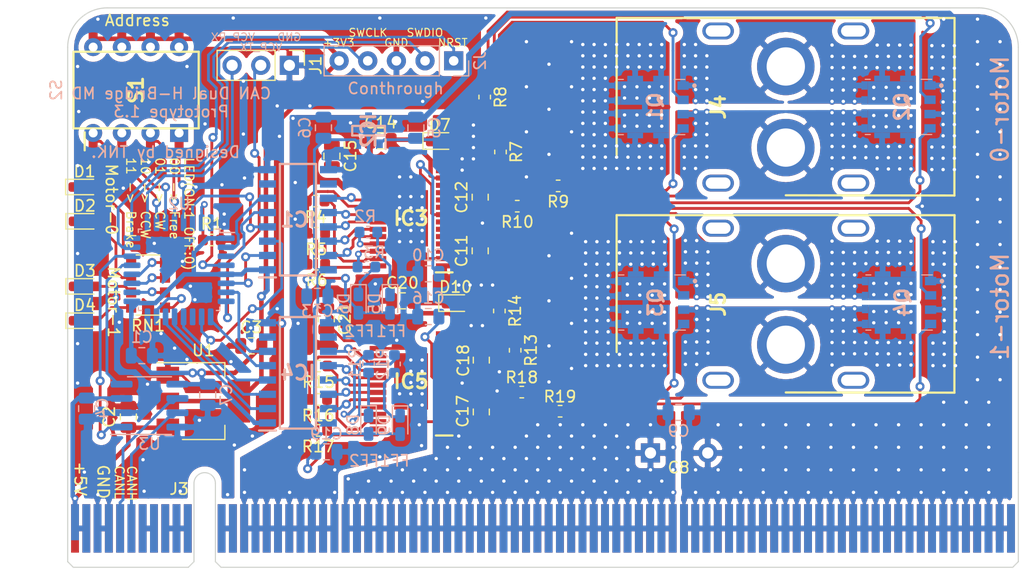
<source format=kicad_pcb>
(kicad_pcb (version 20171130) (host pcbnew "(5.1.5)-3")
  (layers (0 F.Cu signal) (31 B.Cu signal) (34 B.Paste user) (35 F.Paste user) (36 B.SilkS user) (37 F.SilkS user) (38 B.Mask user) (39 F.Mask user) (44 Edge.Cuts user))
  (net 0 "")
  (net 1 GND)
  (net 2 +5V)
  (net 3 NRST)
  (net 4 +3V3)
  (net 5 GNDPWR)
  (net 6 VREG_1)
  (net 7 SB_1)
  (net 8 SA_1)
  (net 9 VCC)
  (net 10 SB_0)
  (net 11 VREG_0)
  (net 12 SA_0)
  (net 13 "Net-(D1-Pad2)")
  (net 14 "Net-(D2-Pad2)")
  (net 15 "Net-(D4-Pad2)")
  (net 16 MD_RESET_1)
  (net 17 MD_PWMH_1)
  (net 18 MD_PWML_1)
  (net 19 MD_SR_1)
  (net 20 MD_PHASE_1)
  (net 21 GLA_1)
  (net 22 GHA_1)
  (net 23 GHB_1)
  (net 24 GLB_1)
  (net 25 IC_RESET_1)
  (net 26 IC_PWML_1)
  (net 27 IC_PWMH_1)
  (net 28 IC_SR_1)
  (net 29 IC_PHASE_1)
  (net 30 MD_PHASE_0)
  (net 31 MD_SR_0)
  (net 32 MD_PWMH_0)
  (net 33 MD_PWML_0)
  (net 34 MD_RESET_0)
  (net 35 IC_RESET_0)
  (net 36 IC_PWML_0)
  (net 37 IC_PWMH_0)
  (net 38 IC_SR_0)
  (net 39 IC_PHASE_0)
  (net 40 GLA_0)
  (net 41 GHA_0)
  (net 42 GHB_0)
  (net 43 GLB_0)
  (net 44 /SWDIO)
  (net 45 /SWCLK)
  (net 46 VCP_RX)
  (net 47 VCP_TX)
  (net 48 "Net-(Q1-Pad4)")
  (net 49 "Net-(Q1-Pad2)")
  (net 50 "Net-(Q2-Pad4)")
  (net 51 "Net-(Q2-Pad2)")
  (net 52 "Net-(Q3-Pad4)")
  (net 53 "Net-(Q3-Pad2)")
  (net 54 "Net-(Q4-Pad4)")
  (net 55 "Net-(Q4-Pad2)")
  (net 56 /BOOT)
  (net 57 /CAN_TD)
  (net 58 /CAN_RD)
  (net 59 "Net-(C15-Pad1)")
  (net 60 MD0_LED_L)
  (net 61 MD0_LED_H)
  (net 62 MD1_LED_L)
  (net 63 MD1_LED_H)
  (net 64 DIP_SW_1)
  (net 65 DIP_SW_2)
  (net 66 DIP_SW_3)
  (net 67 DIP_SW_4)
  (net 68 "Net-(D3-Pad2)")
  (net 69 CAN+)
  (net 70 CAN-)
  (net 71 MD_FF2_1)
  (net 72 MD_FF1_1)
  (net 73 MD_FF1_0)
  (net 74 MD_FF2_0)
  (net 75 "Net-(C14-Pad1)")
  (net 76 V5_1)
  (net 77 V5_0)
  (net 78 "Net-(IC1-Pad7)")
  (net 79 "Net-(IC1-Pad10)")
  (net 80 "Net-(IC3-Pad7)")
  (net 81 "Net-(IC4-Pad7)")
  (net 82 "Net-(U2-Pad11)")
  (net 83 "Net-(D6-Pad1)")
  (net 84 "Net-(D8-Pad1)")
  (net 85 "Net-(D9-Pad1)")
  (net 86 "Net-(C11-Pad2)")
  (net 87 "Net-(C12-Pad1)")
  (net 88 "Net-(C15-Pad2)")
  (net 89 "Net-(C17-Pad2)")
  (net 90 "Net-(C18-Pad2)")
  (net 91 "Net-(C20-Pad1)")
  (net 92 "Net-(C21-Pad2)")
  (net 93 "Net-(C21-Pad1)")
  (net 94 "Net-(D5-Pad1)")
  (net 95 "Net-(J3-PadB3)")
  (net 96 "Net-(J3-PadB4)")
  (net 97 "Net-(J3-PadB5)")
  (net 98 "Net-(J3-PadB6)")
  (net 99 "Net-(J3-PadB7)")
  (net 100 "Net-(J3-PadA5)")
  (net 101 "Net-(J3-PadA6)")
  (net 102 "Net-(J3-PadA7)")
  (net 103 "Net-(IC3-Pad14)")
  (net 104 "Net-(IC3-Pad18)")
  (net 105 "Net-(IC3-Pad27)")
  (net 106 "Net-(IC3-Pad28)")
  (net 107 "Net-(IC4-Pad10)")
  (net 108 "Net-(IC5-Pad7)")
  (net 109 "Net-(IC5-Pad14)")
  (net 110 "Net-(IC5-Pad18)")
  (net 111 "Net-(IC5-Pad27)")
  (net 112 "Net-(IC5-Pad28)")
  (net 113 MD_3V3)
  (module SamacSys_Parts:SOP65P640X120-29N (layer F.Cu) (at 80.772 58.674 180)
    (fp_text reference IC3 (at 0 0) (layer F.SilkS) (effects (font (size 1.27 1.27) (thickness 0.254))))
    (fp_text value A3921KLPTR-T hide)
    (pad 29 smd rect (at 0 0 180) (size 3 5) (layers F.Cu F.Paste F.Mask) (net 5 GNDPWR))
    (pad 28 smd rect (at 2.938 -4.225 270) (size 0.45 1.475) (layers F.Cu F.Paste F.Mask) (net 106 "Net-(IC3-Pad28)"))
    (pad 27 smd rect (at 2.938 -3.575 270) (size 0.45 1.475) (layers F.Cu F.Paste F.Mask) (net 105 "Net-(IC3-Pad27)"))
    (pad 26 smd rect (at 2.938 -2.925 270) (size 0.45 1.475) (layers F.Cu F.Paste F.Mask) (net 74 MD_FF2_0))
    (pad 25 smd rect (at 2.938 -2.275 270) (size 0.45 1.475) (layers F.Cu F.Paste F.Mask) (net 73 MD_FF1_0))
    (pad 24 smd rect (at 2.938 -1.625 270) (size 0.45 1.475) (layers F.Cu F.Paste F.Mask) (net 34 MD_RESET_0))
    (pad 23 smd rect (at 2.938 -0.975 270) (size 0.45 1.475) (layers F.Cu F.Paste F.Mask) (net 32 MD_PWMH_0))
    (pad 22 smd rect (at 2.938 -0.325 270) (size 0.45 1.475) (layers F.Cu F.Paste F.Mask) (net 33 MD_PWML_0))
    (pad 21 smd rect (at 2.938 0.325 270) (size 0.45 1.475) (layers F.Cu F.Paste F.Mask) (net 31 MD_SR_0))
    (pad 20 smd rect (at 2.938 0.975 270) (size 0.45 1.475) (layers F.Cu F.Paste F.Mask) (net 77 V5_0))
    (pad 19 smd rect (at 2.938 1.625 270) (size 0.45 1.475) (layers F.Cu F.Paste F.Mask) (net 30 MD_PHASE_0))
    (pad 18 smd rect (at 2.938 2.275 270) (size 0.45 1.475) (layers F.Cu F.Paste F.Mask) (net 104 "Net-(IC3-Pad18)"))
    (pad 17 smd rect (at 2.938 2.925 270) (size 0.45 1.475) (layers F.Cu F.Paste F.Mask) (net 5 GNDPWR))
    (pad 16 smd rect (at 2.938 3.575 270) (size 0.45 1.475) (layers F.Cu F.Paste F.Mask) (net 88 "Net-(C15-Pad2)"))
    (pad 15 smd rect (at 2.938 4.225 270) (size 0.45 1.475) (layers F.Cu F.Paste F.Mask) (net 59 "Net-(C15-Pad1)"))
    (pad 14 smd rect (at -2.938 4.225 270) (size 0.45 1.475) (layers F.Cu F.Paste F.Mask) (net 103 "Net-(IC3-Pad14)"))
    (pad 13 smd rect (at -2.938 3.575 270) (size 0.45 1.475) (layers F.Cu F.Paste F.Mask) (net 75 "Net-(C14-Pad1)"))
    (pad 12 smd rect (at -2.938 2.925 270) (size 0.45 1.475) (layers F.Cu F.Paste F.Mask) (net 40 GLA_0))
    (pad 11 smd rect (at -2.938 2.275 270) (size 0.45 1.475) (layers F.Cu F.Paste F.Mask) (net 12 SA_0))
    (pad 10 smd rect (at -2.938 1.625 270) (size 0.45 1.475) (layers F.Cu F.Paste F.Mask) (net 41 GHA_0))
    (pad 9 smd rect (at -2.938 0.975 270) (size 0.45 1.475) (layers F.Cu F.Paste F.Mask) (net 87 "Net-(C12-Pad1)"))
    (pad 8 smd rect (at -2.938 0.325 270) (size 0.45 1.475) (layers F.Cu F.Paste F.Mask) (net 11 VREG_0))
    (pad 7 smd rect (at -2.938 -0.325 270) (size 0.45 1.475) (layers F.Cu F.Paste F.Mask) (net 80 "Net-(IC3-Pad7)"))
    (pad 6 smd rect (at -2.938 -0.975 270) (size 0.45 1.475) (layers F.Cu F.Paste F.Mask) (net 86 "Net-(C11-Pad2)"))
    (pad 5 smd rect (at -2.938 -1.625 270) (size 0.45 1.475) (layers F.Cu F.Paste F.Mask) (net 42 GHB_0))
    (pad 4 smd rect (at -2.938 -2.275 270) (size 0.45 1.475) (layers F.Cu F.Paste F.Mask) (net 10 SB_0))
    (pad 3 smd rect (at -2.938 -2.925 270) (size 0.45 1.475) (layers F.Cu F.Paste F.Mask) (net 43 GLB_0))
    (pad 2 smd rect (at -2.938 -3.575 270) (size 0.45 1.475) (layers F.Cu F.Paste F.Mask) (net 5 GNDPWR))
    (pad 1 smd rect (at -2.938 -4.225 270) (size 0.45 1.475) (layers F.Cu F.Paste F.Mask) (net 9 VCC))
  )
  (module SamacSys_Parts:SOP65P640X120-29N (layer F.Cu) (at 80.772 73.152 180)
    (fp_text reference IC5 (at 0 0) (layer F.SilkS) (effects (font (size 1.27 1.27) (thickness 0.254))))
    (fp_text value A3921KLPTR-T hide)
    (pad 29 smd rect (at 0 0 180) (size 3 5) (layers F.Cu F.Paste F.Mask) (net 5 GNDPWR))
    (pad 28 smd rect (at 2.938 -4.225 270) (size 0.45 1.475) (layers F.Cu F.Paste F.Mask) (net 112 "Net-(IC5-Pad28)"))
    (pad 27 smd rect (at 2.938 -3.575 270) (size 0.45 1.475) (layers F.Cu F.Paste F.Mask) (net 111 "Net-(IC5-Pad27)"))
    (pad 26 smd rect (at 2.938 -2.925 270) (size 0.45 1.475) (layers F.Cu F.Paste F.Mask) (net 72 MD_FF1_1))
    (pad 25 smd rect (at 2.938 -2.275 270) (size 0.45 1.475) (layers F.Cu F.Paste F.Mask) (net 71 MD_FF2_1))
    (pad 24 smd rect (at 2.938 -1.625 270) (size 0.45 1.475) (layers F.Cu F.Paste F.Mask) (net 16 MD_RESET_1))
    (pad 23 smd rect (at 2.938 -0.975 270) (size 0.45 1.475) (layers F.Cu F.Paste F.Mask) (net 17 MD_PWMH_1))
    (pad 22 smd rect (at 2.938 -0.325 270) (size 0.45 1.475) (layers F.Cu F.Paste F.Mask) (net 18 MD_PWML_1))
    (pad 21 smd rect (at 2.938 0.325 270) (size 0.45 1.475) (layers F.Cu F.Paste F.Mask) (net 19 MD_SR_1))
    (pad 20 smd rect (at 2.938 0.975 270) (size 0.45 1.475) (layers F.Cu F.Paste F.Mask) (net 76 V5_1))
    (pad 19 smd rect (at 2.938 1.625 270) (size 0.45 1.475) (layers F.Cu F.Paste F.Mask) (net 20 MD_PHASE_1))
    (pad 18 smd rect (at 2.938 2.275 270) (size 0.45 1.475) (layers F.Cu F.Paste F.Mask) (net 110 "Net-(IC5-Pad18)"))
    (pad 17 smd rect (at 2.938 2.925 270) (size 0.45 1.475) (layers F.Cu F.Paste F.Mask) (net 5 GNDPWR))
    (pad 16 smd rect (at 2.938 3.575 270) (size 0.45 1.475) (layers F.Cu F.Paste F.Mask) (net 92 "Net-(C21-Pad2)"))
    (pad 15 smd rect (at 2.938 4.225 270) (size 0.45 1.475) (layers F.Cu F.Paste F.Mask) (net 93 "Net-(C21-Pad1)"))
    (pad 14 smd rect (at -2.938 4.225 270) (size 0.45 1.475) (layers F.Cu F.Paste F.Mask) (net 109 "Net-(IC5-Pad14)"))
    (pad 13 smd rect (at -2.938 3.575 270) (size 0.45 1.475) (layers F.Cu F.Paste F.Mask) (net 91 "Net-(C20-Pad1)"))
    (pad 12 smd rect (at -2.938 2.925 270) (size 0.45 1.475) (layers F.Cu F.Paste F.Mask) (net 21 GLA_1))
    (pad 11 smd rect (at -2.938 2.275 270) (size 0.45 1.475) (layers F.Cu F.Paste F.Mask) (net 8 SA_1))
    (pad 10 smd rect (at -2.938 1.625 270) (size 0.45 1.475) (layers F.Cu F.Paste F.Mask) (net 22 GHA_1))
    (pad 9 smd rect (at -2.938 0.975 270) (size 0.45 1.475) (layers F.Cu F.Paste F.Mask) (net 90 "Net-(C18-Pad2)"))
    (pad 8 smd rect (at -2.938 0.325 270) (size 0.45 1.475) (layers F.Cu F.Paste F.Mask) (net 6 VREG_1))
    (pad 7 smd rect (at -2.938 -0.325 270) (size 0.45 1.475) (layers F.Cu F.Paste F.Mask) (net 108 "Net-(IC5-Pad7)"))
    (pad 6 smd rect (at -2.938 -0.975 270) (size 0.45 1.475) (layers F.Cu F.Paste F.Mask) (net 89 "Net-(C17-Pad2)"))
    (pad 5 smd rect (at -2.938 -1.625 270) (size 0.45 1.475) (layers F.Cu F.Paste F.Mask) (net 23 GHB_1))
    (pad 4 smd rect (at -2.938 -2.275 270) (size 0.45 1.475) (layers F.Cu F.Paste F.Mask) (net 7 SB_1))
    (pad 3 smd rect (at -2.938 -2.925 270) (size 0.45 1.475) (layers F.Cu F.Paste F.Mask) (net 24 GLB_1))
    (pad 2 smd rect (at -2.938 -3.575 270) (size 0.45 1.475) (layers F.Cu F.Paste F.Mask) (net 5 GNDPWR))
    (pad 1 smd rect (at -2.938 -4.225 270) (size 0.45 1.475) (layers F.Cu F.Paste F.Mask) (net 9 VCC))
  )
  (module Resistor_SMD:R_0603_1608Metric (layer F.Cu) (at 90.1875 57.6 180)
    (fp_text reference R10 (at -0.0125 -1.4) (layer F.SilkS))
    (fp_text value 21)
    (pad 1 smd roundrect (at -0.7875 0 180) (size 0.875 0.95) (layers F.Cu F.Paste F.Mask) (net 50 "Net-(Q2-Pad4)"))
    (pad 2 smd roundrect (at 0.7875 0 180) (size 0.875 0.95) (layers F.Cu F.Paste F.Mask) (net 43 GLB_0))
  )
  (module Button_Switch_THT:SW_DIP_SPSTx04_Slide_9.78x12.34mm_W7.62mm_P2.54mm (layer B.Cu) (at 60.2 51.1 90)
    (fp_text reference S2 (at 3.81 -10.9 90) (layer B.SilkS) (effects (justify mirror)))
    (fp_text value DIPSW)
    (pad 8 thru_hole oval (at 7.62 0 90) (size 1.6 1.6) (drill 0.8) (layers *.Cu *.Mask) (net 4 +3V3))
    (pad 4 thru_hole oval (at 0 -7.62 90) (size 1.6 1.6) (drill 0.8) (layers *.Cu *.Mask) (net 64 DIP_SW_1))
    (pad 7 thru_hole oval (at 7.62 -2.54 90) (size 1.6 1.6) (drill 0.8) (layers *.Cu *.Mask) (net 4 +3V3))
    (pad 3 thru_hole oval (at 0 -5.08 90) (size 1.6 1.6) (drill 0.8) (layers *.Cu *.Mask) (net 65 DIP_SW_2))
    (pad 6 thru_hole oval (at 7.62 -5.08 90) (size 1.6 1.6) (drill 0.8) (layers *.Cu *.Mask) (net 4 +3V3))
    (pad 2 thru_hole oval (at 0 -2.54 90) (size 1.6 1.6) (drill 0.8) (layers *.Cu *.Mask) (net 66 DIP_SW_3))
    (pad 5 thru_hole oval (at 7.62 -7.62 90) (size 1.6 1.6) (drill 0.8) (layers *.Cu *.Mask) (net 4 +3V3))
    (pad 1 thru_hole rect (at 0 0 90) (size 1.6 1.6) (drill 0.8) (layers *.Cu *.Mask) (net 67 DIP_SW_4))
  )
  (module SamacSys_Parts:SOP254P980X370-8N (layer F.Cu) (at 56.388 47.294 90)
    (fp_text reference S1 (at 0 0 90) (layer F.SilkS) (effects (font (size 1.27 1.27) (thickness 0.254))))
    (fp_text value IKD0403101 hide)
    (pad 8 smd rect (at 4.55 -3.81 180) (size 0.8 1.6) (layers F.Cu F.Paste F.Mask) (net 4 +3V3))
    (pad 7 smd rect (at 4.55 -1.27 180) (size 0.8 1.6) (layers F.Cu F.Paste F.Mask) (net 4 +3V3))
    (pad 6 smd rect (at 4.55 1.27 180) (size 0.8 1.6) (layers F.Cu F.Paste F.Mask) (net 4 +3V3))
    (pad 5 smd rect (at 4.55 3.81 180) (size 0.8 1.6) (layers F.Cu F.Paste F.Mask) (net 4 +3V3))
    (pad 4 smd rect (at -4.55 3.81 180) (size 0.8 1.6) (layers F.Cu F.Paste F.Mask) (net 67 DIP_SW_4))
    (pad 3 smd rect (at -4.55 1.27 180) (size 0.8 1.6) (layers F.Cu F.Paste F.Mask) (net 66 DIP_SW_3))
    (pad 2 smd rect (at -4.55 -1.27 180) (size 0.8 1.6) (layers F.Cu F.Paste F.Mask) (net 65 DIP_SW_2))
    (pad 1 smd rect (at -4.55 -3.81 180) (size 0.8 1.6) (layers F.Cu F.Paste F.Mask) (net 64 DIP_SW_1))
  )
  (module SamacSys_Parts:NVMFD5C446NLWFT1G (layer B.Cu) (at 124.297 48.79 270)
    (fp_text reference Q2 (at 0 0 270) (layer B.SilkS) (effects (font (size 1.27 1.27) (thickness 0.254)) (justify mirror)))
    (fp_text value NVMFD5C446NT1G hide)
    (pad 6 smd rect (at -1.24 0.897 270) (size 2.08 4.28) (layers B.Cu B.Paste B.Mask) (net 12 SA_0))
    (pad 5 smd rect (at 1.24 0.897 270) (size 2.08 4.28) (layers B.Cu B.Paste B.Mask) (net 10 SB_0))
    (pad 5 smd rect (at 2.527 1.757 270) (size 0.495 1.4) (layers B.Cu B.Paste B.Mask) (net 10 SB_0))
    (pad 5 smd rect (at 2.527 -0.543 270) (size 0.495 1.4) (layers B.Cu B.Paste B.Mask) (net 10 SB_0))
    (pad 6 smd rect (at -2.527 -0.543 270) (size 0.495 1.4) (layers B.Cu B.Paste B.Mask) (net 12 SA_0))
    (pad 6 smd rect (at -2.527 1.757 270) (size 0.495 1.4) (layers B.Cu B.Paste B.Mask) (net 12 SA_0))
    (pad 6 smd rect (at -1.905 3.317 180) (size 0.56 0.75) (layers B.Cu B.Paste B.Mask) (net 12 SA_0))
    (pad 6 smd rect (at -0.575 3.317 180) (size 0.56 0.75) (layers B.Cu B.Paste B.Mask) (net 12 SA_0))
    (pad 5 smd rect (at 0.575 3.317 180) (size 0.56 0.75) (layers B.Cu B.Paste B.Mask) (net 10 SB_0))
    (pad 5 smd rect (at 1.905 3.317 180) (size 0.56 0.75) (layers B.Cu B.Paste B.Mask) (net 10 SB_0))
    (pad 4 smd rect (at 1.905 -2.492 270) (size 0.75 1) (layers B.Cu B.Paste B.Mask) (net 50 "Net-(Q2-Pad4)"))
    (pad 3 smd rect (at 0.635 -2.492 270) (size 0.75 1) (layers B.Cu B.Paste B.Mask) (net 5 GNDPWR))
    (pad 2 smd rect (at -0.635 -2.492 270) (size 0.75 1) (layers B.Cu B.Paste B.Mask) (net 51 "Net-(Q2-Pad2)"))
    (pad 1 smd rect (at -1.905 -2.492 270) (size 0.75 1) (layers B.Cu B.Paste B.Mask) (net 5 GNDPWR))
  )
  (module SamacSys_Parts:NVMFD5C446NLWFT1G (layer B.Cu) (at 102.4 48.8 270)
    (fp_text reference Q1 (at 0 0 270) (layer B.SilkS) (effects (font (size 1.27 1.27) (thickness 0.254)) (justify mirror)))
    (fp_text value NVMFD5C446NT1G hide)
    (pad 6 smd rect (at -1.24 0.897 270) (size 2.08 4.28) (layers B.Cu B.Paste B.Mask) (net 9 VCC))
    (pad 5 smd rect (at 1.24 0.897 270) (size 2.08 4.28) (layers B.Cu B.Paste B.Mask) (net 9 VCC))
    (pad 5 smd rect (at 2.527 1.757 270) (size 0.495 1.4) (layers B.Cu B.Paste B.Mask) (net 9 VCC))
    (pad 5 smd rect (at 2.527 -0.543 270) (size 0.495 1.4) (layers B.Cu B.Paste B.Mask) (net 9 VCC))
    (pad 6 smd rect (at -2.527 -0.543 270) (size 0.495 1.4) (layers B.Cu B.Paste B.Mask) (net 9 VCC))
    (pad 6 smd rect (at -2.527 1.757 270) (size 0.495 1.4) (layers B.Cu B.Paste B.Mask) (net 9 VCC))
    (pad 6 smd rect (at -1.905 3.317 180) (size 0.56 0.75) (layers B.Cu B.Paste B.Mask) (net 9 VCC))
    (pad 6 smd rect (at -0.575 3.317 180) (size 0.56 0.75) (layers B.Cu B.Paste B.Mask) (net 9 VCC))
    (pad 5 smd rect (at 0.575 3.317 180) (size 0.56 0.75) (layers B.Cu B.Paste B.Mask) (net 9 VCC))
    (pad 5 smd rect (at 1.905 3.317 180) (size 0.56 0.75) (layers B.Cu B.Paste B.Mask) (net 9 VCC))
    (pad 4 smd rect (at 1.905 -2.492 270) (size 0.75 1) (layers B.Cu B.Paste B.Mask) (net 48 "Net-(Q1-Pad4)"))
    (pad 3 smd rect (at 0.635 -2.492 270) (size 0.75 1) (layers B.Cu B.Paste B.Mask) (net 10 SB_0))
    (pad 2 smd rect (at -0.635 -2.492 270) (size 0.75 1) (layers B.Cu B.Paste B.Mask) (net 49 "Net-(Q1-Pad2)"))
    (pad 1 smd rect (at -1.905 -2.492 270) (size 0.75 1) (layers B.Cu B.Paste B.Mask) (net 12 SA_0))
  )
  (module SamacSys_Parts:NVMFD5C446NLWFT1G (layer B.Cu) (at 124.347 66.15 270)
    (fp_text reference Q4 (at 0 0 270) (layer B.SilkS) (effects (font (size 1.27 1.27) (thickness 0.254)) (justify mirror)))
    (fp_text value NVMFD5C446NT1G hide)
    (pad 6 smd rect (at -1.24 0.897 270) (size 2.08 4.28) (layers B.Cu B.Paste B.Mask) (net 8 SA_1))
    (pad 5 smd rect (at 1.24 0.897 270) (size 2.08 4.28) (layers B.Cu B.Paste B.Mask) (net 7 SB_1))
    (pad 5 smd rect (at 2.527 1.757 270) (size 0.495 1.4) (layers B.Cu B.Paste B.Mask) (net 7 SB_1))
    (pad 5 smd rect (at 2.527 -0.543 270) (size 0.495 1.4) (layers B.Cu B.Paste B.Mask) (net 7 SB_1))
    (pad 6 smd rect (at -2.527 -0.543 270) (size 0.495 1.4) (layers B.Cu B.Paste B.Mask) (net 8 SA_1))
    (pad 6 smd rect (at -2.527 1.757 270) (size 0.495 1.4) (layers B.Cu B.Paste B.Mask) (net 8 SA_1))
    (pad 6 smd rect (at -1.905 3.317 180) (size 0.56 0.75) (layers B.Cu B.Paste B.Mask) (net 8 SA_1))
    (pad 6 smd rect (at -0.575 3.317 180) (size 0.56 0.75) (layers B.Cu B.Paste B.Mask) (net 8 SA_1))
    (pad 5 smd rect (at 0.575 3.317 180) (size 0.56 0.75) (layers B.Cu B.Paste B.Mask) (net 7 SB_1))
    (pad 5 smd rect (at 1.905 3.317 180) (size 0.56 0.75) (layers B.Cu B.Paste B.Mask) (net 7 SB_1))
    (pad 4 smd rect (at 1.905 -2.492 270) (size 0.75 1) (layers B.Cu B.Paste B.Mask) (net 54 "Net-(Q4-Pad4)"))
    (pad 3 smd rect (at 0.635 -2.492 270) (size 0.75 1) (layers B.Cu B.Paste B.Mask) (net 5 GNDPWR))
    (pad 2 smd rect (at -0.635 -2.492 270) (size 0.75 1) (layers B.Cu B.Paste B.Mask) (net 55 "Net-(Q4-Pad2)"))
    (pad 1 smd rect (at -1.905 -2.492 270) (size 0.75 1) (layers B.Cu B.Paste B.Mask) (net 5 GNDPWR))
  )
  (module SamacSys_Parts:NVMFD5C446NLWFT1G (layer B.Cu) (at 102.45 66.15 270)
    (fp_text reference Q3 (at 0 0 270) (layer B.SilkS) (effects (font (size 1.27 1.27) (thickness 0.254)) (justify mirror)))
    (fp_text value NVMFD5C446NT1G hide)
    (pad 6 smd rect (at -1.24 0.897 270) (size 2.08 4.28) (layers B.Cu B.Paste B.Mask) (net 9 VCC))
    (pad 5 smd rect (at 1.24 0.897 270) (size 2.08 4.28) (layers B.Cu B.Paste B.Mask) (net 9 VCC))
    (pad 5 smd rect (at 2.527 1.757 270) (size 0.495 1.4) (layers B.Cu B.Paste B.Mask) (net 9 VCC))
    (pad 5 smd rect (at 2.527 -0.543 270) (size 0.495 1.4) (layers B.Cu B.Paste B.Mask) (net 9 VCC))
    (pad 6 smd rect (at -2.527 -0.543 270) (size 0.495 1.4) (layers B.Cu B.Paste B.Mask) (net 9 VCC))
    (pad 6 smd rect (at -2.527 1.757 270) (size 0.495 1.4) (layers B.Cu B.Paste B.Mask) (net 9 VCC))
    (pad 6 smd rect (at -1.905 3.317 180) (size 0.56 0.75) (layers B.Cu B.Paste B.Mask) (net 9 VCC))
    (pad 6 smd rect (at -0.575 3.317 180) (size 0.56 0.75) (layers B.Cu B.Paste B.Mask) (net 9 VCC))
    (pad 5 smd rect (at 0.575 3.317 180) (size 0.56 0.75) (layers B.Cu B.Paste B.Mask) (net 9 VCC))
    (pad 5 smd rect (at 1.905 3.317 180) (size 0.56 0.75) (layers B.Cu B.Paste B.Mask) (net 9 VCC))
    (pad 4 smd rect (at 1.905 -2.492 270) (size 0.75 1) (layers B.Cu B.Paste B.Mask) (net 52 "Net-(Q3-Pad4)"))
    (pad 3 smd rect (at 0.635 -2.492 270) (size 0.75 1) (layers B.Cu B.Paste B.Mask) (net 7 SB_1))
    (pad 2 smd rect (at -0.635 -2.492 270) (size 0.75 1) (layers B.Cu B.Paste B.Mask) (net 53 "Net-(Q3-Pad2)"))
    (pad 1 smd rect (at -1.905 -2.492 270) (size 0.75 1) (layers B.Cu B.Paste B.Mask) (net 8 SA_1))
  )
  (module SamacSys_Parts:SOIC127P600X175-16N (layer B.Cu) (at 70.739 58.801)
    (fp_text reference IC1 (at 0 0) (layer B.SilkS) (effects (font (size 1.27 1.27) (thickness 0.254)) (justify mirror)))
    (fp_text value SI8650AB-B-IS1 hide)
    (pad 16 smd rect (at 2.7 4.445 270) (size 0.65 1.5) (layers B.Cu B.Paste B.Mask) (net 113 MD_3V3))
    (pad 15 smd rect (at 2.7 3.175 270) (size 0.65 1.5) (layers B.Cu B.Paste B.Mask) (net 34 MD_RESET_0))
    (pad 14 smd rect (at 2.7 1.905 270) (size 0.65 1.5) (layers B.Cu B.Paste B.Mask) (net 32 MD_PWMH_0))
    (pad 13 smd rect (at 2.7 0.635 270) (size 0.65 1.5) (layers B.Cu B.Paste B.Mask) (net 33 MD_PWML_0))
    (pad 12 smd rect (at 2.7 -0.635 270) (size 0.65 1.5) (layers B.Cu B.Paste B.Mask) (net 31 MD_SR_0))
    (pad 11 smd rect (at 2.7 -1.905 270) (size 0.65 1.5) (layers B.Cu B.Paste B.Mask) (net 30 MD_PHASE_0))
    (pad 10 smd rect (at 2.7 -3.175 270) (size 0.65 1.5) (layers B.Cu B.Paste B.Mask) (net 79 "Net-(IC1-Pad10)"))
    (pad 9 smd rect (at 2.7 -4.445 270) (size 0.65 1.5) (layers B.Cu B.Paste B.Mask) (net 5 GNDPWR))
    (pad 8 smd rect (at -2.7 -4.445 270) (size 0.65 1.5) (layers B.Cu B.Paste B.Mask) (net 1 GND))
    (pad 7 smd rect (at -2.7 -3.175 270) (size 0.65 1.5) (layers B.Cu B.Paste B.Mask) (net 78 "Net-(IC1-Pad7)"))
    (pad 6 smd rect (at -2.7 -1.905 270) (size 0.65 1.5) (layers B.Cu B.Paste B.Mask) (net 39 IC_PHASE_0))
    (pad 5 smd rect (at -2.7 -0.635 270) (size 0.65 1.5) (layers B.Cu B.Paste B.Mask) (net 38 IC_SR_0))
    (pad 4 smd rect (at -2.7 0.635 270) (size 0.65 1.5) (layers B.Cu B.Paste B.Mask) (net 36 IC_PWML_0))
    (pad 3 smd rect (at -2.7 1.905 270) (size 0.65 1.5) (layers B.Cu B.Paste B.Mask) (net 37 IC_PWMH_0))
    (pad 2 smd rect (at -2.7 3.175 270) (size 0.65 1.5) (layers B.Cu B.Paste B.Mask) (net 35 IC_RESET_0))
    (pad 1 smd rect (at -2.7 4.445 270) (size 0.65 1.5) (layers B.Cu B.Paste B.Mask) (net 4 +3V3))
  )
  (module SamacSys_Parts:SOIC127P600X175-16N (layer B.Cu) (at 70.739 72.39)
    (fp_text reference IC4 (at 0 0) (layer B.SilkS) (effects (font (size 1.27 1.27) (thickness 0.254)) (justify mirror)))
    (fp_text value SI8650AB-B-IS1 hide)
    (pad 16 smd rect (at 2.7 4.445 270) (size 0.65 1.5) (layers B.Cu B.Paste B.Mask) (net 113 MD_3V3))
    (pad 15 smd rect (at 2.7 3.175 270) (size 0.65 1.5) (layers B.Cu B.Paste B.Mask) (net 16 MD_RESET_1))
    (pad 14 smd rect (at 2.7 1.905 270) (size 0.65 1.5) (layers B.Cu B.Paste B.Mask) (net 17 MD_PWMH_1))
    (pad 13 smd rect (at 2.7 0.635 270) (size 0.65 1.5) (layers B.Cu B.Paste B.Mask) (net 18 MD_PWML_1))
    (pad 12 smd rect (at 2.7 -0.635 270) (size 0.65 1.5) (layers B.Cu B.Paste B.Mask) (net 19 MD_SR_1))
    (pad 11 smd rect (at 2.7 -1.905 270) (size 0.65 1.5) (layers B.Cu B.Paste B.Mask) (net 20 MD_PHASE_1))
    (pad 10 smd rect (at 2.7 -3.175 270) (size 0.65 1.5) (layers B.Cu B.Paste B.Mask) (net 107 "Net-(IC4-Pad10)"))
    (pad 9 smd rect (at 2.7 -4.445 270) (size 0.65 1.5) (layers B.Cu B.Paste B.Mask) (net 5 GNDPWR))
    (pad 8 smd rect (at -2.7 -4.445 270) (size 0.65 1.5) (layers B.Cu B.Paste B.Mask) (net 1 GND))
    (pad 7 smd rect (at -2.7 -3.175 270) (size 0.65 1.5) (layers B.Cu B.Paste B.Mask) (net 81 "Net-(IC4-Pad7)"))
    (pad 6 smd rect (at -2.7 -1.905 270) (size 0.65 1.5) (layers B.Cu B.Paste B.Mask) (net 29 IC_PHASE_1))
    (pad 5 smd rect (at -2.7 -0.635 270) (size 0.65 1.5) (layers B.Cu B.Paste B.Mask) (net 28 IC_SR_1))
    (pad 4 smd rect (at -2.7 0.635 270) (size 0.65 1.5) (layers B.Cu B.Paste B.Mask) (net 26 IC_PWML_1))
    (pad 3 smd rect (at -2.7 1.905 270) (size 0.65 1.5) (layers B.Cu B.Paste B.Mask) (net 27 IC_PWMH_1))
    (pad 2 smd rect (at -2.7 3.175 270) (size 0.65 1.5) (layers B.Cu B.Paste B.Mask) (net 25 IC_RESET_1))
    (pad 1 smd rect (at -2.7 4.445 270) (size 0.65 1.5) (layers B.Cu B.Paste B.Mask) (net 4 +3V3))
  )
  (module XT60:XT60PW_Reversible (layer F.Cu) (at 114 48.8 90)
    (fp_text reference J4 (at 0 -6 270) (layer F.SilkS) (effects (font (size 1.27 1.27) (thickness 0.254))))
    (fp_text value Conn_01x02 hide)
    (pad 4 thru_hole oval (at 6.75 6 90) (size 1.5 2.8) (drill oval 1 2.2) (layers *.Cu *.Mask))
    (pad 4 thru_hole oval (at -6.75 6 90) (size 1.5 2.8) (drill oval 1 2.2) (layers *.Cu *.Mask))
    (pad 4 thru_hole oval (at 6.75 -6 90) (size 1.5 2.8) (drill oval 1 2.2) (layers *.Cu *.Mask))
    (pad 4 thru_hole oval (at -6.75 -6 90) (size 1.5 2.8) (drill oval 1 2.2) (layers *.Cu *.Mask))
    (pad 2 thru_hole circle (at 3.6 0 90) (size 5.1 5.1) (drill 3.4) (layers *.Cu *.Mask) (net 12 SA_0))
    (pad 1 thru_hole circle (at -3.6 0 90) (size 5.1 5.1) (drill 3.4) (layers *.Cu *.Mask) (net 10 SB_0))
  )
  (module XT60:XT60PW_Reversible (layer F.Cu) (at 114 66.3 90)
    (fp_text reference J5 (at 0 -6 270) (layer F.SilkS) (effects (font (size 1.27 1.27) (thickness 0.254))))
    (fp_text value Conn_01x02 hide)
    (pad 4 thru_hole oval (at 6.75 6 90) (size 1.5 2.8) (drill oval 1 2.2) (layers *.Cu *.Mask))
    (pad 4 thru_hole oval (at -6.75 6 90) (size 1.5 2.8) (drill oval 1 2.2) (layers *.Cu *.Mask))
    (pad 4 thru_hole oval (at 6.75 -6 90) (size 1.5 2.8) (drill oval 1 2.2) (layers *.Cu *.Mask))
    (pad 4 thru_hole oval (at -6.75 -6 90) (size 1.5 2.8) (drill oval 1 2.2) (layers *.Cu *.Mask))
    (pad 2 thru_hole circle (at 3.6 0 90) (size 5.1 5.1) (drill 3.4) (layers *.Cu *.Mask) (net 8 SA_1))
    (pad 1 thru_hole circle (at -3.6 0 90) (size 5.1 5.1) (drill 3.4) (layers *.Cu *.Mask) (net 7 SB_1))
  )
  (module SamacSys_Parts:SOT96P240X105-3N (layer B.Cu) (at 77 50.9 90)
    (fp_text reference IC2 (at 0 0 90) (layer B.SilkS) (effects (font (size 1.27 1.27) (thickness 0.254)) (justify mirror)))
    (fp_text value AP7381-50SA-7 hide)
    (pad 3 smd rect (at 1.2 0) (size 0.6 0.85) (layers B.Cu B.Paste B.Mask) (net 5 GNDPWR))
    (pad 2 smd rect (at -1.2 -0.96) (size 0.6 0.85) (layers B.Cu B.Paste B.Mask) (net 113 MD_3V3))
    (pad 1 smd rect (at -1.2 0.96) (size 0.6 0.85) (layers B.Cu B.Paste B.Mask) (net 9 VCC))
  )
  (module Connector_PinSocket_2.54mm:PinSocket_1x02_P2.54mm_Vertical (layer B.Cu) (at 102 79.5 270)
    (fp_text reference C8 (at 1.3 -2.5) (layer F.SilkS))
    (fp_text value 1000u)
    (pad 2 thru_hole oval (at 0 -5.08 270) (size 1.7 1.7) (drill 1) (layers *.Cu *.Mask) (net 5 GNDPWR))
    (pad 1 thru_hole rect (at 0 0 270) (size 1.7 1.7) (drill 1) (layers *.Cu *.Mask) (net 9 VCC))
  )
  (module PCIe:BUS_mechaken_PCIexpress_x16 (layer F.Cu) (at 50.97 86.2)
    (fp_text reference J3 (at 9.23 -3.5) (layer F.SilkS))
    (fp_text value Bus_mechaken_PCIexpress_x16_164_Position)
    (fp_line (start 10.55 -4) (end 10.55 2.95) (layer Edge.Cuts) (width 0.1))
    (fp_line (start 12.45 -4) (end 12.45 2.95) (layer Edge.Cuts) (width 0.1))
    (fp_line (start -0.65 -4.95) (end -0.65 2.95) (layer Edge.Cuts) (width 0.1))
    (fp_line (start -0.15 3.45) (end 10.05 3.45) (layer Edge.Cuts) (width 0.1))
    (fp_line (start 83.65 -4.95) (end 83.65 2.95) (layer Edge.Cuts) (width 0.1))
    (fp_line (start 12.95 3.45) (end 83.15 3.45) (layer Edge.Cuts) (width 0.1))
    (fp_line (start -0.65 2.95) (end -0.15 3.45) (layer Edge.Cuts) (width 0.1))
    (fp_line (start 10.55 2.95) (end 10.05 3.45) (layer Edge.Cuts) (width 0.1))
    (fp_line (start 12.45 2.95) (end 12.95 3.45) (layer Edge.Cuts) (width 0.1))
    (fp_line (start 83.65 2.95) (end 83.15 3.45) (layer Edge.Cuts) (width 0.1))
    (fp_arc (start 11.5 -4) (end 12.45 -4) (angle -180) (layer Edge.Cuts) (width 0.1))
    (pad A9 connect rect (at 42 0) (size 0.7 4.3) (layers B.Cu B.Mask) (net 9 VCC))
    (pad A9 connect rect (at 41 0) (size 0.7 4.3) (layers B.Cu B.Mask) (net 9 VCC))
    (pad A9 connect rect (at 40 0) (size 0.7 4.3) (layers B.Cu B.Mask) (net 9 VCC))
    (pad A9 connect rect (at 39 0) (size 0.7 4.3) (layers B.Cu B.Mask) (net 9 VCC))
    (pad A9 connect rect (at 38 0) (size 0.7 4.3) (layers B.Cu B.Mask) (net 9 VCC))
    (pad A9 connect rect (at 37 0) (size 0.7 4.3) (layers B.Cu B.Mask) (net 9 VCC))
    (pad A9 connect rect (at 36 0) (size 0.7 4.3) (layers B.Cu B.Mask) (net 9 VCC))
    (pad A9 connect rect (at 35 0) (size 0.7 4.3) (layers B.Cu B.Mask) (net 9 VCC))
    (pad A9 connect rect (at 34 0) (size 0.7 4.3) (layers B.Cu B.Mask) (net 9 VCC))
    (pad B9 connect rect (at 50 0) (size 0.7 4.3) (layers F.Cu F.Mask) (net 9 VCC))
    (pad B9 connect rect (at 49 0) (size 0.7 4.3) (layers F.Cu F.Mask) (net 9 VCC))
    (pad B9 connect rect (at 48 0) (size 0.7 4.3) (layers F.Cu F.Mask) (net 9 VCC))
    (pad B9 connect rect (at 47 0) (size 0.7 4.3) (layers F.Cu F.Mask) (net 9 VCC))
    (pad B9 connect rect (at 46 0) (size 0.7 4.3) (layers F.Cu F.Mask) (net 9 VCC))
    (pad B9 connect rect (at 45 0) (size 0.7 4.3) (layers F.Cu F.Mask) (net 9 VCC))
    (pad B9 connect rect (at 44 0) (size 0.7 4.3) (layers F.Cu F.Mask) (net 9 VCC))
    (pad B9 connect rect (at 43 0) (size 0.7 4.3) (layers F.Cu F.Mask) (net 9 VCC))
    (pad B9 connect rect (at 42 0) (size 0.7 4.3) (layers F.Cu F.Mask) (net 9 VCC))
    (pad B9 connect rect (at 41 0) (size 0.7 4.3) (layers F.Cu F.Mask) (net 9 VCC))
    (pad B9 connect rect (at 40 0) (size 0.7 4.3) (layers F.Cu F.Mask) (net 9 VCC))
    (pad B9 connect rect (at 39 0) (size 0.7 4.3) (layers F.Cu F.Mask) (net 9 VCC))
    (pad B9 connect rect (at 38 0) (size 0.7 4.3) (layers F.Cu F.Mask) (net 9 VCC))
    (pad B9 connect rect (at 37 0) (size 0.7 4.3) (layers F.Cu F.Mask) (net 9 VCC))
    (pad B9 connect rect (at 36 0) (size 0.7 4.3) (layers F.Cu F.Mask) (net 9 VCC))
    (pad B9 connect rect (at 35 0) (size 0.7 4.3) (layers F.Cu F.Mask) (net 9 VCC))
    (pad B9 connect rect (at 34 0) (size 0.7 4.3) (layers F.Cu F.Mask) (net 9 VCC))
    (pad A9 connect rect (at 33 0) (size 0.7 4.3) (layers B.Cu B.Mask) (net 9 VCC))
    (pad A9 connect rect (at 32 0) (size 0.7 4.3) (layers B.Cu B.Mask) (net 9 VCC))
    (pad A9 connect rect (at 31 0) (size 0.7 4.3) (layers B.Cu B.Mask) (net 9 VCC))
    (pad A9 connect rect (at 30 0) (size 0.7 4.3) (layers B.Cu B.Mask) (net 9 VCC))
    (pad A9 connect rect (at 29 0) (size 0.7 4.3) (layers B.Cu B.Mask) (net 9 VCC))
    (pad A9 connect rect (at 28 0) (size 0.7 4.3) (layers B.Cu B.Mask) (net 9 VCC))
    (pad A9 connect rect (at 27 0) (size 0.7 4.3) (layers B.Cu B.Mask) (net 9 VCC))
    (pad A9 connect rect (at 26 0) (size 0.7 4.3) (layers B.Cu B.Mask) (net 9 VCC))
    (pad A9 connect rect (at 25 0) (size 0.7 4.3) (layers B.Cu B.Mask) (net 9 VCC))
    (pad A9 connect rect (at 24 0) (size 0.7 4.3) (layers B.Cu B.Mask) (net 9 VCC))
    (pad A8 connect rect (at 23 0) (size 0.7 4.3) (layers B.Cu B.Mask) (net 5 GNDPWR))
    (pad A8 connect rect (at 22 0) (size 0.7 4.3) (layers B.Cu B.Mask) (net 5 GNDPWR))
    (pad A8 connect rect (at 21 0) (size 0.7 4.3) (layers B.Cu B.Mask) (net 5 GNDPWR))
    (pad A8 connect rect (at 20 0) (size 0.7 4.3) (layers B.Cu B.Mask) (net 5 GNDPWR))
    (pad B9 connect rect (at 33 0) (size 0.7 4.3) (layers F.Cu F.Mask) (net 9 VCC))
    (pad B9 connect rect (at 32 0) (size 0.7 4.3) (layers F.Cu F.Mask) (net 9 VCC))
    (pad B9 connect rect (at 31 0) (size 0.7 4.3) (layers F.Cu F.Mask) (net 9 VCC))
    (pad B9 connect rect (at 30 0) (size 0.7 4.3) (layers F.Cu F.Mask) (net 9 VCC))
    (pad B9 connect rect (at 29 0) (size 0.7 4.3) (layers F.Cu F.Mask) (net 9 VCC))
    (pad B9 connect rect (at 28 0) (size 0.7 4.3) (layers F.Cu F.Mask) (net 9 VCC))
    (pad B9 connect rect (at 27 0) (size 0.7 4.3) (layers F.Cu F.Mask) (net 9 VCC))
    (pad B9 connect rect (at 26 0) (size 0.7 4.3) (layers F.Cu F.Mask) (net 9 VCC))
    (pad B9 connect rect (at 25 0) (size 0.7 4.3) (layers F.Cu F.Mask) (net 9 VCC))
    (pad B9 connect rect (at 24 0) (size 0.7 4.3) (layers F.Cu F.Mask) (net 9 VCC))
    (pad B8 connect rect (at 23 0) (size 0.7 4.3) (layers F.Cu F.Mask) (net 5 GNDPWR))
    (pad B8 connect rect (at 22 0) (size 0.7 4.3) (layers F.Cu F.Mask) (net 5 GNDPWR))
    (pad B8 connect rect (at 21 0) (size 0.7 4.3) (layers F.Cu F.Mask) (net 5 GNDPWR))
    (pad B8 connect rect (at 20 0) (size 0.7 4.3) (layers F.Cu F.Mask) (net 5 GNDPWR))
    (pad B1 connect rect (at 0 0) (size 0.7 4.3) (layers F.Cu F.Mask) (net 2 +5V))
    (pad B1 connect rect (at 1 0) (size 0.7 4.3) (layers F.Cu F.Mask) (net 2 +5V))
    (pad B2 connect rect (at 2 0) (size 0.7 4.3) (layers F.Cu F.Mask) (net 1 GND))
    (pad B2 connect rect (at 3 0) (size 0.7 4.3) (layers F.Cu F.Mask) (net 1 GND))
    (pad B3 connect rect (at 4 0) (size 0.7 4.3) (layers F.Cu F.Mask) (net 95 "Net-(J3-PadB3)"))
    (pad B4 connect rect (at 5 0) (size 0.7 4.3) (layers F.Cu F.Mask) (net 96 "Net-(J3-PadB4)"))
    (pad B5 connect rect (at 6 0) (size 0.7 4.3) (layers F.Cu F.Mask) (net 97 "Net-(J3-PadB5)"))
    (pad B5 connect rect (at 7 0) (size 0.7 4.3) (layers F.Cu F.Mask) (net 97 "Net-(J3-PadB5)"))
    (pad B6 connect rect (at 8 0) (size 0.7 4.3) (layers F.Cu F.Mask) (net 98 "Net-(J3-PadB6)"))
    (pad B6 connect rect (at 9 0) (size 0.7 4.3) (layers F.Cu F.Mask) (net 98 "Net-(J3-PadB6)"))
    (pad B6 connect rect (at 10 0) (size 0.7 4.3) (layers F.Cu F.Mask) (net 98 "Net-(J3-PadB6)"))
    (pad B8 connect rect (at 15 0) (size 0.7 4.3) (layers F.Cu F.Mask) (net 5 GNDPWR))
    (pad B8 connect rect (at 16 0) (size 0.7 4.3) (layers F.Cu F.Mask) (net 5 GNDPWR))
    (pad B8 connect rect (at 17 0) (size 0.7 4.3) (layers F.Cu F.Mask) (net 5 GNDPWR))
    (pad B8 connect rect (at 18 0) (size 0.7 4.3) (layers F.Cu F.Mask) (net 5 GNDPWR))
    (pad B8 connect rect (at 19 0) (size 0.7 4.3) (layers F.Cu F.Mask) (net 5 GNDPWR))
    (pad B7 connect rect (at 13 0) (size 0.7 4.3) (layers F.Cu F.Mask) (net 99 "Net-(J3-PadB7)"))
    (pad B7 connect rect (at 14 0) (size 0.7 4.3) (layers F.Cu F.Mask) (net 99 "Net-(J3-PadB7)"))
    (pad A1 connect rect (at 0 -0.55) (size 0.7 3.2) (layers B.Cu B.Mask) (net 2 +5V))
    (pad A1 connect rect (at 1 0) (size 0.7 4.3) (layers B.Cu B.Mask) (net 2 +5V))
    (pad A2 connect rect (at 2 0) (size 0.7 4.3) (layers B.Cu B.Mask) (net 1 GND))
    (pad A2 connect rect (at 3 0) (size 0.7 4.3) (layers B.Cu B.Mask) (net 1 GND))
    (pad A3 connect rect (at 4 0) (size 0.7 4.3) (layers B.Cu B.Mask) (net 70 CAN-))
    (pad A4 connect rect (at 5 0) (size 0.7 4.3) (layers B.Cu B.Mask) (net 69 CAN+))
    (pad A5 connect rect (at 6 0) (size 0.7 4.3) (layers B.Cu B.Mask) (net 100 "Net-(J3-PadA5)"))
    (pad A5 connect rect (at 7 0) (size 0.7 4.3) (layers B.Cu B.Mask) (net 100 "Net-(J3-PadA5)"))
    (pad A6 connect rect (at 8 0) (size 0.7 4.3) (layers B.Cu B.Mask) (net 101 "Net-(J3-PadA6)"))
    (pad A6 connect rect (at 9 0) (size 0.7 4.3) (layers B.Cu B.Mask) (net 101 "Net-(J3-PadA6)"))
    (pad A6 connect rect (at 10 0) (size 0.7 4.3) (layers B.Cu B.Mask) (net 101 "Net-(J3-PadA6)"))
    (pad A8 connect rect (at 15 0) (size 0.7 4.3) (layers B.Cu B.Mask) (net 5 GNDPWR))
    (pad A8 connect rect (at 16 0) (size 0.7 4.3) (layers B.Cu B.Mask) (net 5 GNDPWR))
    (pad A8 connect rect (at 17 0) (size 0.7 4.3) (layers B.Cu B.Mask) (net 5 GNDPWR))
    (pad A8 connect rect (at 18 0) (size 0.7 4.3) (layers B.Cu B.Mask) (net 5 GNDPWR))
    (pad A8 connect rect (at 19 0) (size 0.7 4.3) (layers B.Cu B.Mask) (net 5 GNDPWR))
    (pad A7 connect rect (at 13 0) (size 0.7 4.3) (layers B.Cu B.Mask) (net 102 "Net-(J3-PadA7)"))
    (pad A7 connect rect (at 14 0) (size 0.7 4.3) (layers B.Cu B.Mask) (net 102 "Net-(J3-PadA7)"))
    (pad A9 connect rect (at 43 0) (size 0.7 4.3) (layers B.Cu B.Mask) (net 9 VCC))
    (pad A9 connect rect (at 44 0) (size 0.7 4.3) (layers B.Cu B.Mask) (net 9 VCC))
    (pad A9 connect rect (at 45 0) (size 0.7 4.3) (layers B.Cu B.Mask) (net 9 VCC))
    (pad A9 connect rect (at 46 0) (size 0.7 4.3) (layers B.Cu B.Mask) (net 9 VCC))
    (pad A9 connect rect (at 47 0) (size 0.7 4.3) (layers B.Cu B.Mask) (net 9 VCC))
    (pad A9 connect rect (at 48 0) (size 0.7 4.3) (layers B.Cu B.Mask) (net 9 VCC))
    (pad A9 connect rect (at 49 0) (size 0.7 4.3) (layers B.Cu B.Mask) (net 9 VCC))
    (pad A9 connect rect (at 50 0) (size 0.7 4.3) (layers B.Cu B.Mask) (net 9 VCC))
    (pad B9 connect rect (at 51 0) (size 0.7 4.3) (layers F.Cu F.Mask) (net 9 VCC))
    (pad B9 connect rect (at 52 0) (size 0.7 4.3) (layers F.Cu F.Mask) (net 9 VCC))
    (pad B9 connect rect (at 53 0) (size 0.7 4.3) (layers F.Cu F.Mask) (net 9 VCC))
    (pad B10 connect rect (at 54 0) (size 0.7 4.3) (layers F.Cu F.Mask) (net 5 GNDPWR))
    (pad B10 connect rect (at 55 0) (size 0.7 4.3) (layers F.Cu F.Mask) (net 5 GNDPWR))
    (pad B10 connect rect (at 56 0) (size 0.7 4.3) (layers F.Cu F.Mask) (net 5 GNDPWR))
    (pad B10 connect rect (at 57 0) (size 0.7 4.3) (layers F.Cu F.Mask) (net 5 GNDPWR))
    (pad B10 connect rect (at 58 0) (size 0.7 4.3) (layers F.Cu F.Mask) (net 5 GNDPWR))
    (pad B10 connect rect (at 59 0) (size 0.7 4.3) (layers F.Cu F.Mask) (net 5 GNDPWR))
    (pad B10 connect rect (at 60 0) (size 0.7 4.3) (layers F.Cu F.Mask) (net 5 GNDPWR))
    (pad B10 connect rect (at 61 0) (size 0.7 4.3) (layers F.Cu F.Mask) (net 5 GNDPWR))
    (pad B10 connect rect (at 62 0) (size 0.7 4.3) (layers F.Cu F.Mask) (net 5 GNDPWR))
    (pad B10 connect rect (at 63 0) (size 0.7 4.3) (layers F.Cu F.Mask) (net 5 GNDPWR))
    (pad B10 connect rect (at 64 0) (size 0.7 4.3) (layers F.Cu F.Mask) (net 5 GNDPWR))
    (pad B10 connect rect (at 65 0) (size 0.7 4.3) (layers F.Cu F.Mask) (net 5 GNDPWR))
    (pad B10 connect rect (at 66 0) (size 0.7 4.3) (layers F.Cu F.Mask) (net 5 GNDPWR))
    (pad B10 connect rect (at 67 0) (size 0.7 4.3) (layers F.Cu F.Mask) (net 5 GNDPWR))
    (pad B10 connect rect (at 68 0) (size 0.7 4.3) (layers F.Cu F.Mask) (net 5 GNDPWR))
    (pad B10 connect rect (at 69 0) (size 0.7 4.3) (layers F.Cu F.Mask) (net 5 GNDPWR))
    (pad B10 connect rect (at 70 0) (size 0.7 4.3) (layers F.Cu F.Mask) (net 5 GNDPWR))
    (pad B10 connect rect (at 71 0) (size 0.7 4.3) (layers F.Cu F.Mask) (net 5 GNDPWR))
    (pad B10 connect rect (at 72 0) (size 0.7 4.3) (layers F.Cu F.Mask) (net 5 GNDPWR))
    (pad B10 connect rect (at 73 0) (size 0.7 4.3) (layers F.Cu F.Mask) (net 5 GNDPWR))
    (pad B10 connect rect (at 74 0) (size 0.7 4.3) (layers F.Cu F.Mask) (net 5 GNDPWR))
    (pad B10 connect rect (at 75 0) (size 0.7 4.3) (layers F.Cu F.Mask) (net 5 GNDPWR))
    (pad B10 connect rect (at 76 0) (size 0.7 4.3) (layers F.Cu F.Mask) (net 5 GNDPWR))
    (pad B10 connect rect (at 77 0) (size 0.7 4.3) (layers F.Cu F.Mask) (net 5 GNDPWR))
    (pad B10 connect rect (at 78 0) (size 0.7 4.3) (layers F.Cu F.Mask) (net 5 GNDPWR))
    (pad B10 connect rect (at 79 0) (size 0.7 4.3) (layers F.Cu F.Mask) (net 5 GNDPWR))
    (pad B10 connect rect (at 80 0) (size 0.7 4.3) (layers F.Cu F.Mask) (net 5 GNDPWR))
    (pad B10 connect rect (at 81 0) (size 0.7 4.3) (layers F.Cu F.Mask) (net 5 GNDPWR))
    (pad B10 connect rect (at 82 -0.55) (size 0.7 3.2) (layers F.Cu F.Mask) (net 5 GNDPWR))
    (pad B10 connect rect (at 83 0) (size 0.7 4.3) (layers F.Cu F.Mask) (net 5 GNDPWR))
    (pad A9 connect rect (at 51 0) (size 0.7 4.3) (layers B.Cu B.Mask) (net 9 VCC))
    (pad A9 connect rect (at 52 0) (size 0.7 4.3) (layers B.Cu B.Mask) (net 9 VCC))
    (pad A9 connect rect (at 53 0) (size 0.7 4.3) (layers B.Cu B.Mask) (net 9 VCC))
    (pad A10 connect rect (at 54 0) (size 0.7 4.3) (layers B.Cu B.Mask) (net 5 GNDPWR))
    (pad A10 connect rect (at 55 0) (size 0.7 4.3) (layers B.Cu B.Mask) (net 5 GNDPWR))
    (pad A10 connect rect (at 56 0) (size 0.7 4.3) (layers B.Cu B.Mask) (net 5 GNDPWR))
    (pad A10 connect rect (at 57 0) (size 0.7 4.3) (layers B.Cu B.Mask) (net 5 GNDPWR))
    (pad A10 connect rect (at 58 0) (size 0.7 4.3) (layers B.Cu B.Mask) (net 5 GNDPWR))
    (pad A10 connect rect (at 59 0) (size 0.7 4.3) (layers B.Cu B.Mask) (net 5 GNDPWR))
    (pad A10 connect rect (at 60 0) (size 0.7 4.3) (layers B.Cu B.Mask) (net 5 GNDPWR))
    (pad A10 connect rect (at 61 0) (size 0.7 4.3) (layers B.Cu B.Mask) (net 5 GNDPWR))
    (pad A10 connect rect (at 62 0) (size 0.7 4.3) (layers B.Cu B.Mask) (net 5 GNDPWR))
    (pad A10 connect rect (at 63 0) (size 0.7 4.3) (layers B.Cu B.Mask) (net 5 GNDPWR))
    (pad A10 connect rect (at 64 0) (size 0.7 4.3) (layers B.Cu B.Mask) (net 5 GNDPWR))
    (pad A10 connect rect (at 65 0) (size 0.7 4.3) (layers B.Cu B.Mask) (net 5 GNDPWR))
    (pad A10 connect rect (at 66 0) (size 0.7 4.3) (layers B.Cu B.Mask) (net 5 GNDPWR))
    (pad A10 connect rect (at 67 0) (size 0.7 4.3) (layers B.Cu B.Mask) (net 5 GNDPWR))
    (pad A10 connect rect (at 68 0) (size 0.7 4.3) (layers B.Cu B.Mask) (net 5 GNDPWR))
    (pad A10 connect rect (at 69 0) (size 0.7 4.3) (layers B.Cu B.Mask) (net 5 GNDPWR))
    (pad A10 connect rect (at 70 0) (size 0.7 4.3) (layers B.Cu B.Mask) (net 5 GNDPWR))
    (pad A10 connect rect (at 71 0) (size 0.7 4.3) (layers B.Cu B.Mask) (net 5 GNDPWR))
    (pad A10 connect rect (at 72 0) (size 0.7 4.3) (layers B.Cu B.Mask) (net 5 GNDPWR))
    (pad A10 connect rect (at 73 0) (size 0.7 4.3) (layers B.Cu B.Mask) (net 5 GNDPWR))
    (pad A10 connect rect (at 74 0) (size 0.7 4.3) (layers B.Cu B.Mask) (net 5 GNDPWR))
    (pad A10 connect rect (at 75 0) (size 0.7 4.3) (layers B.Cu B.Mask) (net 5 GNDPWR))
    (pad A10 connect rect (at 76 0) (size 0.7 4.3) (layers B.Cu B.Mask) (net 5 GNDPWR))
    (pad A10 connect rect (at 77 0) (size 0.7 4.3) (layers B.Cu B.Mask) (net 5 GNDPWR))
    (pad A10 connect rect (at 78 0) (size 0.7 4.3) (layers B.Cu B.Mask) (net 5 GNDPWR))
    (pad A10 connect rect (at 79 0) (size 0.7 4.3) (layers B.Cu B.Mask) (net 5 GNDPWR))
    (pad A10 connect rect (at 80 0) (size 0.7 4.3) (layers B.Cu B.Mask) (net 5 GNDPWR))
    (pad A10 connect rect (at 81 0) (size 0.7 4.3) (layers B.Cu B.Mask) (net 5 GNDPWR))
    (pad A10 connect rect (at 82 0) (size 0.7 4.3) (layers B.Cu B.Mask) (net 5 GNDPWR))
    (pad A10 connect rect (at 83 0) (size 0.7 4.3) (layers B.Cu B.Mask) (net 5 GNDPWR))
  )
  (module Connector_PinHeader_2.54mm:PinHeader_1x05_P2.54mm_Vertical (layer B.Cu) (at 84.55 44.7 90)
    (fp_text reference J2 (at 0 2.33 -90) (layer B.SilkS) (effects (justify mirror)))
    (fp_text value Conn_01x05)
    (pad 5 thru_hole oval (at 0 -10.16 90) (size 1.7 1.7) (drill 0.85) (layers *.Cu *.Mask) (net 4 +3V3))
    (pad 4 thru_hole oval (at 0 -7.62 90) (size 1.7 1.7) (drill 0.85) (layers *.Cu *.Mask) (net 45 /SWCLK))
    (pad 3 thru_hole oval (at 0 -5.08 90) (size 1.7 1.7) (drill 0.85) (layers *.Cu *.Mask) (net 1 GND))
    (pad 2 thru_hole oval (at 0 -2.54 90) (size 1.7 1.7) (drill 0.85) (layers *.Cu *.Mask) (net 44 /SWDIO))
    (pad 1 thru_hole rect (at 0 0 90) (size 1.7 1.7) (drill 0.85) (layers *.Cu *.Mask) (net 3 NRST))
  )
  (module Connector_PinHeader_2.54mm:PinHeader_1x03_P2.54mm_Vertical (layer F.Cu) (at 69.98 45.1 270)
    (fp_text reference J1 (at 0 -2.33 90) (layer F.SilkS))
    (fp_text value Conn_01x03)
    (pad 3 thru_hole oval (at 0 5.08 270) (size 1.7 1.7) (drill 1) (layers *.Cu *.Mask) (net 46 VCP_RX))
    (pad 2 thru_hole oval (at 0 2.54 270) (size 1.7 1.7) (drill 1) (layers *.Cu *.Mask) (net 47 VCP_TX))
    (pad 1 thru_hole rect (at 0 0 270) (size 1.7 1.7) (drill 1) (layers *.Cu *.Mask) (net 1 GND))
  )
  (module Capacitor_SMD:C_0805_2012Metric (layer B.Cu) (at 104.5 75.9)
    (fp_text reference C9 (at 0 1.65) (layer B.SilkS) (effects (justify mirror)))
    (fp_text value 10u)
    (pad 2 smd roundrect (at 0.9375 0) (size 0.975 1.4) (layers B.Cu B.Paste B.Mask) (net 5 GNDPWR))
    (pad 1 smd roundrect (at -0.9375 0) (size 0.975 1.4) (layers B.Cu B.Paste B.Mask) (net 9 VCC))
  )
  (module Diode_SMD:D_0603_1608Metric (layer F.Cu) (at 83.312 51.816)
    (fp_text reference D7 (at 0 -1.43) (layer F.SilkS))
    (fp_text value D)
    (pad 2 smd roundrect (at 0.7875 0) (size 0.875 0.95) (layers F.Cu F.Paste F.Mask) (net 9 VCC))
    (pad 1 smd roundrect (at -0.7875 0) (size 0.875 0.95) (layers F.Cu F.Paste F.Mask) (net 75 "Net-(C14-Pad1)"))
  )
  (module Resistor_SMD:R_0603_1608Metric (layer F.Cu) (at 88.7 52.7875 270)
    (fp_text reference R7 (at 0 -1.4 270) (layer F.SilkS))
    (fp_text value 21)
    (pad 1 smd roundrect (at -0.7875 0 270) (size 0.875 0.95) (layers F.Cu F.Paste F.Mask) (net 49 "Net-(Q1-Pad2)"))
    (pad 2 smd roundrect (at 0.7875 0 270) (size 0.875 0.95) (layers F.Cu F.Paste F.Mask) (net 41 GHA_0))
  )
  (module Resistor_SMD:R_0603_1608Metric (layer F.Cu) (at 88.6 66.9 270)
    (fp_text reference R14 (at 0 -1.4 90) (layer F.SilkS))
    (fp_text value 21)
    (pad 1 smd roundrect (at -0.7875 0 270) (size 0.875 0.95) (layers F.Cu F.Paste F.Mask) (net 55 "Net-(Q4-Pad2)"))
    (pad 2 smd roundrect (at 0.7875 0 270) (size 0.875 0.95) (layers F.Cu F.Paste F.Mask) (net 21 GLA_1))
  )
  (module LED_SMD:LED_0603_1608Metric_Castellated (layer B.Cu) (at 76.1 66.25 270)
    (fp_text reference D6 (at 0 1.3 90) (layer B.SilkS) (effects (justify mirror)))
    (fp_text value LED)
    (pad 2 smd roundrect (at 0.8125 0 270) (size 1.225 0.85) (layers B.Cu B.Paste B.Mask) (net 77 V5_0))
    (pad 1 smd roundrect (at -0.8125 0 270) (size 1.225 0.85) (layers B.Cu B.Paste B.Mask) (net 83 "Net-(D6-Pad1)"))
  )
  (module LED_SMD:LED_0603_1608Metric_Castellated (layer B.Cu) (at 78.9 66.25 270)
    (fp_text reference D5 (at 0 1.38 90) (layer B.SilkS) (effects (justify mirror)))
    (fp_text value LED)
    (pad 2 smd roundrect (at 0.8125 0 270) (size 1.225 0.85) (layers B.Cu B.Paste B.Mask) (net 77 V5_0))
    (pad 1 smd roundrect (at -0.8125 0 270) (size 1.225 0.85) (layers B.Cu B.Paste B.Mask) (net 94 "Net-(D5-Pad1)"))
  )
  (module LED_SMD:LED_0603_1608Metric_Castellated (layer B.Cu) (at 79.8 77.0125 270)
    (fp_text reference D9 (at 0 1.4 90) (layer B.SilkS) (effects (justify mirror)))
    (fp_text value LED)
    (pad 2 smd roundrect (at 0.8125 0 270) (size 1.225 0.85) (layers B.Cu B.Paste B.Mask) (net 76 V5_1))
    (pad 1 smd roundrect (at -0.8125 0 270) (size 1.225 0.85) (layers B.Cu B.Paste B.Mask) (net 85 "Net-(D9-Pad1)"))
  )
  (module LED_SMD:LED_0603_1608Metric_Castellated (layer B.Cu) (at 77 77 270)
    (fp_text reference D8 (at 0 1.38 90) (layer B.SilkS) (effects (justify mirror)))
    (fp_text value LED)
    (pad 2 smd roundrect (at 0.8125 0 270) (size 1.225 0.85) (layers B.Cu B.Paste B.Mask) (net 76 V5_1))
    (pad 1 smd roundrect (at -0.8125 0 270) (size 1.225 0.85) (layers B.Cu B.Paste B.Mask) (net 84 "Net-(D8-Pad1)"))
  )
  (module LED_SMD:LED_0603_1608Metric_Castellated (layer F.Cu) (at 51.8455 67.766)
    (fp_text reference D4 (at 0 -1.38) (layer F.SilkS))
    (fp_text value LED)
    (pad 2 smd roundrect (at 0.8125 0) (size 1.225 0.85) (layers F.Cu F.Paste F.Mask) (net 15 "Net-(D4-Pad2)"))
    (pad 1 smd roundrect (at -0.8125 0) (size 1.225 0.85) (layers F.Cu F.Paste F.Mask) (net 1 GND))
  )
  (module LED_SMD:LED_0603_1608Metric_Castellated (layer F.Cu) (at 51.8455 64.718)
    (fp_text reference D3 (at 0 -1.38) (layer F.SilkS))
    (fp_text value LED)
    (pad 2 smd roundrect (at 0.8125 0) (size 1.225 0.85) (layers F.Cu F.Paste F.Mask) (net 68 "Net-(D3-Pad2)"))
    (pad 1 smd roundrect (at -0.8125 0) (size 1.225 0.85) (layers F.Cu F.Paste F.Mask) (net 1 GND))
  )
  (module LED_SMD:LED_0603_1608Metric_Castellated (layer F.Cu) (at 51.8455 58.944)
    (fp_text reference D2 (at 0 -1.38) (layer F.SilkS))
    (fp_text value LED)
    (pad 2 smd roundrect (at 0.8125 0) (size 1.225 0.85) (layers F.Cu F.Paste F.Mask) (net 14 "Net-(D2-Pad2)"))
    (pad 1 smd roundrect (at -0.8125 0) (size 1.225 0.85) (layers F.Cu F.Paste F.Mask) (net 1 GND))
  )
  (module LED_SMD:LED_0603_1608Metric_Castellated (layer F.Cu) (at 51.82 55.896)
    (fp_text reference D1 (at 0 -1.38) (layer F.SilkS))
    (fp_text value LED)
    (pad 2 smd roundrect (at 0.8125 0) (size 1.225 0.85) (layers F.Cu F.Paste F.Mask) (net 13 "Net-(D1-Pad2)"))
    (pad 1 smd roundrect (at -0.8125 0) (size 1.225 0.85) (layers F.Cu F.Paste F.Mask) (net 1 GND))
  )
  (module Resistor_SMD:R_Array_Convex_4x1206 (layer F.Cu) (at 57.45 64.6)
    (fp_text reference RN1 (at 0 3.6) (layer F.SilkS))
    (fp_text value 4.7k)
    (pad 6 smd rect (at 1.5 0.66) (size 0.9 0.9) (layers F.Cu F.Paste F.Mask) (net 63 MD1_LED_H))
    (pad 5 smd rect (at 1.5 2) (size 0.9 0.9) (layers F.Cu F.Paste F.Mask) (net 62 MD1_LED_L))
    (pad 8 smd rect (at 1.5 -2) (size 0.9 0.9) (layers F.Cu F.Paste F.Mask) (net 61 MD0_LED_H))
    (pad 7 smd rect (at 1.5 -0.66) (size 0.9 0.9) (layers F.Cu F.Paste F.Mask) (net 60 MD0_LED_L))
    (pad 3 smd rect (at -1.5 0.66) (size 0.9 0.9) (layers F.Cu F.Paste F.Mask) (net 68 "Net-(D3-Pad2)"))
    (pad 2 smd rect (at -1.5 -0.66) (size 0.9 0.9) (layers F.Cu F.Paste F.Mask) (net 14 "Net-(D2-Pad2)"))
    (pad 4 smd rect (at -1.5 2) (size 0.9 0.9) (layers F.Cu F.Paste F.Mask) (net 15 "Net-(D4-Pad2)"))
    (pad 1 smd rect (at -1.5 -2) (size 0.9 0.9) (layers F.Cu F.Paste F.Mask) (net 13 "Net-(D1-Pad2)"))
  )
  (module Capacitor_SMD:C_0805_2012Metric (layer B.Cu) (at 73 50.6375 270)
    (fp_text reference C6 (at 0 1.65 90) (layer B.SilkS) (effects (justify mirror)))
    (fp_text value 2.2u)
    (pad 2 smd roundrect (at 0.9375 0 270) (size 0.975 1.4) (layers B.Cu B.Paste B.Mask) (net 113 MD_3V3))
    (pad 1 smd roundrect (at -0.9375 0 270) (size 0.975 1.4) (layers B.Cu B.Paste B.Mask) (net 5 GNDPWR))
  )
  (module Capacitor_SMD:C_0805_2012Metric (layer B.Cu) (at 81.2 50.6375 90)
    (fp_text reference C5 (at 0 1.65 90) (layer B.SilkS) (effects (justify mirror)))
    (fp_text value 1u)
    (pad 2 smd roundrect (at 0.9375 0 90) (size 0.975 1.4) (layers B.Cu B.Paste B.Mask) (net 5 GNDPWR))
    (pad 1 smd roundrect (at -0.9375 0 90) (size 0.975 1.4) (layers B.Cu B.Paste B.Mask) (net 9 VCC))
  )
  (module Capacitor_SMD:C_0805_2012Metric (layer F.Cu) (at 73.75 53.15 270)
    (fp_text reference C15 (at 0 -1.65 90) (layer F.SilkS))
    (fp_text value 0.47u)
    (pad 2 smd roundrect (at 0.9375 0 270) (size 0.975 1.4) (layers F.Cu F.Paste F.Mask) (net 88 "Net-(C15-Pad2)"))
    (pad 1 smd roundrect (at -0.9375 0 270) (size 0.975 1.4) (layers F.Cu F.Paste F.Mask) (net 59 "Net-(C15-Pad1)"))
  )
  (module Capacitor_SMD:C_0805_2012Metric (layer F.Cu) (at 73.25 67.6 270)
    (fp_text reference C21 (at 0 -1.65 90) (layer F.SilkS))
    (fp_text value 0.47u)
    (pad 2 smd roundrect (at 0.9375 0 270) (size 0.975 1.4) (layers F.Cu F.Paste F.Mask) (net 92 "Net-(C21-Pad2)"))
    (pad 1 smd roundrect (at -0.9375 0 270) (size 0.975 1.4) (layers F.Cu F.Paste F.Mask) (net 93 "Net-(C21-Pad1)"))
  )
  (module Package_TO_SOT_SMD:SOT-223-3_TabPin2 (layer F.Cu) (at 62.35 74.9)
    (fp_text reference U1 (at 0 -4.5) (layer F.SilkS))
    (fp_text value LDL1117S33R_SOT223-4)
    (pad 1 smd rect (at -3.15 -2.3) (size 2 1.5) (layers F.Cu F.Paste F.Mask) (net 1 GND))
    (pad 3 smd rect (at -3.15 2.3) (size 2 1.5) (layers F.Cu F.Paste F.Mask) (net 2 +5V))
    (pad 2 smd rect (at -3.15 0) (size 2 1.5) (layers F.Cu F.Paste F.Mask) (net 4 +3V3))
    (pad 2 smd rect (at 3.15 0) (size 2 3.8) (layers F.Cu F.Paste F.Mask) (net 4 +3V3))
  )
  (module Diode_SMD:D_0603_1608Metric (layer F.Cu) (at 84.7125 66.2)
    (fp_text reference D10 (at 0 -1.43) (layer F.SilkS))
    (fp_text value D)
    (pad 2 smd roundrect (at 0.7875 0) (size 0.875 0.95) (layers F.Cu F.Paste F.Mask) (net 9 VCC))
    (pad 1 smd roundrect (at -0.7875 0) (size 0.875 0.95) (layers F.Cu F.Paste F.Mask) (net 91 "Net-(C20-Pad1)"))
  )
  (module Resistor_SMD:R_0603_1608Metric (layer B.Cu) (at 76.8125 63)
    (fp_text reference R3 (at 0.6875 -1.3) (layer B.SilkS) (effects (justify mirror)))
    (fp_text value 2.2k)
    (pad 2 smd roundrect (at 0.7875 0) (size 0.875 0.95) (layers B.Cu B.Paste B.Mask) (net 83 "Net-(D6-Pad1)"))
    (pad 1 smd roundrect (at -0.7875 0) (size 0.875 0.95) (layers B.Cu B.Paste B.Mask) (net 74 MD_FF2_0))
  )
  (module Resistor_SMD:R_0603_1608Metric (layer B.Cu) (at 76.9875 59.9)
    (fp_text reference R2 (at -0.2875 -1.4) (layer B.SilkS) (effects (justify mirror)))
    (fp_text value 2.2k)
    (pad 2 smd roundrect (at 0.7875 0) (size 0.875 0.95) (layers B.Cu B.Paste B.Mask) (net 94 "Net-(D5-Pad1)"))
    (pad 1 smd roundrect (at -0.7875 0) (size 0.875 0.95) (layers B.Cu B.Paste B.Mask) (net 73 MD_FF1_0))
  )
  (module Resistor_SMD:R_0603_1608Metric (layer B.Cu) (at 79.3 71.6 270)
    (fp_text reference R12 (at 0 1.05 90) (layer B.SilkS) (effects (justify mirror)))
    (fp_text value 2.2k)
    (pad 1 smd roundrect (at -0.7875 0 270) (size 0.875 0.95) (layers B.Cu B.Paste B.Mask) (net 72 MD_FF1_1))
    (pad 2 smd roundrect (at 0.7875 0 270) (size 0.875 0.95) (layers B.Cu B.Paste B.Mask) (net 85 "Net-(D9-Pad1)"))
  )
  (module Resistor_SMD:R_0603_1608Metric (layer B.Cu) (at 77 71.5875 270)
    (fp_text reference R11 (at 0 1.2 90) (layer B.SilkS) (effects (justify mirror)))
    (fp_text value 2.2k)
    (pad 1 smd roundrect (at -0.7875 0 270) (size 0.875 0.95) (layers B.Cu B.Paste B.Mask) (net 71 MD_FF2_1))
    (pad 2 smd roundrect (at 0.7875 0 270) (size 0.875 0.95) (layers B.Cu B.Paste B.Mask) (net 84 "Net-(D8-Pad1)"))
  )
  (module Capacitor_SMD:C_0805_2012Metric (layer B.Cu) (at 52 75.5625 90)
    (fp_text reference C4 (at 0 1.4 270) (layer B.SilkS) (effects (justify mirror)))
    (fp_text value 0.1u)
    (pad 1 smd roundrect (at -0.9375 0 90) (size 0.975 1.4) (layers B.Cu B.Paste B.Mask) (net 1 GND))
    (pad 2 smd roundrect (at 0.9375 0 90) (size 0.975 1.4) (layers B.Cu B.Paste B.Mask) (net 2 +5V))
  )
  (module Package_SO:SOIC-8_3.9x4.9mm_P1.27mm (layer B.Cu) (at 57.575 75.3)
    (fp_text reference U3 (at 0 3.4) (layer B.SilkS) (effects (justify mirror)))
    (fp_text value MCP2562-E-SN)
    (pad 8 smd roundrect (at 2.475 1.905) (size 1.95 0.6) (layers B.Cu B.Paste B.Mask) (net 1 GND))
    (pad 7 smd roundrect (at 2.475 0.635) (size 1.95 0.6) (layers B.Cu B.Paste B.Mask) (net 69 CAN+))
    (pad 6 smd roundrect (at 2.475 -0.635) (size 1.95 0.6) (layers B.Cu B.Paste B.Mask) (net 70 CAN-))
    (pad 5 smd roundrect (at 2.475 -1.905) (size 1.95 0.6) (layers B.Cu B.Paste B.Mask) (net 4 +3V3))
    (pad 4 smd roundrect (at -2.475 -1.905) (size 1.95 0.6) (layers B.Cu B.Paste B.Mask) (net 58 /CAN_RD))
    (pad 3 smd roundrect (at -2.475 -0.635) (size 1.95 0.6) (layers B.Cu B.Paste B.Mask) (net 2 +5V))
    (pad 2 smd roundrect (at -2.475 0.635) (size 1.95 0.6) (layers B.Cu B.Paste B.Mask) (net 1 GND))
    (pad 1 smd roundrect (at -2.475 1.905) (size 1.95 0.6) (layers B.Cu B.Paste B.Mask) (net 57 /CAN_TD))
  )
  (module Package_QFP:LQFP-32_7x7mm_P0.8mm (layer B.Cu) (at 60.198 63.246 180)
    (fp_text reference U2 (at 0 5.88) (layer B.SilkS) (effects (justify mirror)))
    (fp_text value STM32F042K6Tx)
    (pad 32 smd roundrect (at -2.8 4.175 180) (size 0.5 1.5) (layers B.Cu B.Paste B.Mask) (net 1 GND))
    (pad 31 smd roundrect (at -2 4.175 180) (size 0.5 1.5) (layers B.Cu B.Paste B.Mask) (net 56 /BOOT))
    (pad 30 smd roundrect (at -1.2 4.175 180) (size 0.5 1.5) (layers B.Cu B.Paste B.Mask) (net 36 IC_PWML_0))
    (pad 29 smd roundrect (at -0.4 4.175 180) (size 0.5 1.5) (layers B.Cu B.Paste B.Mask) (net 67 DIP_SW_4))
    (pad 28 smd roundrect (at 0.4 4.175 180) (size 0.5 1.5) (layers B.Cu B.Paste B.Mask) (net 66 DIP_SW_3))
    (pad 27 smd roundrect (at 1.2 4.175 180) (size 0.5 1.5) (layers B.Cu B.Paste B.Mask) (net 65 DIP_SW_2))
    (pad 26 smd roundrect (at 2 4.175 180) (size 0.5 1.5) (layers B.Cu B.Paste B.Mask) (net 64 DIP_SW_1))
    (pad 25 smd roundrect (at 2.8 4.175 180) (size 0.5 1.5) (layers B.Cu B.Paste B.Mask) (net 46 VCP_RX))
    (pad 24 smd roundrect (at 4.175 2.8 180) (size 1.5 0.5) (layers B.Cu B.Paste B.Mask) (net 45 /SWCLK))
    (pad 23 smd roundrect (at 4.175 2 180) (size 1.5 0.5) (layers B.Cu B.Paste B.Mask) (net 44 /SWDIO))
    (pad 22 smd roundrect (at 4.175 1.2 180) (size 1.5 0.5) (layers B.Cu B.Paste B.Mask) (net 57 /CAN_TD))
    (pad 21 smd roundrect (at 4.175 0.4 180) (size 1.5 0.5) (layers B.Cu B.Paste B.Mask) (net 58 /CAN_RD))
    (pad 20 smd roundrect (at 4.175 -0.4 180) (size 1.5 0.5) (layers B.Cu B.Paste B.Mask) (net 61 MD0_LED_H))
    (pad 19 smd roundrect (at 4.175 -1.2 180) (size 1.5 0.5) (layers B.Cu B.Paste B.Mask) (net 60 MD0_LED_L))
    (pad 18 smd roundrect (at 4.175 -2 180) (size 1.5 0.5) (layers B.Cu B.Paste B.Mask) (net 63 MD1_LED_H))
    (pad 17 smd roundrect (at 4.175 -2.8 180) (size 1.5 0.5) (layers B.Cu B.Paste B.Mask) (net 4 +3V3))
    (pad 16 smd roundrect (at 2.8 -4.175 180) (size 0.5 1.5) (layers B.Cu B.Paste B.Mask) (net 1 GND))
    (pad 15 smd roundrect (at 2 -4.175 180) (size 0.5 1.5) (layers B.Cu B.Paste B.Mask) (net 62 MD1_LED_L))
    (pad 14 smd roundrect (at 1.2 -4.175 180) (size 0.5 1.5) (layers B.Cu B.Paste B.Mask) (net 25 IC_RESET_1))
    (pad 13 smd roundrect (at 0.4 -4.175 180) (size 0.5 1.5) (layers B.Cu B.Paste B.Mask) (net 27 IC_PWMH_1))
    (pad 12 smd roundrect (at -0.4 -4.175 180) (size 0.5 1.5) (layers B.Cu B.Paste B.Mask) (net 26 IC_PWML_1))
    (pad 11 smd roundrect (at -1.2 -4.175 180) (size 0.5 1.5) (layers B.Cu B.Paste B.Mask) (net 82 "Net-(U2-Pad11)"))
    (pad 10 smd roundrect (at -2 -4.175 180) (size 0.5 1.5) (layers B.Cu B.Paste B.Mask) (net 37 IC_PWMH_0))
    (pad 9 smd roundrect (at -2.8 -4.175 180) (size 0.5 1.5) (layers B.Cu B.Paste B.Mask) (net 28 IC_SR_1))
    (pad 8 smd roundrect (at -4.175 -2.8 180) (size 1.5 0.5) (layers B.Cu B.Paste B.Mask) (net 47 VCP_TX))
    (pad 7 smd roundrect (at -4.175 -2 180) (size 1.5 0.5) (layers B.Cu B.Paste B.Mask) (net 29 IC_PHASE_1))
    (pad 6 smd roundrect (at -4.175 -1.2 180) (size 1.5 0.5) (layers B.Cu B.Paste B.Mask) (net 35 IC_RESET_0))
    (pad 5 smd roundrect (at -4.175 -0.4 180) (size 1.5 0.5) (layers B.Cu B.Paste B.Mask) (net 4 +3V3))
    (pad 4 smd roundrect (at -4.175 0.4 180) (size 1.5 0.5) (layers B.Cu B.Paste B.Mask) (net 3 NRST))
    (pad 3 smd roundrect (at -4.175 1.2 180) (size 1.5 0.5) (layers B.Cu B.Paste B.Mask) (net 38 IC_SR_0))
    (pad 2 smd roundrect (at -4.175 2 180) (size 1.5 0.5) (layers B.Cu B.Paste B.Mask) (net 39 IC_PHASE_0))
    (pad 1 smd roundrect (at -4.175 2.8 180) (size 1.5 0.5) (layers B.Cu B.Paste B.Mask) (net 4 +3V3))
  )
  (module Resistor_SMD:R_0603_1608Metric (layer F.Cu) (at 72.3615 62.75 180)
    (fp_text reference R6 (at -0.0385 -1.43) (layer F.SilkS))
    (fp_text value 2.2k)
    (pad 1 smd roundrect (at -0.7875 0 180) (size 0.875 0.95) (layers F.Cu F.Paste F.Mask) (net 106 "Net-(IC3-Pad28)"))
    (pad 2 smd roundrect (at 0.7875 0 180) (size 0.875 0.95) (layers F.Cu F.Paste F.Mask) (net 5 GNDPWR))
  )
  (module Resistor_SMD:R_0603_1608Metric (layer F.Cu) (at 72.3615 60 180)
    (fp_text reference R5 (at 0 -1.43) (layer F.SilkS))
    (fp_text value 10k)
    (pad 1 smd roundrect (at -0.7875 0 180) (size 0.875 0.95) (layers F.Cu F.Paste F.Mask) (net 106 "Net-(IC3-Pad28)"))
    (pad 2 smd roundrect (at 0.7875 0 180) (size 0.875 0.95) (layers F.Cu F.Paste F.Mask) (net 77 V5_0))
  )
  (module Resistor_SMD:R_0603_1608Metric (layer F.Cu) (at 72.3125 57.146 180)
    (fp_text reference R4 (at 0 -1.43) (layer F.SilkS))
    (fp_text value 3k)
    (pad 1 smd roundrect (at -0.7875 0 180) (size 0.875 0.95) (layers F.Cu F.Paste F.Mask) (net 105 "Net-(IC3-Pad27)"))
    (pad 2 smd roundrect (at 0.7875 0 180) (size 0.875 0.95) (layers F.Cu F.Paste F.Mask) (net 77 V5_0))
  )
  (module Resistor_SMD:R_0603_1608Metric (layer F.Cu) (at 87.3 47.9125 90)
    (fp_text reference R8 (at -0.0125 1.4 90) (layer F.SilkS))
    (fp_text value 21)
    (pad 1 smd roundrect (at -0.7875 0 90) (size 0.875 0.95) (layers F.Cu F.Paste F.Mask) (net 40 GLA_0))
    (pad 2 smd roundrect (at 0.7875 0 90) (size 0.875 0.95) (layers F.Cu F.Paste F.Mask) (net 51 "Net-(Q2-Pad2)"))
  )
  (module Resistor_SMD:R_0603_1608Metric (layer F.Cu) (at 72.536 77.5 180)
    (fp_text reference R17 (at 0 -1.43) (layer F.SilkS))
    (fp_text value 2.2k)
    (pad 1 smd roundrect (at -0.7875 0 180) (size 0.875 0.95) (layers F.Cu F.Paste F.Mask) (net 112 "Net-(IC5-Pad28)"))
    (pad 2 smd roundrect (at 0.7875 0 180) (size 0.875 0.95) (layers F.Cu F.Paste F.Mask) (net 5 GNDPWR))
  )
  (module Resistor_SMD:R_0603_1608Metric (layer F.Cu) (at 72.536 74.75 180)
    (fp_text reference R16 (at 0 -1.43) (layer F.SilkS))
    (fp_text value 10k)
    (pad 1 smd roundrect (at -0.7875 0 180) (size 0.875 0.95) (layers F.Cu F.Paste F.Mask) (net 112 "Net-(IC5-Pad28)"))
    (pad 2 smd roundrect (at 0.7875 0 180) (size 0.875 0.95) (layers F.Cu F.Paste F.Mask) (net 76 V5_1))
  )
  (module Resistor_SMD:R_0603_1608Metric (layer F.Cu) (at 72.5615 71.785 180)
    (fp_text reference R15 (at 0 -1.43 180) (layer F.SilkS))
    (fp_text value 3k)
    (pad 1 smd roundrect (at -0.7875 0 180) (size 0.875 0.95) (layers F.Cu F.Paste F.Mask) (net 111 "Net-(IC5-Pad27)"))
    (pad 2 smd roundrect (at 0.7875 0 180) (size 0.875 0.95) (layers F.Cu F.Paste F.Mask) (net 76 V5_1))
  )
  (module Resistor_SMD:R_0603_1608Metric (layer F.Cu) (at 93.9875 75.8)
    (fp_text reference R19 (at -0.0125 -1.3) (layer F.SilkS))
    (fp_text value 21)
    (pad 2 smd roundrect (at 0.7875 0) (size 0.875 0.95) (layers F.Cu F.Paste F.Mask) (net 54 "Net-(Q4-Pad4)"))
    (pad 1 smd roundrect (at -0.7875 0) (size 0.875 0.95) (layers F.Cu F.Paste F.Mask) (net 24 GLB_1))
  )
  (module Resistor_SMD:R_0603_1608Metric (layer F.Cu) (at 93.8125 55.8)
    (fp_text reference R9 (at 0 1.4) (layer F.SilkS))
    (fp_text value 21)
    (pad 1 smd roundrect (at -0.7875 0) (size 0.875 0.95) (layers F.Cu F.Paste F.Mask) (net 42 GHB_0))
    (pad 2 smd roundrect (at 0.7875 0) (size 0.875 0.95) (layers F.Cu F.Paste F.Mask) (net 48 "Net-(Q1-Pad4)"))
  )
  (module Resistor_SMD:R_0603_1608Metric (layer F.Cu) (at 90 70.3875 270)
    (fp_text reference R13 (at 0 -1.4 90) (layer F.SilkS))
    (fp_text value 21)
    (pad 1 smd roundrect (at -0.7875 0 270) (size 0.875 0.95) (layers F.Cu F.Paste F.Mask) (net 53 "Net-(Q3-Pad2)"))
    (pad 2 smd roundrect (at 0.7875 0 270) (size 0.875 0.95) (layers F.Cu F.Paste F.Mask) (net 22 GHA_1))
  )
  (module Resistor_SMD:R_0603_1608Metric (layer F.Cu) (at 90.5875 74.1)
    (fp_text reference R18 (at 0 -1.3) (layer F.SilkS))
    (fp_text value 21)
    (pad 1 smd roundrect (at -0.7875 0) (size 0.875 0.95) (layers F.Cu F.Paste F.Mask) (net 23 GHB_1))
    (pad 2 smd roundrect (at 0.7875 0) (size 0.875 0.95) (layers F.Cu F.Paste F.Mask) (net 52 "Net-(Q3-Pad4)"))
  )
  (module Resistor_SMD:R_0603_1608Metric (layer F.Cu) (at 63.1 60.6)
    (fp_text reference R1 (at 0 -1.43) (layer F.SilkS))
    (fp_text value 10k)
    (pad 1 smd roundrect (at -0.7875 0) (size 0.875 0.95) (layers F.Cu F.Paste F.Mask) (net 56 /BOOT))
    (pad 2 smd roundrect (at 0.7875 0) (size 0.875 0.95) (layers F.Cu F.Paste F.Mask) (net 1 GND))
  )
  (module Capacitor_SMD:C_0805_2012Metric (layer B.Cu) (at 72.4625 65.6)
    (fp_text reference C13 (at 0 1.3) (layer B.SilkS) (effects (justify mirror)))
    (fp_text value 0.1u)
    (pad 1 smd roundrect (at -0.9375 0) (size 0.975 1.4) (layers B.Cu B.Paste B.Mask) (net 77 V5_0))
    (pad 2 smd roundrect (at 0.9375 0) (size 0.975 1.4) (layers B.Cu B.Paste B.Mask) (net 5 GNDPWR))
  )
  (module Capacitor_SMD:C_0805_2012Metric (layer B.Cu) (at 73.2625 79.4)
    (fp_text reference C19 (at 0 -1.606 180) (layer B.SilkS) (effects (justify mirror)))
    (fp_text value 0.1u)
    (pad 1 smd roundrect (at -0.9375 0) (size 0.975 1.4) (layers B.Cu B.Paste B.Mask) (net 76 V5_1))
    (pad 2 smd roundrect (at 0.9375 0) (size 0.975 1.4) (layers B.Cu B.Paste B.Mask) (net 5 GNDPWR))
  )
  (module Capacitor_SMD:C_0805_2012Metric (layer F.Cu) (at 78.0625 51.8 180)
    (fp_text reference C14 (at 0 1.616) (layer F.SilkS))
    (fp_text value 0.1u)
    (pad 1 smd roundrect (at -0.9375 0 180) (size 0.975 1.4) (layers F.Cu F.Paste F.Mask) (net 75 "Net-(C14-Pad1)"))
    (pad 2 smd roundrect (at 0.9375 0 180) (size 0.975 1.4) (layers F.Cu F.Paste F.Mask) (net 5 GNDPWR))
  )
  (module Capacitor_SMD:C_0805_2012Metric (layer F.Cu) (at 86.9 56.8 90)
    (fp_text reference C12 (at 0 -1.65 90) (layer F.SilkS))
    (fp_text value 4.7u)
    (pad 1 smd roundrect (at -0.9375 0 90) (size 0.975 1.4) (layers F.Cu F.Paste F.Mask) (net 87 "Net-(C12-Pad1)"))
    (pad 2 smd roundrect (at 0.9375 0 90) (size 0.975 1.4) (layers F.Cu F.Paste F.Mask) (net 12 SA_0))
  )
  (module Capacitor_SMD:C_0805_2012Metric (layer B.Cu) (at 82.3 63.6 180)
    (fp_text reference C10 (at 0 1.65) (layer B.SilkS) (effects (justify mirror)))
    (fp_text value 4.7u)
    (pad 1 smd roundrect (at -0.9375 0 180) (size 0.975 1.4) (layers B.Cu B.Paste B.Mask) (net 11 VREG_0))
    (pad 2 smd roundrect (at 0.9375 0 180) (size 0.975 1.4) (layers B.Cu B.Paste B.Mask) (net 5 GNDPWR))
  )
  (module Capacitor_SMD:C_0805_2012Metric (layer F.Cu) (at 86.9 61.5625 90)
    (fp_text reference C11 (at 0 -1.65 90) (layer F.SilkS))
    (fp_text value 4.7u)
    (pad 1 smd roundrect (at -0.9375 0 90) (size 0.975 1.4) (layers F.Cu F.Paste F.Mask) (net 10 SB_0))
    (pad 2 smd roundrect (at 0.9375 0 90) (size 0.975 1.4) (layers F.Cu F.Paste F.Mask) (net 86 "Net-(C11-Pad2)"))
  )
  (module Capacitor_SMD:C_0805_2012Metric (layer F.Cu) (at 80 66 180)
    (fp_text reference C20 (at 0 1.594) (layer F.SilkS))
    (fp_text value 0.1u)
    (pad 2 smd roundrect (at 0.9375 0 180) (size 0.975 1.4) (layers F.Cu F.Paste F.Mask) (net 5 GNDPWR))
    (pad 1 smd roundrect (at -0.9375 0 180) (size 0.975 1.4) (layers F.Cu F.Paste F.Mask) (net 91 "Net-(C20-Pad1)"))
  )
  (module Capacitor_SMD:C_0805_2012Metric (layer F.Cu) (at 87 71.2625 270)
    (fp_text reference C18 (at 0.0375 1.6 270) (layer F.SilkS))
    (fp_text value 4.7u)
    (pad 1 smd roundrect (at -0.9375 0 270) (size 0.975 1.4) (layers F.Cu F.Paste F.Mask) (net 8 SA_1))
    (pad 2 smd roundrect (at 0.9375 0 270) (size 0.975 1.4) (layers F.Cu F.Paste F.Mask) (net 90 "Net-(C18-Pad2)"))
  )
  (module Capacitor_SMD:C_0805_2012Metric (layer F.Cu) (at 87 75.8625 90)
    (fp_text reference C17 (at 0.0625 -1.65 90) (layer F.SilkS))
    (fp_text value 4.7u)
    (pad 1 smd roundrect (at -0.9375 0 90) (size 0.975 1.4) (layers F.Cu F.Paste F.Mask) (net 7 SB_1))
    (pad 2 smd roundrect (at 0.9375 0 90) (size 0.975 1.4) (layers F.Cu F.Paste F.Mask) (net 89 "Net-(C17-Pad2)"))
  )
  (module Capacitor_SMD:C_0805_2012Metric (layer B.Cu) (at 82.3 67.4 180)
    (fp_text reference C16 (at 0 1.65) (layer B.SilkS) (effects (justify mirror)))
    (fp_text value 4.7u)
    (pad 1 smd roundrect (at -0.9375 0 180) (size 0.975 1.4) (layers B.Cu B.Paste B.Mask) (net 6 VREG_1))
    (pad 2 smd roundrect (at 0.9375 0 180) (size 0.975 1.4) (layers B.Cu B.Paste B.Mask) (net 5 GNDPWR))
  )
  (module Capacitor_SMD:C_0805_2012Metric (layer B.Cu) (at 62.738 74.3375 90)
    (fp_text reference C7 (at 0 1.65 90) (layer B.SilkS) (effects (justify mirror)))
    (fp_text value 0.1u)
    (pad 2 smd roundrect (at 0.9375 0 90) (size 0.975 1.4) (layers B.Cu B.Paste B.Mask) (net 4 +3V3))
    (pad 1 smd roundrect (at -0.9375 0 90) (size 0.975 1.4) (layers B.Cu B.Paste B.Mask) (net 1 GND))
  )
  (module Capacitor_SMD:C_0805_2012Metric (layer B.Cu) (at 56.896 70.866 180)
    (fp_text reference C1 (at 0 1.65) (layer B.SilkS) (effects (justify mirror)))
    (fp_text value 0.1u)
    (pad 1 smd roundrect (at -0.9375 0 180) (size 0.975 1.4) (layers B.Cu B.Paste B.Mask) (net 1 GND))
    (pad 2 smd roundrect (at 0.9375 0 180) (size 0.975 1.4) (layers B.Cu B.Paste B.Mask) (net 4 +3V3))
  )
  (module Capacitor_SMD:C_0805_2012Metric (layer F.Cu) (at 66.6 70)
    (fp_text reference C3 (at 0 -1.65 180) (layer F.SilkS))
    (fp_text value 4.7u)
    (pad 2 smd roundrect (at 0.9375 0) (size 0.975 1.4) (layers F.Cu F.Paste F.Mask) (net 4 +3V3))
    (pad 1 smd roundrect (at -0.9375 0) (size 0.975 1.4) (layers F.Cu F.Paste F.Mask) (net 1 GND))
  )
  (module Capacitor_SMD:C_0805_2012Metric (layer F.Cu) (at 55.7 76.3 90)
    (fp_text reference C2 (at 0 -1.7 270) (layer F.SilkS))
    (fp_text value 1u)
    (pad 2 smd roundrect (at 0.9375 0 90) (size 0.975 1.4) (layers F.Cu F.Paste F.Mask) (net 1 GND))
    (pad 1 smd roundrect (at -0.9375 0 90) (size 0.975 1.4) (layers F.Cu F.Paste F.Mask) (net 2 +5V))
  )
  (gr_text Address (at 56.5 41.1) (layer F.SilkS) (effects (font (size 1 1))))
  (gr_text "LED(ON:1 OFF:0)\n00 -> Free\n01 -> CW\n10 -> CCW\n11 -> Brake" (at 58.5 53.2 270) (layer F.SilkS) (effects (font (size 0.8 0.8) (thickness 0.12)) (justify left)))
  (gr_text Conthrough (at 79.4 47.15) (layer B.SilkS) (effects (font (size 1 1))))
  (gr_text "Designed by TNK." (at 59 52.8) (layer B.SilkS) (effects (font (size 1 1)) (justify mirror)))
  (gr_text GND (at 69.9762 42.5984) (layer B.SilkS) (effects (font (size 0.7 0.7) (thickness 0.1)) (justify mirror)))
  (gr_text Motor-1 (at 54.4 66.1 270) (layer F.SilkS) (effects (font (size 1 1))))
  (gr_text CANH (at 56 82.2 270) (layer F.SilkS) (effects (font (size 0.8 0.8) (thickness 0.12))))
  (gr_text CANL (at 54.9 82.1 270) (layer F.SilkS) (effects (font (size 0.8 0.8) (thickness 0.12))))
  (gr_text Motor-1 (at 133 66.5 90) (layer B.SilkS) (effects (font (size 1.5 1.5) (thickness 0.225)) (justify mirror)))
  (gr_text Motor-0 (at 133 49 90) (layer B.SilkS) (effects (font (size 1.5 1.5) (thickness 0.225)) (justify mirror)))
  (gr_text Motor-0 (at 54.2 57 270) (layer F.SilkS) (effects (font (size 1 1))))
  (gr_arc (start 53.82 43.5) (end 53.82 40) (angle -90) (layer Edge.Cuts) (width 0.1))
  (gr_arc (start 131.12 43.5) (end 134.62 43.5) (angle -90) (layer Edge.Cuts) (width 0.1))
  (gr_text VCP_RX (at 64.9762 42.5984) (layer B.SilkS) (effects (font (size 0.7 0.7) (thickness 0.1)) (justify mirror)))
  (gr_text VCP_TX (at 67.4762 43.4984) (layer B.SilkS) (effects (font (size 0.7 0.7) (thickness 0.1)) (justify mirror)))
  (gr_text NRST (at 84.4648 43.0952) (layer F.SilkS) (effects (font (size 0.7 0.7) (thickness 0.1))))
  (gr_text SWDIO (at 82 42.2) (layer F.SilkS) (effects (font (size 0.7 0.7) (thickness 0.1))))
  (gr_text SWCLK (at 76.95 42.2) (layer F.SilkS) (effects (font (size 0.7 0.7) (thickness 0.1))))
  (gr_text GND (at 79.4648 43.0952) (layer F.SilkS) (effects (font (size 0.7 0.7) (thickness 0.1))))
  (gr_text +3V3 (at 74.35 43.0952) (layer F.SilkS) (effects (font (size 0.7 0.7) (thickness 0.1))))
  (gr_text FF1 (at 79 68.698) (layer B.SilkS) (effects (font (size 1 1)) (justify mirror)))
  (gr_text FF2 (at 76.178 68.698) (layer B.SilkS) (effects (font (size 1 1)) (justify mirror)))
  (gr_text FF2 (at 76.6 80.2) (layer B.SilkS) (effects (font (size 1 1)) (justify mirror)))
  (gr_text FF1 (at 79.3 80.2) (layer B.SilkS) (effects (font (size 1 1)) (justify mirror)))
  (gr_text "CAN Dual H-Bridge MD\nPrototype 1.3" (at 59.5 48.4) (layer B.SilkS) (effects (font (size 1 1)) (justify mirror)))
  (gr_text GND (at 53.467 82.0674 270) (layer F.SilkS) (effects (font (size 1 1))))
  (gr_text +5V (at 51.435 81.788 270) (layer F.SilkS) (effects (font (size 1 1))))
  (gr_line (start 131.12 40) (end 53.82 40) (layer Edge.Cuts) (width 0.1))
  (gr_line (start 50.32 43.5) (end 50.32 81.25) (layer Edge.Cuts) (width 0.1))
  (gr_line (start 134.62 43.5) (end 134.62 81.25) (layer Edge.Cuts) (width 0.1))
  (via (at 59.8 70.2) (size 0.6) (drill 0.3) (layers F.Cu B.Cu) (net 1))
  (via (at 66 55.1) (size 0.6) (drill 0.3) (layers F.Cu B.Cu) (net 1))
  (via (at 62 76.6) (size 0.6) (drill 0.3) (layers F.Cu B.Cu) (net 1))
  (via (at 51.2 69.8) (size 0.6) (drill 0.3) (layers F.Cu B.Cu) (net 1))
  (via (at 51.2 61.8) (size 0.6) (drill 0.3) (layers F.Cu B.Cu) (net 1))
  (via (at 65 40.9) (size 0.6) (drill 0.3) (layers F.Cu B.Cu) (net 1))
  (via (at 78 40.9) (size 0.6) (drill 0.3) (layers F.Cu B.Cu) (net 1))
  (via (at 53 83.2) (size 0.6) (drill 0.3) (layers F.Cu B.Cu) (net 1))
  (via (at 51.2 73.3) (size 0.6) (drill 0.3) (layers F.Cu B.Cu) (net 1))
  (via (at 51.2 54) (size 0.6) (drill 0.3) (layers F.Cu B.Cu) (net 1))
  (via (at 60.3 82.9) (size 0.6) (drill 0.3) (layers F.Cu B.Cu) (net 1))
  (via (at 54.9 67.9) (size 0.6) (drill 0.3) (layers F.Cu B.Cu) (net 1))
  (via (at 55.25 56) (size 0.6) (drill 0.3) (layers F.Cu B.Cu) (net 1))
  (via (at 68.9 48.7) (size 0.6) (drill 0.3) (layers F.Cu B.Cu) (net 1))
  (via (at 81.8 48.3) (size 0.6) (drill 0.3) (layers F.Cu B.Cu) (net 1))
  (via (at 64.2 59.2) (size 0.6) (drill 0.3) (layers F.Cu B.Cu) (net 1))
  (segment (start 52.3 82.8) (end 52.3 80.7) (width 0.4) (layer B.Cu) (net 1))
  (segment (start 53 83.5) (end 52.3 82.8) (width 0.4) (layer B.Cu) (net 1))
  (via (at 71.8 48.7) (size 0.6) (drill 0.3) (layers F.Cu B.Cu) (net 1))
  (via (at 51.8 81.2) (size 0.6) (drill 0.3) (layers F.Cu B.Cu) (net 1))
  (via (at 60.9 71.2) (size 0.6) (drill 0.3) (layers F.Cu B.Cu) (net 1))
  (via (at 53 41) (size 0.6) (drill 0.3) (layers F.Cu B.Cu) (net 1))
  (via (at 51.2 45.2) (size 0.6) (drill 0.3) (layers F.Cu B.Cu) (net 1))
  (via (at 61.2 64.7) (size 0.6) (drill 0.3) (layers F.Cu B.Cu) (net 1))
  (segment (start 68.039 67.945) (end 69.244998 67.945) (width 0.25) (layer B.Cu) (net 1))
  (via (at 69.299998 68) (size 0.8) (drill 0.4) (layers F.Cu B.Cu) (net 1))
  (segment (start 69.244998 67.945) (end 69.299998 68) (width 0.25) (layer B.Cu) (net 1))
  (via (at 65.9 51.2) (size 0.6) (drill 0.3) (layers F.Cu B.Cu) (net 1))
  (via (at 87.4 40.9) (size 0.6) (drill 0.3) (layers F.Cu B.Cu) (net 1))
  (via (at 57.5 53.7) (size 0.6) (drill 0.3) (layers F.Cu B.Cu) (net 1))
  (via (at 64.8 71.4) (size 0.6) (drill 0.3) (layers F.Cu B.Cu) (net 1))
  (segment (start 68.039 67.945) (end 67.355 67.945) (width 0.25) (layer B.Cu) (net 1))
  (via (at 66.55 68.4) (size 0.6) (drill 0.3) (layers F.Cu B.Cu) (net 1))
  (segment (start 55.1 75.935) (end 52.865 75.935) (width 0.4) (layer B.Cu) (net 1))
  (segment (start 52.865 75.935) (end 52.3 76.5) (width 0.4) (layer B.Cu) (net 1))
  (via (at 58.6 68.9) (size 0.6) (drill 0.3) (layers F.Cu B.Cu) (net 1))
  (via (at 64 55.7) (size 0.6) (drill 0.3) (layers F.Cu B.Cu) (net 1))
  (via (at 64.2 58.3) (size 0.6) (drill 0.3) (layers F.Cu B.Cu) (net 1))
  (via (at 61.6 65.9) (size 0.6) (drill 0.3) (layers F.Cu B.Cu) (net 1))
  (via (at 58 60.9) (size 0.6) (drill 0.3) (layers F.Cu B.Cu) (net 1))
  (via (at 60.5 62.5) (size 0.6) (drill 0.3) (layers F.Cu B.Cu) (net 1))
  (segment (start 60.45 72.6) (end 61.75 73.9) (width 0.25) (layer F.Cu) (net 1))
  (segment (start 59.2 72.6) (end 60.45 72.6) (width 0.25) (layer F.Cu) (net 1))
  (segment (start 61.75 73.9) (end 62.5 73.9) (width 0.25) (layer F.Cu) (net 1))
  (via (at 57.4 73.4) (size 0.6) (drill 0.3) (layers F.Cu B.Cu) (net 1))
  (via (at 65.1 78.8) (size 0.6) (drill 0.3) (layers F.Cu B.Cu) (net 1))
  (via (at 57 80.1) (size 0.6) (drill 0.3) (layers F.Cu B.Cu) (net 1))
  (via (at 57.1 82.9) (size 0.6) (drill 0.3) (layers F.Cu B.Cu) (net 1))
  (via (at 66.7 78) (size 0.6) (drill 0.3) (layers F.Cu B.Cu) (net 1))
  (via (at 65.9 46.5) (size 0.6) (drill 0.3) (layers F.Cu B.Cu) (net 1))
  (via (at 68.9 66.7) (size 0.6) (drill 0.3) (layers F.Cu B.Cu) (net 1))
  (segment (start 68.039 67.561) (end 68.9 66.7) (width 0.25) (layer B.Cu) (net 1))
  (segment (start 68.039 67.945) (end 68.039 67.561) (width 0.25) (layer B.Cu) (net 1))
  (via (at 51.3 49.2) (size 0.6) (drill 0.3) (layers F.Cu B.Cu) (net 1))
  (via (at 60.9 45.2) (size 0.6) (drill 0.3) (layers F.Cu B.Cu) (net 1))
  (via (at 62.5 50.3) (size 0.6) (drill 0.3) (layers F.Cu B.Cu) (net 1))
  (via (at 69.1 51.4) (size 0.6) (drill 0.3) (layers F.Cu B.Cu) (net 1))
  (via (at 64.5 83.2) (size 0.6) (drill 0.3) (layers F.Cu B.Cu) (net 1))
  (via (at 54.6 65.7) (size 0.6) (drill 0.3) (layers F.Cu B.Cu) (net 1))
  (via (at 61.7 55.9) (size 0.6) (drill 0.3) (layers F.Cu B.Cu) (net 1))
  (segment (start 52.3 80.7) (end 52.3 76.5) (width 0.4) (layer B.Cu) (net 1))
  (segment (start 66.7 68.6) (end 66.7 68.6) (width 0.25) (layer B.Cu) (net 1))
  (segment (start 50.97 85.95) (end 50.97 83.53) (width 0.4) (layer B.Cu) (net 2))
  (via (at 50.97 83.53) (size 0.6) (drill 0.3) (layers F.Cu B.Cu) (net 2))
  (segment (start 50.97 86.45) (end 50.97 83.53) (width 0.4) (layer F.Cu) (net 2))
  (segment (start 55.7 77.2625) (end 59.4375 77.2625) (width 0.4) (layer F.Cu) (net 2))
  (segment (start 51.275 74.625) (end 52.3 74.625) (width 0.4) (layer B.Cu) (net 2))
  (segment (start 50.77001 75.12999) (end 51.275 74.625) (width 0.4) (layer B.Cu) (net 2))
  (segment (start 50.97 83.53) (end 50.77001 83.33001) (width 0.4) (layer B.Cu) (net 2))
  (segment (start 50.77001 83.33001) (end 50.77001 75.12999) (width 0.4) (layer B.Cu) (net 2))
  (segment (start 54.802 74.676) (end 52.176 74.676) (width 0.4) (layer B.Cu) (net 2))
  (segment (start 55.7 78.8) (end 50.97 83.53) (width 0.4) (layer F.Cu) (net 2))
  (segment (start 55.7 77.2375) (end 55.7 78.8) (width 0.4) (layer F.Cu) (net 2))
  (segment (start 51.2 86.2) (end 51.72 86.2) (width 0.5) (layer B.Cu) (net 2))
  (segment (start 51.72 86.2) (end 51.97 86.45) (width 0.5) (layer B.Cu) (net 2))
  (segment (start 50.97 85.95) (end 50.97 85.97) (width 0.5) (layer B.Cu) (net 2))
  (segment (start 50.97 85.97) (end 51.2 86.2) (width 0.5) (layer B.Cu) (net 2))
  (segment (start 51.22 86.2) (end 50.97 86.45) (width 0.5) (layer F.Cu) (net 2))
  (segment (start 51.97 86.45) (end 51.72 86.2) (width 0.5) (layer F.Cu) (net 2))
  (segment (start 51.72 86.2) (end 51.22 86.2) (width 0.5) (layer F.Cu) (net 2))
  (segment (start 62.346 62.846) (end 62.3 62.8) (width 0.25) (layer B.Cu) (net 3))
  (via (at 62.3 62.8) (size 0.8) (drill 0.4) (layers F.Cu B.Cu) (net 3))
  (segment (start 64.373 62.846) (end 62.346 62.846) (width 0.25) (layer B.Cu) (net 3))
  (segment (start 84.5108 44.2108) (end 84.5108 45.2) (width 0.25) (layer B.Cu) (net 3))
  (via (at 63.2 51.5) (size 0.8) (drill 0.4) (layers F.Cu B.Cu) (net 3))
  (segment (start 63.5 51.2) (end 63.2 51.5) (width 0.25) (layer B.Cu) (net 3))
  (segment (start 63.5 47.1) (end 63.5 51.2) (width 0.25) (layer B.Cu) (net 3))
  (segment (start 62.800001 46.400001) (end 63.5 47.1) (width 0.25) (layer B.Cu) (net 3))
  (segment (start 84.55 43.6) (end 83.55 42.6) (width 0.25) (layer B.Cu) (net 3))
  (segment (start 84.55 44.7) (end 84.55 43.6) (width 0.25) (layer B.Cu) (net 3))
  (segment (start 64.388176 42.6) (end 62.800001 44.188175) (width 0.25) (layer B.Cu) (net 3))
  (segment (start 83.55 42.6) (end 64.388176 42.6) (width 0.25) (layer B.Cu) (net 3))
  (segment (start 62.800001 44.188175) (end 62.800001 46.400001) (width 0.25) (layer B.Cu) (net 3))
  (segment (start 63.1 51.6) (end 63.2 51.5) (width 0.25) (layer F.Cu) (net 3))
  (segment (start 62.3 62.8) (end 63.1 62) (width 0.25) (layer F.Cu) (net 3))
  (segment (start 63.1 62) (end 63.1 51.6) (width 0.25) (layer F.Cu) (net 3))
  (segment (start 55.9585 70.866) (end 55.9585 66.1105) (width 0.4) (layer B.Cu) (net 4))
  (segment (start 60.198 42.744) (end 52.578 42.744) (width 0.4) (layer F.Cu) (net 4))
  (segment (start 64.327 63.6) (end 64.373 63.646) (width 0.4) (layer B.Cu) (net 4))
  (segment (start 62.788 73.4) (end 62.794 73.406) (width 0.4) (layer B.Cu) (net 4))
  (segment (start 60 73.4) (end 62.788 73.4) (width 0.4) (layer B.Cu) (net 4))
  (segment (start 74.3508 44.317319) (end 74.3508 45.2) (width 0.4) (layer F.Cu) (net 4))
  (segment (start 72.777481 42.744) (end 74.3508 44.317319) (width 0.4) (layer F.Cu) (net 4))
  (segment (start 66.889 76.835) (end 68.039 76.835) (width 0.4) (layer B.Cu) (net 4))
  (segment (start 66.889 76.789) (end 66.889 76.835) (width 0.4) (layer B.Cu) (net 4))
  (segment (start 62.738 73.4) (end 63.5 73.4) (width 0.4) (layer B.Cu) (net 4))
  (segment (start 63.5 73.4) (end 66.889 76.789) (width 0.4) (layer B.Cu) (net 4))
  (segment (start 52.578 43.478) (end 52.58 43.48) (width 0.4) (layer F.Cu) (net 4))
  (segment (start 52.578 42.744) (end 52.578 43.478) (width 0.4) (layer F.Cu) (net 4))
  (segment (start 55.118 43.478) (end 55.12 43.48) (width 0.4) (layer F.Cu) (net 4))
  (segment (start 55.118 42.744) (end 55.118 43.478) (width 0.4) (layer F.Cu) (net 4))
  (segment (start 57.658 43.478) (end 57.66 43.48) (width 0.4) (layer F.Cu) (net 4))
  (segment (start 57.658 42.744) (end 57.658 43.478) (width 0.4) (layer F.Cu) (net 4))
  (segment (start 60.198 43.478) (end 60.2 43.48) (width 0.4) (layer F.Cu) (net 4))
  (segment (start 60.198 42.744) (end 60.198 43.478) (width 0.4) (layer F.Cu) (net 4))
  (segment (start 60.198 42.744) (end 72.777481 42.744) (width 0.4) (layer F.Cu) (net 4))
  (segment (start 58.090109 66.200002) (end 60.640111 63.65) (width 0.4) (layer B.Cu) (net 4))
  (segment (start 56.499998 66.200002) (end 58.090109 66.200002) (width 0.4) (layer B.Cu) (net 4))
  (segment (start 60.640111 63.65) (end 62.05 63.65) (width 0.4) (layer B.Cu) (net 4))
  (segment (start 55.97 67.3) (end 55.97 66.73) (width 0.4) (layer B.Cu) (net 4))
  (segment (start 55.97 66.73) (end 56.499998 66.200002) (width 0.4) (layer B.Cu) (net 4))
  (segment (start 59.2 74.9) (end 65.5 74.9) (width 0.4) (layer F.Cu) (net 4))
  (segment (start 68.039 63.246) (end 68.035 63.25) (width 0.4) (layer B.Cu) (net 4))
  (segment (start 68.035 63.25) (end 66.15 63.25) (width 0.4) (layer B.Cu) (net 4))
  (segment (start 66.15 63.25) (end 65.75 63.65) (width 0.4) (layer B.Cu) (net 4))
  (segment (start 65.75 63.65) (end 64.377 63.65) (width 0.4) (layer B.Cu) (net 4))
  (segment (start 64.377 63.65) (end 64.373 63.646) (width 0.4) (layer B.Cu) (net 4))
  (via (at 62.199998 72.4) (size 0.8) (drill 0.4) (layers F.Cu B.Cu) (net 4))
  (segment (start 62.738 73.4) (end 62.199998 72.861998) (width 0.4) (layer B.Cu) (net 4))
  (segment (start 62.199998 72.861998) (end 62.199998 72.4) (width 0.4) (layer B.Cu) (net 4))
  (via (at 61.400004 72.4) (size 0.8) (drill 0.4) (layers F.Cu B.Cu) (net 4))
  (segment (start 62.199998 72.4) (end 61.400004 72.4) (width 0.4) (layer B.Cu) (net 4))
  (segment (start 65.1375 72.4) (end 61.4 72.4) (width 0.4) (layer F.Cu) (net 4))
  (segment (start 67.5375 70) (end 65.1375 72.4) (width 0.4) (layer F.Cu) (net 4))
  (segment (start 61.499999 61.700001) (end 61.499999 63.545999) (width 0.4) (layer B.Cu) (net 4))
  (segment (start 61.499999 63.545999) (end 61.6 63.646) (width 0.4) (layer B.Cu) (net 4))
  (segment (start 61.6 63.646) (end 63.623 63.646) (width 0.4) (layer B.Cu) (net 4))
  (segment (start 64.373 60.446) (end 62.754 60.446) (width 0.4) (layer B.Cu) (net 4))
  (segment (start 62.754 60.446) (end 61.499999 61.700001) (width 0.4) (layer B.Cu) (net 4))
  (segment (start 63.623 63.646) (end 64.373 63.646) (width 0.4) (layer B.Cu) (net 4))
  (segment (start 67.5 66.165685) (end 67.5 65.6) (width 0.4) (layer F.Cu) (net 4))
  (via (at 67.5 65.6) (size 0.8) (drill 0.4) (layers F.Cu B.Cu) (net 4))
  (segment (start 65.5 74.9) (end 67.5 72.9) (width 0.4) (layer F.Cu) (net 4))
  (segment (start 68.039 63.246) (end 68.039 65.061) (width 0.4) (layer B.Cu) (net 4))
  (segment (start 68.039 65.061) (end 67.5 65.6) (width 0.4) (layer B.Cu) (net 4))
  (segment (start 67.899999 51.190001) (end 74.39 44.7) (width 0.4) (layer F.Cu) (net 4))
  (segment (start 67.5 65.6) (end 67.899999 65.200001) (width 0.4) (layer F.Cu) (net 4))
  (segment (start 67.899999 65.200001) (end 67.899999 51.190001) (width 0.4) (layer F.Cu) (net 4))
  (segment (start 57.7 72.4) (end 61.400004 72.4) (width 0.4) (layer B.Cu) (net 4))
  (segment (start 55.9585 70.866) (end 56.166 70.866) (width 0.4) (layer B.Cu) (net 4))
  (segment (start 56.166 70.866) (end 57.7 72.4) (width 0.4) (layer B.Cu) (net 4))
  (segment (start 67.5 72.9) (end 67.5 66.165685) (width 0.4) (layer F.Cu) (net 4))
  (segment (start 61.6 72.4) (end 61.6 72.4) (width 0.4) (layer B.Cu) (net 4))
  (via (at 129.05 60.75) (size 0.6) (drill 0.3) (layers F.Cu B.Cu) (net 5))
  (via (at 128.05 67.75) (size 0.6) (drill 0.3) (layers F.Cu B.Cu) (net 5))
  (via (at 128.05 66.75) (size 0.6) (drill 0.3) (layers F.Cu B.Cu) (net 5))
  (via (at 129.05 66.75) (size 0.6) (drill 0.3) (layers F.Cu B.Cu) (net 5))
  (via (at 128.05 68.75) (size 0.6) (drill 0.3) (layers F.Cu B.Cu) (net 5))
  (via (at 129.05 70.75) (size 0.6) (drill 0.3) (layers F.Cu B.Cu) (net 5))
  (via (at 129.05 69.75) (size 0.6) (drill 0.3) (layers F.Cu B.Cu) (net 5))
  (via (at 128.05 69.75) (size 0.6) (drill 0.3) (layers F.Cu B.Cu) (net 5))
  (via (at 128.05 70.75) (size 0.6) (drill 0.3) (layers F.Cu B.Cu) (net 5))
  (via (at 127.05 69.75) (size 0.6) (drill 0.3) (layers F.Cu B.Cu) (net 5))
  (via (at 127.05 70.75) (size 0.6) (drill 0.3) (layers F.Cu B.Cu) (net 5))
  (via (at 128.05 71.75) (size 0.6) (drill 0.3) (layers F.Cu B.Cu) (net 5))
  (via (at 129.05 68.75) (size 0.6) (drill 0.3) (layers F.Cu B.Cu) (net 5))
  (via (at 127.05 71.75) (size 0.6) (drill 0.3) (layers F.Cu B.Cu) (net 5))
  (via (at 129.05 67.75) (size 0.6) (drill 0.3) (layers F.Cu B.Cu) (net 5))
  (via (at 128.05 61.75) (size 0.6) (drill 0.3) (layers F.Cu B.Cu) (net 5))
  (via (at 128.05 60.75) (size 0.6) (drill 0.3) (layers F.Cu B.Cu) (net 5))
  (via (at 129.05 64.75) (size 0.6) (drill 0.3) (layers F.Cu B.Cu) (net 5))
  (via (at 128.05 62.75) (size 0.6) (drill 0.3) (layers F.Cu B.Cu) (net 5))
  (via (at 129.05 61.75) (size 0.6) (drill 0.3) (layers F.Cu B.Cu) (net 5))
  (via (at 129.05 62.75) (size 0.6) (drill 0.3) (layers F.Cu B.Cu) (net 5))
  (via (at 127.05 61.75) (size 0.6) (drill 0.3) (layers F.Cu B.Cu) (net 5))
  (via (at 127.05 60.75) (size 0.6) (drill 0.3) (layers F.Cu B.Cu) (net 5))
  (via (at 128.05 65.75) (size 0.6) (drill 0.3) (layers F.Cu B.Cu) (net 5))
  (via (at 127.05 62.75) (size 0.6) (drill 0.3) (layers F.Cu B.Cu) (net 5))
  (via (at 128.05 63.75) (size 0.6) (drill 0.3) (layers F.Cu B.Cu) (net 5))
  (via (at 128.05 64.75) (size 0.6) (drill 0.3) (layers F.Cu B.Cu) (net 5))
  (via (at 129.05 65.75) (size 0.6) (drill 0.3) (layers F.Cu B.Cu) (net 5))
  (via (at 129.05 63.75) (size 0.6) (drill 0.3) (layers F.Cu B.Cu) (net 5))
  (via (at 127.95 50.35) (size 0.6) (drill 0.3) (layers F.Cu B.Cu) (net 5))
  (via (at 127.95 49.35) (size 0.6) (drill 0.3) (layers F.Cu B.Cu) (net 5))
  (via (at 128.95 49.35) (size 0.6) (drill 0.3) (layers F.Cu B.Cu) (net 5))
  (via (at 127.95 51.35) (size 0.6) (drill 0.3) (layers F.Cu B.Cu) (net 5))
  (via (at 128.95 53.35) (size 0.6) (drill 0.3) (layers F.Cu B.Cu) (net 5))
  (via (at 128.95 52.35) (size 0.6) (drill 0.3) (layers F.Cu B.Cu) (net 5))
  (via (at 127.95 52.35) (size 0.6) (drill 0.3) (layers F.Cu B.Cu) (net 5))
  (via (at 127.95 53.35) (size 0.6) (drill 0.3) (layers F.Cu B.Cu) (net 5))
  (via (at 126.95 52.35) (size 0.6) (drill 0.3) (layers F.Cu B.Cu) (net 5))
  (via (at 126.95 53.35) (size 0.6) (drill 0.3) (layers F.Cu B.Cu) (net 5))
  (via (at 127.95 54.35) (size 0.6) (drill 0.3) (layers F.Cu B.Cu) (net 5))
  (via (at 128.95 51.35) (size 0.6) (drill 0.3) (layers F.Cu B.Cu) (net 5))
  (via (at 126.95 54.35) (size 0.6) (drill 0.3) (layers F.Cu B.Cu) (net 5))
  (via (at 128.95 50.35) (size 0.6) (drill 0.3) (layers F.Cu B.Cu) (net 5))
  (via (at 127.95 44.35) (size 0.6) (drill 0.3) (layers F.Cu B.Cu) (net 5))
  (via (at 127.95 43.35) (size 0.6) (drill 0.3) (layers F.Cu B.Cu) (net 5))
  (via (at 128.95 47.35) (size 0.6) (drill 0.3) (layers F.Cu B.Cu) (net 5))
  (via (at 127.95 45.35) (size 0.6) (drill 0.3) (layers F.Cu B.Cu) (net 5))
  (via (at 128.95 44.35) (size 0.6) (drill 0.3) (layers F.Cu B.Cu) (net 5))
  (via (at 128.95 45.35) (size 0.6) (drill 0.3) (layers F.Cu B.Cu) (net 5))
  (via (at 126.95 44.35) (size 0.6) (drill 0.3) (layers F.Cu B.Cu) (net 5))
  (via (at 126.95 43.35) (size 0.6) (drill 0.3) (layers F.Cu B.Cu) (net 5))
  (via (at 127.95 48.35) (size 0.6) (drill 0.3) (layers F.Cu B.Cu) (net 5))
  (via (at 126.95 45.35) (size 0.6) (drill 0.3) (layers F.Cu B.Cu) (net 5))
  (via (at 127.95 46.35) (size 0.6) (drill 0.3) (layers F.Cu B.Cu) (net 5))
  (via (at 127.95 47.35) (size 0.6) (drill 0.3) (layers F.Cu B.Cu) (net 5))
  (via (at 128.95 48.35) (size 0.6) (drill 0.3) (layers F.Cu B.Cu) (net 5))
  (via (at 128.95 46.35) (size 0.6) (drill 0.3) (layers F.Cu B.Cu) (net 5))
  (via (at 79.75 74.25) (size 0.6) (drill 0.3) (layers F.Cu B.Cu) (net 5))
  (via (at 80.75 75.25) (size 0.6) (drill 0.3) (layers F.Cu B.Cu) (net 5))
  (via (at 81.75 75.25) (size 0.6) (drill 0.3) (layers F.Cu B.Cu) (net 5))
  (via (at 81.75 74.25) (size 0.6) (drill 0.3) (layers F.Cu B.Cu) (net 5))
  (via (at 80.75 74.25) (size 0.6) (drill 0.3) (layers F.Cu B.Cu) (net 5))
  (via (at 80.75 73.25) (size 0.6) (drill 0.3) (layers F.Cu B.Cu) (net 5))
  (via (at 81.75 73.25) (size 0.6) (drill 0.3) (layers F.Cu B.Cu) (net 5))
  (via (at 81.75 72.25) (size 0.6) (drill 0.3) (layers F.Cu B.Cu) (net 5))
  (via (at 80.75 72.25) (size 0.6) (drill 0.3) (layers F.Cu B.Cu) (net 5))
  (via (at 80.75 71.25) (size 0.6) (drill 0.3) (layers F.Cu B.Cu) (net 5))
  (via (at 81.75 71.25) (size 0.6) (drill 0.3) (layers F.Cu B.Cu) (net 5))
  (via (at 80.75 57.75) (size 0.6) (drill 0.3) (layers F.Cu B.Cu) (net 5))
  (via (at 79.75 57.75) (size 0.6) (drill 0.3) (layers F.Cu B.Cu) (net 5))
  (via (at 79.75 58.75) (size 0.6) (drill 0.3) (layers F.Cu B.Cu) (net 5))
  (via (at 80.75 58.75) (size 0.6) (drill 0.3) (layers F.Cu B.Cu) (net 5))
  (via (at 80.75 59.75) (size 0.6) (drill 0.3) (layers F.Cu B.Cu) (net 5))
  (via (at 79.75 59.75) (size 0.6) (drill 0.3) (layers F.Cu B.Cu) (net 5))
  (via (at 79.75 60.75) (size 0.6) (drill 0.3) (layers F.Cu B.Cu) (net 5))
  (via (at 80.75 60.75) (size 0.6) (drill 0.3) (layers F.Cu B.Cu) (net 5))
  (via (at 81.75 60.75) (size 0.6) (drill 0.3) (layers F.Cu B.Cu) (net 5))
  (via (at 81.75 59.75) (size 0.6) (drill 0.3) (layers F.Cu B.Cu) (net 5))
  (via (at 81.75 58.75) (size 0.6) (drill 0.3) (layers F.Cu B.Cu) (net 5))
  (via (at 81.75 57.75) (size 0.6) (drill 0.3) (layers F.Cu B.Cu) (net 5))
  (via (at 81.75 56.75) (size 0.6) (drill 0.3) (layers F.Cu B.Cu) (net 5))
  (via (at 80.75 56.75) (size 0.6) (drill 0.3) (layers F.Cu B.Cu) (net 5))
  (via (at 79.75 56.75) (size 0.6) (drill 0.3) (layers F.Cu B.Cu) (net 5))
  (via (at 70.75 68) (size 0.6) (drill 0.3) (layers F.Cu B.Cu) (net 5))
  (via (at 70.3 49.8) (size 0.6) (drill 0.3) (layers F.Cu B.Cu) (net 5))
  (via (at 75.4 50.2) (size 0.6) (drill 0.3) (layers F.Cu B.Cu) (net 5))
  (via (at 70 83) (size 0.6) (drill 0.3) (layers F.Cu B.Cu) (net 5))
  (via (at 66 83) (size 0.6) (drill 0.3) (layers F.Cu B.Cu) (net 5))
  (via (at 70.5 58.75) (size 0.6) (drill 0.3) (layers F.Cu B.Cu) (net 5))
  (via (at 81.7 78.85) (size 0.6) (drill 0.3) (layers F.Cu B.Cu) (net 5))
  (via (at 79.5 69.5) (size 0.6) (drill 0.3) (layers F.Cu B.Cu) (net 5))
  (via (at 74 83) (size 0.6) (drill 0.3) (layers F.Cu B.Cu) (net 5))
  (via (at 70 79) (size 0.6) (drill 0.3) (layers F.Cu B.Cu) (net 5))
  (via (at 78 79.85) (size 0.6) (drill 0.3) (layers F.Cu B.Cu) (net 5))
  (via (at 74 81) (size 0.6) (drill 0.3) (layers F.Cu B.Cu) (net 5))
  (via (at 66 81) (size 0.6) (drill 0.3) (layers F.Cu B.Cu) (net 5))
  (via (at 120 81) (size 0.6) (drill 0.3) (layers F.Cu B.Cu) (net 5))
  (via (at 112 81) (size 0.6) (drill 0.3) (layers F.Cu B.Cu) (net 5))
  (via (at 116 81) (size 0.6) (drill 0.3) (layers F.Cu B.Cu) (net 5))
  (via (at 130 83) (size 0.6) (drill 0.3) (layers F.Cu B.Cu) (net 5))
  (via (at 126 83) (size 0.6) (drill 0.3) (layers F.Cu B.Cu) (net 5))
  (via (at 122 83) (size 0.6) (drill 0.3) (layers F.Cu B.Cu) (net 5))
  (via (at 118 83) (size 0.6) (drill 0.3) (layers F.Cu B.Cu) (net 5))
  (via (at 114 83) (size 0.6) (drill 0.3) (layers F.Cu B.Cu) (net 5))
  (via (at 110 83) (size 0.6) (drill 0.3) (layers F.Cu B.Cu) (net 5))
  (via (at 106 83) (size 0.6) (drill 0.3) (layers F.Cu B.Cu) (net 5))
  (via (at 108 81) (size 0.6) (drill 0.3) (layers F.Cu B.Cu) (net 5))
  (via (at 124 81) (size 0.6) (drill 0.3) (layers F.Cu B.Cu) (net 5))
  (via (at 128 81) (size 0.6) (drill 0.3) (layers F.Cu B.Cu) (net 5))
  (via (at 132 81) (size 0.6) (drill 0.3) (layers F.Cu B.Cu) (net 5))
  (via (at 130 79) (size 0.6) (drill 0.3) (layers F.Cu B.Cu) (net 5))
  (via (at 126 79) (size 0.6) (drill 0.3) (layers F.Cu B.Cu) (net 5))
  (via (at 122 79) (size 0.6) (drill 0.3) (layers F.Cu B.Cu) (net 5))
  (via (at 118 79) (size 0.6) (drill 0.3) (layers F.Cu B.Cu) (net 5))
  (via (at 114 79) (size 0.6) (drill 0.3) (layers F.Cu B.Cu) (net 5))
  (via (at 110 79) (size 0.6) (drill 0.3) (layers F.Cu B.Cu) (net 5))
  (via (at 112 77) (size 0.6) (drill 0.3) (layers F.Cu B.Cu) (net 5))
  (via (at 108 77) (size 0.6) (drill 0.3) (layers F.Cu B.Cu) (net 5))
  (via (at 116 77) (size 0.6) (drill 0.3) (layers F.Cu B.Cu) (net 5))
  (via (at 128 77) (size 0.6) (drill 0.3) (layers F.Cu B.Cu) (net 5))
  (via (at 132 77) (size 0.6) (drill 0.3) (layers F.Cu B.Cu) (net 5))
  (via (at 130 75) (size 0.6) (drill 0.3) (layers F.Cu B.Cu) (net 5))
  (via (at 131 73) (size 0.6) (drill 0.3) (layers F.Cu B.Cu) (net 5))
  (via (at 131 69) (size 0.6) (drill 0.3) (layers F.Cu B.Cu) (net 5))
  (via (at 131 65) (size 0.6) (drill 0.3) (layers F.Cu B.Cu) (net 5))
  (via (at 131 61) (size 0.6) (drill 0.3) (layers F.Cu B.Cu) (net 5))
  (via (at 131 53) (size 0.6) (drill 0.3) (layers F.Cu B.Cu) (net 5))
  (via (at 70.5 55.5) (size 0.6) (drill 0.3) (layers F.Cu B.Cu) (net 5))
  (via (at 131 49) (size 0.6) (drill 0.3) (layers F.Cu B.Cu) (net 5))
  (via (at 131 45) (size 0.6) (drill 0.3) (layers F.Cu B.Cu) (net 5))
  (via (at 120 77) (size 0.6) (drill 0.3) (layers F.Cu B.Cu) (net 5))
  (via (at 124 77) (size 0.6) (drill 0.3) (layers F.Cu B.Cu) (net 5))
  (via (at 129.05 71.75) (size 0.6) (drill 0.3) (layers F.Cu B.Cu) (net 5))
  (via (at 126.1 57.6) (size 0.6) (drill 0.3) (layers F.Cu B.Cu) (net 5))
  (via (at 106 81) (size 0.6) (drill 0.3) (layers F.Cu B.Cu) (net 5))
  (via (at 108 83) (size 0.6) (drill 0.3) (layers F.Cu B.Cu) (net 5))
  (via (at 110 81) (size 0.6) (drill 0.3) (layers F.Cu B.Cu) (net 5))
  (via (at 112 83) (size 0.6) (drill 0.3) (layers F.Cu B.Cu) (net 5))
  (via (at 114 81) (size 0.6) (drill 0.3) (layers F.Cu B.Cu) (net 5))
  (via (at 116 83) (size 0.6) (drill 0.3) (layers F.Cu B.Cu) (net 5))
  (via (at 118 81) (size 0.6) (drill 0.3) (layers F.Cu B.Cu) (net 5))
  (via (at 120 83) (size 0.6) (drill 0.3) (layers F.Cu B.Cu) (net 5))
  (via (at 122 81) (size 0.6) (drill 0.3) (layers F.Cu B.Cu) (net 5))
  (via (at 124 83) (size 0.6) (drill 0.3) (layers F.Cu B.Cu) (net 5))
  (via (at 126 81) (size 0.6) (drill 0.3) (layers F.Cu B.Cu) (net 5))
  (via (at 128 83) (size 0.6) (drill 0.3) (layers F.Cu B.Cu) (net 5))
  (via (at 130 81) (size 0.6) (drill 0.3) (layers F.Cu B.Cu) (net 5))
  (via (at 132 83) (size 0.6) (drill 0.3) (layers F.Cu B.Cu) (net 5))
  (via (at 132 79) (size 0.6) (drill 0.3) (layers F.Cu B.Cu) (net 5))
  (via (at 128 79) (size 0.6) (drill 0.3) (layers F.Cu B.Cu) (net 5))
  (via (at 124 79) (size 0.6) (drill 0.3) (layers F.Cu B.Cu) (net 5))
  (via (at 120 79) (size 0.6) (drill 0.3) (layers F.Cu B.Cu) (net 5))
  (via (at 116 79) (size 0.6) (drill 0.3) (layers F.Cu B.Cu) (net 5))
  (via (at 112 79) (size 0.6) (drill 0.3) (layers F.Cu B.Cu) (net 5))
  (via (at 110 77) (size 0.6) (drill 0.3) (layers F.Cu B.Cu) (net 5))
  (via (at 114 77) (size 0.6) (drill 0.3) (layers F.Cu B.Cu) (net 5))
  (via (at 118 77) (size 0.6) (drill 0.3) (layers F.Cu B.Cu) (net 5))
  (via (at 122 77) (size 0.6) (drill 0.3) (layers F.Cu B.Cu) (net 5))
  (via (at 126 77) (size 0.6) (drill 0.3) (layers F.Cu B.Cu) (net 5))
  (via (at 130 77) (size 0.6) (drill 0.3) (layers F.Cu B.Cu) (net 5))
  (via (at 131 63) (size 0.6) (drill 0.3) (layers F.Cu B.Cu) (net 5))
  (via (at 131 67) (size 0.6) (drill 0.3) (layers F.Cu B.Cu) (net 5))
  (via (at 131 71) (size 0.6) (drill 0.3) (layers F.Cu B.Cu) (net 5))
  (via (at 131 59) (size 0.6) (drill 0.3) (layers F.Cu B.Cu) (net 5))
  (via (at 131 55) (size 0.6) (drill 0.3) (layers F.Cu B.Cu) (net 5))
  (via (at 131 51) (size 0.6) (drill 0.3) (layers F.Cu B.Cu) (net 5))
  (via (at 131 47) (size 0.6) (drill 0.3) (layers F.Cu B.Cu) (net 5))
  (via (at 131 43) (size 0.6) (drill 0.3) (layers F.Cu B.Cu) (net 5))
  (via (at 77.6 64.5) (size 0.6) (drill 0.3) (layers F.Cu B.Cu) (net 5))
  (via (at 79.75 55) (size 0.6) (drill 0.3) (layers F.Cu B.Cu) (net 5))
  (segment (start 79.251 55.749) (end 79.75 55.25) (width 0.25) (layer F.Cu) (net 5))
  (segment (start 77.834 55.749) (end 79.251 55.749) (width 0.25) (layer F.Cu) (net 5))
  (segment (start 81.999 62.249) (end 81.75 62) (width 0.25) (layer F.Cu) (net 5))
  (segment (start 83.71 62.249) (end 81.999 62.249) (width 0.25) (layer F.Cu) (net 5))
  (via (at 80.75 55) (size 0.6) (drill 0.3) (layers F.Cu B.Cu) (net 5))
  (segment (start 83.71 76.727) (end 81.773 76.727) (width 0.25) (layer F.Cu) (net 5))
  (segment (start 81.773 76.727) (end 81.5 77) (width 0.25) (layer F.Cu) (net 5))
  (via (at 81.5 77) (size 0.6) (drill 0.3) (layers F.Cu B.Cu) (net 5))
  (via (at 128.95 43.35) (size 0.6) (drill 0.3) (layers F.Cu B.Cu) (net 5))
  (via (at 128.95 54.35) (size 0.6) (drill 0.3) (layers F.Cu B.Cu) (net 5))
  (via (at 79.4 50.1) (size 0.6) (drill 0.3) (layers F.Cu B.Cu) (net 5))
  (segment (start 133.97 86.2) (end 132.97 86.2) (width 0.5) (layer B.Cu) (net 5))
  (via (at 133 43) (size 0.6) (drill 0.3) (layers F.Cu B.Cu) (net 5))
  (via (at 133 45) (size 0.6) (drill 0.3) (layers F.Cu B.Cu) (net 5))
  (via (at 133 47) (size 0.6) (drill 0.3) (layers F.Cu B.Cu) (net 5))
  (via (at 133 49) (size 0.6) (drill 0.3) (layers F.Cu B.Cu) (net 5))
  (via (at 133 51) (size 0.6) (drill 0.3) (layers F.Cu B.Cu) (net 5))
  (via (at 133 53) (size 0.6) (drill 0.3) (layers F.Cu B.Cu) (net 5))
  (via (at 131 57) (size 0.6) (drill 0.3) (layers F.Cu B.Cu) (net 5))
  (via (at 133 55) (size 0.6) (drill 0.3) (layers F.Cu B.Cu) (net 5))
  (via (at 133 57) (size 0.6) (drill 0.3) (layers F.Cu B.Cu) (net 5))
  (via (at 133 59) (size 0.6) (drill 0.3) (layers F.Cu B.Cu) (net 5))
  (via (at 133 61) (size 0.6) (drill 0.3) (layers F.Cu B.Cu) (net 5))
  (via (at 133 63) (size 0.6) (drill 0.3) (layers F.Cu B.Cu) (net 5))
  (via (at 133 65) (size 0.6) (drill 0.3) (layers F.Cu B.Cu) (net 5))
  (via (at 133 67) (size 0.6) (drill 0.3) (layers F.Cu B.Cu) (net 5))
  (via (at 133 69) (size 0.6) (drill 0.3) (layers F.Cu B.Cu) (net 5))
  (via (at 133 71) (size 0.6) (drill 0.3) (layers F.Cu B.Cu) (net 5))
  (via (at 133 73) (size 0.6) (drill 0.3) (layers F.Cu B.Cu) (net 5))
  (via (at 132 75) (size 0.6) (drill 0.3) (layers F.Cu B.Cu) (net 5))
  (via (at 128 75) (size 0.6) (drill 0.3) (layers F.Cu B.Cu) (net 5))
  (segment (start 133.97 86.2) (end 131.97 86.2) (width 0.5) (layer F.Cu) (net 5))
  (segment (start 128.50001 40.50001) (end 129 41) (width 0.5) (layer B.Cu) (net 5))
  (segment (start 89.59999 40.50001) (end 128.50001 40.50001) (width 0.5) (layer B.Cu) (net 5))
  (segment (start 81.4 49.8) (end 81.9 49.8) (width 0.5) (layer B.Cu) (net 5))
  (segment (start 85.9 44.2) (end 89.59999 40.50001) (width 0.5) (layer B.Cu) (net 5))
  (segment (start 81.9 49.8) (end 85.9 45.8) (width 0.5) (layer B.Cu) (net 5))
  (segment (start 85.9 45.8) (end 85.9 44.2) (width 0.5) (layer B.Cu) (net 5))
  (via (at 131 41) (size 0.6) (drill 0.3) (layers F.Cu B.Cu) (net 5))
  (via (at 128 41) (size 0.6) (drill 0.3) (layers F.Cu B.Cu) (net 5))
  (segment (start 80.597 70.227) (end 77.834 70.227) (width 0.25) (layer F.Cu) (net 5))
  (segment (start 129 41) (end 129 41) (width 0.5) (layer B.Cu) (net 5))
  (segment (start 81.75 76.727) (end 81.75 76.727) (width 0.25) (layer F.Cu) (net 5))
  (segment (start 82.399999 69.599999) (end 82 69.2) (width 0.25) (layer F.Cu) (net 6))
  (segment (start 82.597001 72.701501) (end 82.597001 69.797001) (width 0.25) (layer F.Cu) (net 6))
  (segment (start 83.71 72.827) (end 82.7225 72.827) (width 0.25) (layer F.Cu) (net 6))
  (segment (start 82.7225 72.827) (end 82.597001 72.701501) (width 0.25) (layer F.Cu) (net 6))
  (via (at 82 69.2) (size 0.8) (drill 0.4) (layers F.Cu B.Cu) (net 6))
  (segment (start 83.3 67.9) (end 82.399999 68.800001) (width 0.25) (layer B.Cu) (net 6))
  (segment (start 83.3 67.4) (end 83.3 67.9) (width 0.25) (layer B.Cu) (net 6))
  (segment (start 82.399999 68.800001) (end 82 69.2) (width 0.25) (layer B.Cu) (net 6))
  (segment (start 82.597001 69.797001) (end 82.399999 69.599999) (width 0.25) (layer F.Cu) (net 6))
  (via (at 106.1 67.65) (size 0.6) (drill 0.3) (layers F.Cu B.Cu) (net 7))
  (via (at 106.1 66.65) (size 0.6) (drill 0.3) (layers F.Cu B.Cu) (net 7))
  (via (at 107.1 66.65) (size 0.6) (drill 0.3) (layers F.Cu B.Cu) (net 7))
  (via (at 106.1 68.65) (size 0.6) (drill 0.3) (layers F.Cu B.Cu) (net 7))
  (via (at 107.1 70.65) (size 0.6) (drill 0.3) (layers F.Cu B.Cu) (net 7))
  (via (at 107.1 69.65) (size 0.6) (drill 0.3) (layers F.Cu B.Cu) (net 7))
  (via (at 106.1 69.65) (size 0.6) (drill 0.3) (layers F.Cu B.Cu) (net 7))
  (via (at 106.1 70.65) (size 0.6) (drill 0.3) (layers F.Cu B.Cu) (net 7))
  (via (at 105.1 69.65) (size 0.6) (drill 0.3) (layers F.Cu B.Cu) (net 7))
  (via (at 105.1 70.65) (size 0.6) (drill 0.3) (layers F.Cu B.Cu) (net 7))
  (via (at 106.1 71.65) (size 0.6) (drill 0.3) (layers F.Cu B.Cu) (net 7))
  (via (at 107.1 68.65) (size 0.6) (drill 0.3) (layers F.Cu B.Cu) (net 7))
  (via (at 105.1 71.65) (size 0.6) (drill 0.3) (layers F.Cu B.Cu) (net 7))
  (via (at 107.1 67.65) (size 0.6) (drill 0.3) (layers F.Cu B.Cu) (net 7))
  (via (at 123.1 71.7) (size 0.6) (drill 0.3) (layers F.Cu B.Cu) (net 7))
  (via (at 118.1 71.7) (size 0.6) (drill 0.3) (layers F.Cu B.Cu) (net 7))
  (via (at 122.1 71.7) (size 0.6) (drill 0.3) (layers F.Cu B.Cu) (net 7))
  (via (at 124.1 71.7) (size 0.6) (drill 0.3) (layers F.Cu B.Cu) (net 7))
  (via (at 118.1 67.7) (size 0.6) (drill 0.3) (layers F.Cu B.Cu) (net 7))
  (via (at 118.1 70.7) (size 0.6) (drill 0.3) (layers F.Cu B.Cu) (net 7))
  (via (at 118.1 69.7) (size 0.6) (drill 0.3) (layers F.Cu B.Cu) (net 7))
  (via (at 118.1 66.7) (size 0.6) (drill 0.3) (layers F.Cu B.Cu) (net 7))
  (via (at 118.1 68.7) (size 0.6) (drill 0.3) (layers F.Cu B.Cu) (net 7))
  (via (at 123.1 70.7) (size 0.6) (drill 0.3) (layers F.Cu B.Cu) (net 7))
  (via (at 122.1 70.7) (size 0.6) (drill 0.3) (layers F.Cu B.Cu) (net 7))
  (via (at 124.1 70.7) (size 0.6) (drill 0.3) (layers F.Cu B.Cu) (net 7))
  (via (at 124.1 69.7) (size 0.6) (drill 0.3) (layers F.Cu B.Cu) (net 7))
  (via (at 121.1 69.7) (size 0.6) (drill 0.3) (layers F.Cu B.Cu) (net 7))
  (via (at 121.1 70.7) (size 0.6) (drill 0.3) (layers F.Cu B.Cu) (net 7))
  (via (at 123.1 69.7) (size 0.6) (drill 0.3) (layers F.Cu B.Cu) (net 7))
  (via (at 120.1 69.7) (size 0.6) (drill 0.3) (layers F.Cu B.Cu) (net 7))
  (via (at 125.1 69.7) (size 0.6) (drill 0.3) (layers F.Cu B.Cu) (net 7))
  (via (at 119.1 69.7) (size 0.6) (drill 0.3) (layers F.Cu B.Cu) (net 7))
  (via (at 119.1 68.7) (size 0.6) (drill 0.3) (layers F.Cu B.Cu) (net 7))
  (via (at 119.1 66.7) (size 0.6) (drill 0.3) (layers F.Cu B.Cu) (net 7))
  (via (at 119.1 67.7) (size 0.6) (drill 0.3) (layers F.Cu B.Cu) (net 7))
  (via (at 122.1 69.7) (size 0.6) (drill 0.3) (layers F.Cu B.Cu) (net 7))
  (via (at 120.1 66.7) (size 0.6) (drill 0.3) (layers F.Cu B.Cu) (net 7))
  (via (at 120.1 68.7) (size 0.6) (drill 0.3) (layers F.Cu B.Cu) (net 7))
  (via (at 119.1 70.7) (size 0.6) (drill 0.3) (layers F.Cu B.Cu) (net 7))
  (via (at 120.1 67.7) (size 0.6) (drill 0.3) (layers F.Cu B.Cu) (net 7))
  (via (at 120.1 70.7) (size 0.6) (drill 0.3) (layers F.Cu B.Cu) (net 7))
  (via (at 125.1 71.7) (size 0.6) (drill 0.3) (layers F.Cu B.Cu) (net 7))
  (via (at 125.1 67.95) (size 0.6) (drill 0.3) (layers F.Cu B.Cu) (net 7))
  (via (at 125.1 66.95) (size 0.6) (drill 0.3) (layers F.Cu B.Cu) (net 7))
  (via (at 124 67.95) (size 0.6) (drill 0.3) (layers F.Cu B.Cu) (net 7))
  (via (at 121.8 67.95) (size 0.6) (drill 0.3) (layers F.Cu B.Cu) (net 7))
  (via (at 124 66.95) (size 0.6) (drill 0.3) (layers F.Cu B.Cu) (net 7))
  (via (at 122.9 67.95) (size 0.6) (drill 0.3) (layers F.Cu B.Cu) (net 7))
  (via (at 122.9 66.95) (size 0.6) (drill 0.3) (layers F.Cu B.Cu) (net 7))
  (via (at 121.8 66.95) (size 0.6) (drill 0.3) (layers F.Cu B.Cu) (net 7))
  (segment (start 107 71) (end 106.250001 71.749999) (width 0.25) (layer B.Cu) (net 7))
  (segment (start 121.03 68.055) (end 120.655 68.055) (width 0.5) (layer B.Cu) (net 7))
  (segment (start 122.59 68.677) (end 122.59 69.09) (width 0.5) (layer B.Cu) (net 7))
  (segment (start 86 76.8) (end 87 76.8) (width 0.25) (layer F.Cu) (net 7))
  (segment (start 84.627 75.427) (end 86 76.8) (width 0.25) (layer F.Cu) (net 7))
  (segment (start 83.71 75.427) (end 84.627 75.427) (width 0.25) (layer F.Cu) (net 7))
  (via (at 125.1 70.7) (size 0.6) (drill 0.3) (layers F.Cu B.Cu) (net 7))
  (segment (start 94.119305 74.649989) (end 93.869294 74.9) (width 0.25) (layer F.Cu) (net 7))
  (segment (start 104.650011 74.649989) (end 94.119305 74.649989) (width 0.25) (layer F.Cu) (net 7))
  (segment (start 106 73.3) (end 104.650011 74.649989) (width 0.25) (layer F.Cu) (net 7))
  (segment (start 107 71) (end 106 72) (width 0.25) (layer F.Cu) (net 7))
  (segment (start 106 72) (end 106 73.3) (width 0.25) (layer F.Cu) (net 7))
  (segment (start 93.869294 74.9) (end 89.83641 74.9) (width 0.25) (layer F.Cu) (net 7))
  (segment (start 89.83641 74.9) (end 87.93641 76.8) (width 0.25) (layer F.Cu) (net 7))
  (segment (start 87.93641 76.8) (end 87.7 76.8) (width 0.25) (layer F.Cu) (net 7))
  (segment (start 121.03 66.725) (end 120.675 66.725) (width 0.5) (layer B.Cu) (net 7))
  (segment (start 124.89 68.677) (end 124.89 68.99) (width 0.5) (layer B.Cu) (net 7))
  (segment (start 87.7 76.8) (end 87 76.8) (width 0.25) (layer F.Cu) (net 7))
  (via (at 106.1 61.65) (size 0.6) (drill 0.3) (layers F.Cu B.Cu) (net 8))
  (via (at 106.1 60.65) (size 0.6) (drill 0.3) (layers F.Cu B.Cu) (net 8))
  (via (at 107.1 64.65) (size 0.6) (drill 0.3) (layers F.Cu B.Cu) (net 8))
  (via (at 106.1 62.65) (size 0.6) (drill 0.3) (layers F.Cu B.Cu) (net 8))
  (via (at 107.1 61.65) (size 0.6) (drill 0.3) (layers F.Cu B.Cu) (net 8))
  (via (at 107.1 62.65) (size 0.6) (drill 0.3) (layers F.Cu B.Cu) (net 8))
  (via (at 105.1 61.65) (size 0.6) (drill 0.3) (layers F.Cu B.Cu) (net 8))
  (via (at 105.1 60.65) (size 0.6) (drill 0.3) (layers F.Cu B.Cu) (net 8))
  (via (at 106.1 65.65) (size 0.6) (drill 0.3) (layers F.Cu B.Cu) (net 8))
  (via (at 105.1 62.65) (size 0.6) (drill 0.3) (layers F.Cu B.Cu) (net 8))
  (via (at 106.1 63.65) (size 0.6) (drill 0.3) (layers F.Cu B.Cu) (net 8))
  (via (at 106.1 64.65) (size 0.6) (drill 0.3) (layers F.Cu B.Cu) (net 8))
  (via (at 107.1 65.65) (size 0.6) (drill 0.3) (layers F.Cu B.Cu) (net 8))
  (via (at 107.1 63.65) (size 0.6) (drill 0.3) (layers F.Cu B.Cu) (net 8))
  (via (at 118.1 64.7) (size 0.6) (drill 0.3) (layers F.Cu B.Cu) (net 8))
  (via (at 118.1 61.7) (size 0.6) (drill 0.3) (layers F.Cu B.Cu) (net 8))
  (via (at 118.1 62.7) (size 0.6) (drill 0.3) (layers F.Cu B.Cu) (net 8))
  (via (at 118.1 63.7) (size 0.6) (drill 0.3) (layers F.Cu B.Cu) (net 8))
  (via (at 124.1 60.7) (size 0.6) (drill 0.3) (layers F.Cu B.Cu) (net 8))
  (via (at 122.1 60.7) (size 0.6) (drill 0.3) (layers F.Cu B.Cu) (net 8))
  (via (at 123.1 60.7) (size 0.6) (drill 0.3) (layers F.Cu B.Cu) (net 8))
  (via (at 118.1 60.7) (size 0.6) (drill 0.3) (layers F.Cu B.Cu) (net 8))
  (via (at 119.1 62.7) (size 0.6) (drill 0.3) (layers F.Cu B.Cu) (net 8))
  (via (at 123.1 61.7) (size 0.6) (drill 0.3) (layers F.Cu B.Cu) (net 8))
  (via (at 121.1 61.7) (size 0.6) (drill 0.3) (layers F.Cu B.Cu) (net 8))
  (via (at 123.1 62.7) (size 0.6) (drill 0.3) (layers F.Cu B.Cu) (net 8))
  (via (at 124.1 61.7) (size 0.6) (drill 0.3) (layers F.Cu B.Cu) (net 8))
  (via (at 121.1 62.7) (size 0.6) (drill 0.3) (layers F.Cu B.Cu) (net 8))
  (via (at 124.1 62.7) (size 0.6) (drill 0.3) (layers F.Cu B.Cu) (net 8))
  (via (at 120.1 64.7) (size 0.6) (drill 0.3) (layers F.Cu B.Cu) (net 8))
  (via (at 120.1 62.7) (size 0.6) (drill 0.3) (layers F.Cu B.Cu) (net 8))
  (via (at 122.1 61.7) (size 0.6) (drill 0.3) (layers F.Cu B.Cu) (net 8))
  (via (at 125.1 62.7) (size 0.6) (drill 0.3) (layers F.Cu B.Cu) (net 8))
  (via (at 120.1 63.7) (size 0.6) (drill 0.3) (layers F.Cu B.Cu) (net 8))
  (via (at 125.1 61.7) (size 0.6) (drill 0.3) (layers F.Cu B.Cu) (net 8))
  (via (at 122.1 62.7) (size 0.6) (drill 0.3) (layers F.Cu B.Cu) (net 8))
  (via (at 120.1 61.7) (size 0.6) (drill 0.3) (layers F.Cu B.Cu) (net 8))
  (via (at 119.1 63.7) (size 0.6) (drill 0.3) (layers F.Cu B.Cu) (net 8))
  (via (at 119.1 61.7) (size 0.6) (drill 0.3) (layers F.Cu B.Cu) (net 8))
  (via (at 119.1 64.7) (size 0.6) (drill 0.3) (layers F.Cu B.Cu) (net 8))
  (via (at 125.1 60.7) (size 0.6) (drill 0.3) (layers F.Cu B.Cu) (net 8))
  (via (at 122.9 64.45) (size 0.6) (drill 0.3) (layers F.Cu B.Cu) (net 8))
  (via (at 125.1 64.45) (size 0.6) (drill 0.3) (layers F.Cu B.Cu) (net 8))
  (via (at 121.8 64.45) (size 0.6) (drill 0.3) (layers F.Cu B.Cu) (net 8))
  (via (at 125.1 65.45) (size 0.6) (drill 0.3) (layers F.Cu B.Cu) (net 8))
  (via (at 124 65.45) (size 0.6) (drill 0.3) (layers F.Cu B.Cu) (net 8))
  (via (at 122.9 65.45) (size 0.6) (drill 0.3) (layers F.Cu B.Cu) (net 8))
  (via (at 124 64.45) (size 0.6) (drill 0.3) (layers F.Cu B.Cu) (net 8))
  (via (at 121.8 65.45) (size 0.6) (drill 0.3) (layers F.Cu B.Cu) (net 8))
  (segment (start 122.59 63.623) (end 122.59 63.21) (width 0.5) (layer B.Cu) (net 8))
  (segment (start 124.89 63.623) (end 124.89 63.21) (width 0.5) (layer B.Cu) (net 8))
  (segment (start 86.448 70.877) (end 83.71 70.877) (width 0.25) (layer F.Cu) (net 8))
  (segment (start 87 70.325) (end 86.448 70.877) (width 0.25) (layer F.Cu) (net 8))
  (segment (start 89.749989 68.275011) (end 87.7 70.325) (width 0.25) (layer F.Cu) (net 8))
  (segment (start 89.749989 60.709508) (end 89.749989 68.275011) (width 0.25) (layer F.Cu) (net 8))
  (segment (start 92.209508 58.249989) (end 89.749989 60.709508) (width 0.25) (layer F.Cu) (net 8))
  (segment (start 107 61) (end 104.249989 58.249989) (width 0.25) (layer F.Cu) (net 8))
  (segment (start 104.249989 58.249989) (end 92.209508 58.249989) (width 0.25) (layer F.Cu) (net 8))
  (segment (start 87.7 70.325) (end 87 70.325) (width 0.25) (layer F.Cu) (net 8))
  (via (at 118.1 65.6) (size 0.6) (drill 0.3) (layers F.Cu B.Cu) (net 8))
  (via (at 119.1 65.6) (size 0.6) (drill 0.3) (layers F.Cu B.Cu) (net 8))
  (via (at 120.1 65.6) (size 0.6) (drill 0.3) (layers F.Cu B.Cu) (net 8))
  (segment (start 121.03 64.245) (end 120.745 64.245) (width 0.5) (layer B.Cu) (net 8))
  (segment (start 121.03 65.575) (end 120.675 65.575) (width 0.5) (layer B.Cu) (net 8))
  (via (at 101.25 71.75) (size 0.6) (drill 0.3) (layers F.Cu B.Cu) (net 9))
  (via (at 98.25 71.75) (size 0.6) (drill 0.3) (layers F.Cu B.Cu) (net 9))
  (via (at 97.25 71.75) (size 0.6) (drill 0.3) (layers F.Cu B.Cu) (net 9))
  (via (at 99.25 71.75) (size 0.6) (drill 0.3) (layers F.Cu B.Cu) (net 9))
  (via (at 96.25 71.75) (size 0.6) (drill 0.3) (layers F.Cu B.Cu) (net 9))
  (via (at 100.25 71.75) (size 0.6) (drill 0.3) (layers F.Cu B.Cu) (net 9))
  (via (at 102.25 71.75) (size 0.6) (drill 0.3) (layers F.Cu B.Cu) (net 9))
  (via (at 96.25 67.75) (size 0.6) (drill 0.3) (layers F.Cu B.Cu) (net 9))
  (via (at 96.25 70.75) (size 0.6) (drill 0.3) (layers F.Cu B.Cu) (net 9))
  (via (at 96.25 65.75) (size 0.6) (drill 0.3) (layers F.Cu B.Cu) (net 9))
  (via (at 96.25 64.75) (size 0.6) (drill 0.3) (layers F.Cu B.Cu) (net 9))
  (via (at 96.25 69.75) (size 0.6) (drill 0.3) (layers F.Cu B.Cu) (net 9))
  (via (at 96.25 66.75) (size 0.6) (drill 0.3) (layers F.Cu B.Cu) (net 9))
  (via (at 96.25 68.75) (size 0.6) (drill 0.3) (layers F.Cu B.Cu) (net 9))
  (via (at 98.25 60.75) (size 0.6) (drill 0.3) (layers F.Cu B.Cu) (net 9))
  (via (at 96.25 61.75) (size 0.6) (drill 0.3) (layers F.Cu B.Cu) (net 9))
  (via (at 96.25 62.75) (size 0.6) (drill 0.3) (layers F.Cu B.Cu) (net 9))
  (via (at 96.25 63.75) (size 0.6) (drill 0.3) (layers F.Cu B.Cu) (net 9))
  (via (at 97.25 60.75) (size 0.6) (drill 0.3) (layers F.Cu B.Cu) (net 9))
  (via (at 99.25 60.75) (size 0.6) (drill 0.3) (layers F.Cu B.Cu) (net 9))
  (via (at 102.25 60.75) (size 0.6) (drill 0.3) (layers F.Cu B.Cu) (net 9))
  (via (at 100.25 60.75) (size 0.6) (drill 0.3) (layers F.Cu B.Cu) (net 9))
  (via (at 101.25 60.75) (size 0.6) (drill 0.3) (layers F.Cu B.Cu) (net 9))
  (via (at 96.25 60.75) (size 0.6) (drill 0.3) (layers F.Cu B.Cu) (net 9))
  (via (at 101.25 70.75) (size 0.6) (drill 0.3) (layers F.Cu B.Cu) (net 9))
  (via (at 100.25 70.75) (size 0.6) (drill 0.3) (layers F.Cu B.Cu) (net 9))
  (via (at 102.25 70.75) (size 0.6) (drill 0.3) (layers F.Cu B.Cu) (net 9))
  (via (at 102.25 69.75) (size 0.6) (drill 0.3) (layers F.Cu B.Cu) (net 9))
  (via (at 99.25 69.75) (size 0.6) (drill 0.3) (layers F.Cu B.Cu) (net 9))
  (via (at 99.25 70.75) (size 0.6) (drill 0.3) (layers F.Cu B.Cu) (net 9))
  (via (at 97.25 62.75) (size 0.6) (drill 0.3) (layers F.Cu B.Cu) (net 9))
  (via (at 101.25 69.75) (size 0.6) (drill 0.3) (layers F.Cu B.Cu) (net 9))
  (via (at 98.25 69.75) (size 0.6) (drill 0.3) (layers F.Cu B.Cu) (net 9))
  (via (at 101.25 61.75) (size 0.6) (drill 0.3) (layers F.Cu B.Cu) (net 9))
  (via (at 99.25 61.75) (size 0.6) (drill 0.3) (layers F.Cu B.Cu) (net 9))
  (via (at 101.25 62.75) (size 0.6) (drill 0.3) (layers F.Cu B.Cu) (net 9))
  (via (at 103.25 69.75) (size 0.6) (drill 0.3) (layers F.Cu B.Cu) (net 9))
  (via (at 97.25 69.75) (size 0.6) (drill 0.3) (layers F.Cu B.Cu) (net 9))
  (via (at 102.25 61.75) (size 0.6) (drill 0.3) (layers F.Cu B.Cu) (net 9))
  (via (at 97.25 68.75) (size 0.6) (drill 0.3) (layers F.Cu B.Cu) (net 9))
  (via (at 99.25 62.75) (size 0.6) (drill 0.3) (layers F.Cu B.Cu) (net 9))
  (via (at 102.25 62.75) (size 0.6) (drill 0.3) (layers F.Cu B.Cu) (net 9))
  (via (at 98.25 64.75) (size 0.6) (drill 0.3) (layers F.Cu B.Cu) (net 9))
  (via (at 97.25 66.75) (size 0.6) (drill 0.3) (layers F.Cu B.Cu) (net 9))
  (via (at 97.25 67.75) (size 0.6) (drill 0.3) (layers F.Cu B.Cu) (net 9))
  (via (at 100.25 69.75) (size 0.6) (drill 0.3) (layers F.Cu B.Cu) (net 9))
  (via (at 103.25 70.75) (size 0.6) (drill 0.3) (layers F.Cu B.Cu) (net 9))
  (via (at 98.25 62.75) (size 0.6) (drill 0.3) (layers F.Cu B.Cu) (net 9))
  (via (at 97.25 65.75) (size 0.6) (drill 0.3) (layers F.Cu B.Cu) (net 9))
  (via (at 100.25 61.75) (size 0.6) (drill 0.3) (layers F.Cu B.Cu) (net 9))
  (via (at 103.25 62.75) (size 0.6) (drill 0.3) (layers F.Cu B.Cu) (net 9))
  (via (at 98.25 63.75) (size 0.6) (drill 0.3) (layers F.Cu B.Cu) (net 9))
  (via (at 98.25 66.75) (size 0.6) (drill 0.3) (layers F.Cu B.Cu) (net 9))
  (via (at 98.25 68.75) (size 0.6) (drill 0.3) (layers F.Cu B.Cu) (net 9))
  (via (at 103.25 61.75) (size 0.6) (drill 0.3) (layers F.Cu B.Cu) (net 9))
  (via (at 100.25 62.75) (size 0.6) (drill 0.3) (layers F.Cu B.Cu) (net 9))
  (via (at 98.25 61.75) (size 0.6) (drill 0.3) (layers F.Cu B.Cu) (net 9))
  (via (at 97.25 63.75) (size 0.6) (drill 0.3) (layers F.Cu B.Cu) (net 9))
  (via (at 98.25 65.75) (size 0.6) (drill 0.3) (layers F.Cu B.Cu) (net 9))
  (via (at 97.25 61.75) (size 0.6) (drill 0.3) (layers F.Cu B.Cu) (net 9))
  (via (at 97.25 64.75) (size 0.6) (drill 0.3) (layers F.Cu B.Cu) (net 9))
  (via (at 97.25 70.75) (size 0.6) (drill 0.3) (layers F.Cu B.Cu) (net 9))
  (via (at 98.25 67.75) (size 0.6) (drill 0.3) (layers F.Cu B.Cu) (net 9))
  (via (at 98.25 70.75) (size 0.6) (drill 0.3) (layers F.Cu B.Cu) (net 9))
  (via (at 103.25 60.75) (size 0.6) (drill 0.3) (layers F.Cu B.Cu) (net 9))
  (via (at 103.25 71.75) (size 0.6) (drill 0.3) (layers F.Cu B.Cu) (net 9))
  (via (at 101.05 64.5) (size 0.6) (drill 0.3) (layers F.Cu B.Cu) (net 9))
  (via (at 103.25 64.5) (size 0.6) (drill 0.3) (layers F.Cu B.Cu) (net 9))
  (via (at 99.95 64.5) (size 0.6) (drill 0.3) (layers F.Cu B.Cu) (net 9))
  (via (at 103.25 65.5) (size 0.6) (drill 0.3) (layers F.Cu B.Cu) (net 9))
  (via (at 102.15 65.5) (size 0.6) (drill 0.3) (layers F.Cu B.Cu) (net 9))
  (via (at 101.05 65.5) (size 0.6) (drill 0.3) (layers F.Cu B.Cu) (net 9))
  (via (at 102.15 64.5) (size 0.6) (drill 0.3) (layers F.Cu B.Cu) (net 9))
  (via (at 103.25 68) (size 0.6) (drill 0.3) (layers F.Cu B.Cu) (net 9))
  (via (at 103.25 67) (size 0.6) (drill 0.3) (layers F.Cu B.Cu) (net 9))
  (via (at 102.15 68) (size 0.6) (drill 0.3) (layers F.Cu B.Cu) (net 9))
  (via (at 99.95 68) (size 0.6) (drill 0.3) (layers F.Cu B.Cu) (net 9))
  (via (at 102.15 67) (size 0.6) (drill 0.3) (layers F.Cu B.Cu) (net 9))
  (via (at 101.05 68) (size 0.6) (drill 0.3) (layers F.Cu B.Cu) (net 9))
  (via (at 99.95 65.5) (size 0.6) (drill 0.3) (layers F.Cu B.Cu) (net 9))
  (via (at 101.05 67) (size 0.6) (drill 0.3) (layers F.Cu B.Cu) (net 9))
  (via (at 99.95 67) (size 0.6) (drill 0.3) (layers F.Cu B.Cu) (net 9))
  (via (at 101 44.25) (size 0.6) (drill 0.3) (layers F.Cu B.Cu) (net 9))
  (via (at 103 44.25) (size 0.6) (drill 0.3) (layers F.Cu B.Cu) (net 9))
  (via (at 100 44.25) (size 0.6) (drill 0.3) (layers F.Cu B.Cu) (net 9))
  (via (at 103 45.25) (size 0.6) (drill 0.3) (layers F.Cu B.Cu) (net 9))
  (via (at 102 45.25) (size 0.6) (drill 0.3) (layers F.Cu B.Cu) (net 9))
  (via (at 101 45.25) (size 0.6) (drill 0.3) (layers F.Cu B.Cu) (net 9))
  (via (at 102 44.25) (size 0.6) (drill 0.3) (layers F.Cu B.Cu) (net 9))
  (via (at 100 45.25) (size 0.6) (drill 0.3) (layers F.Cu B.Cu) (net 9))
  (via (at 97 44.25) (size 0.6) (drill 0.3) (layers F.Cu B.Cu) (net 9))
  (via (at 99 44.25) (size 0.6) (drill 0.3) (layers F.Cu B.Cu) (net 9))
  (via (at 99 45.25) (size 0.6) (drill 0.3) (layers F.Cu B.Cu) (net 9))
  (via (at 98 45.25) (size 0.6) (drill 0.3) (layers F.Cu B.Cu) (net 9))
  (via (at 97 45.25) (size 0.6) (drill 0.3) (layers F.Cu B.Cu) (net 9))
  (via (at 98 44.25) (size 0.6) (drill 0.3) (layers F.Cu B.Cu) (net 9))
  (via (at 97 48.25) (size 0.6) (drill 0.3) (layers F.Cu B.Cu) (net 9))
  (via (at 97 46.25) (size 0.6) (drill 0.3) (layers F.Cu B.Cu) (net 9))
  (via (at 97 49.25) (size 0.6) (drill 0.3) (layers F.Cu B.Cu) (net 9))
  (via (at 98 46.25) (size 0.6) (drill 0.3) (layers F.Cu B.Cu) (net 9))
  (via (at 98 47.25) (size 0.6) (drill 0.3) (layers F.Cu B.Cu) (net 9))
  (via (at 98 48.25) (size 0.6) (drill 0.3) (layers F.Cu B.Cu) (net 9))
  (via (at 97 47.25) (size 0.6) (drill 0.3) (layers F.Cu B.Cu) (net 9))
  (via (at 98 49.25) (size 0.6) (drill 0.3) (layers F.Cu B.Cu) (net 9))
  (via (at 97 52.25) (size 0.6) (drill 0.3) (layers F.Cu B.Cu) (net 9))
  (via (at 97 50.25) (size 0.6) (drill 0.3) (layers F.Cu B.Cu) (net 9))
  (via (at 97 53.25) (size 0.6) (drill 0.3) (layers F.Cu B.Cu) (net 9))
  (via (at 98 50.25) (size 0.6) (drill 0.3) (layers F.Cu B.Cu) (net 9))
  (via (at 98 51.25) (size 0.6) (drill 0.3) (layers F.Cu B.Cu) (net 9))
  (via (at 98 52.25) (size 0.6) (drill 0.3) (layers F.Cu B.Cu) (net 9))
  (via (at 97 51.25) (size 0.6) (drill 0.3) (layers F.Cu B.Cu) (net 9))
  (via (at 98 53.25) (size 0.6) (drill 0.3) (layers F.Cu B.Cu) (net 9))
  (via (at 101 52.25) (size 0.6) (drill 0.3) (layers F.Cu B.Cu) (net 9))
  (via (at 103 52.25) (size 0.6) (drill 0.3) (layers F.Cu B.Cu) (net 9))
  (via (at 100 52.25) (size 0.6) (drill 0.3) (layers F.Cu B.Cu) (net 9))
  (via (at 103 53.25) (size 0.6) (drill 0.3) (layers F.Cu B.Cu) (net 9))
  (via (at 102 53.25) (size 0.6) (drill 0.3) (layers F.Cu B.Cu) (net 9))
  (via (at 101 53.25) (size 0.6) (drill 0.3) (layers F.Cu B.Cu) (net 9))
  (via (at 102 52.25) (size 0.6) (drill 0.3) (layers F.Cu B.Cu) (net 9))
  (via (at 100 53.25) (size 0.6) (drill 0.3) (layers F.Cu B.Cu) (net 9))
  (via (at 99.7 50.5) (size 0.6) (drill 0.3) (layers F.Cu B.Cu) (net 9))
  (via (at 100.8 50.5) (size 0.6) (drill 0.3) (layers F.Cu B.Cu) (net 9))
  (via (at 101.9 50.5) (size 0.6) (drill 0.3) (layers F.Cu B.Cu) (net 9))
  (via (at 103 50.5) (size 0.6) (drill 0.3) (layers F.Cu B.Cu) (net 9))
  (via (at 103 49.5) (size 0.6) (drill 0.3) (layers F.Cu B.Cu) (net 9))
  (via (at 101.9 49.5) (size 0.6) (drill 0.3) (layers F.Cu B.Cu) (net 9))
  (via (at 100.8 49.5) (size 0.6) (drill 0.3) (layers F.Cu B.Cu) (net 9))
  (via (at 99.7 49.5) (size 0.6) (drill 0.3) (layers F.Cu B.Cu) (net 9))
  (via (at 99.7 48) (size 0.6) (drill 0.3) (layers F.Cu B.Cu) (net 9))
  (via (at 100.8 48) (size 0.6) (drill 0.3) (layers F.Cu B.Cu) (net 9))
  (via (at 101.9 48) (size 0.6) (drill 0.3) (layers F.Cu B.Cu) (net 9))
  (via (at 101.9 47) (size 0.6) (drill 0.3) (layers F.Cu B.Cu) (net 9))
  (via (at 100.8 47) (size 0.6) (drill 0.3) (layers F.Cu B.Cu) (net 9))
  (via (at 99.7 47) (size 0.6) (drill 0.3) (layers F.Cu B.Cu) (net 9))
  (segment (start 83.71 77.377) (end 83.71 77.995) (width 0.25) (layer F.Cu) (net 9))
  (via (at 77 82) (size 0.6) (drill 0.3) (layers F.Cu B.Cu) (net 9))
  (via (at 78 83) (size 0.6) (drill 0.3) (layers F.Cu B.Cu) (net 9))
  (via (at 79 82) (size 0.6) (drill 0.3) (layers F.Cu B.Cu) (net 9))
  (via (at 80 83) (size 0.6) (drill 0.3) (layers F.Cu B.Cu) (net 9))
  (via (at 81 82) (size 0.6) (drill 0.3) (layers F.Cu B.Cu) (net 9))
  (via (at 82 83) (size 0.6) (drill 0.3) (layers F.Cu B.Cu) (net 9))
  (via (at 84 83) (size 0.6) (drill 0.3) (layers F.Cu B.Cu) (net 9))
  (via (at 86 83) (size 0.6) (drill 0.3) (layers F.Cu B.Cu) (net 9))
  (via (at 88 83) (size 0.6) (drill 0.3) (layers F.Cu B.Cu) (net 9))
  (via (at 90 83) (size 0.6) (drill 0.3) (layers F.Cu B.Cu) (net 9))
  (via (at 92 83) (size 0.6) (drill 0.3) (layers F.Cu B.Cu) (net 9))
  (via (at 94 83) (size 0.6) (drill 0.3) (layers F.Cu B.Cu) (net 9))
  (via (at 96 83) (size 0.6) (drill 0.3) (layers F.Cu B.Cu) (net 9))
  (via (at 98 83) (size 0.6) (drill 0.3) (layers F.Cu B.Cu) (net 9))
  (via (at 100 83) (size 0.6) (drill 0.3) (layers F.Cu B.Cu) (net 9))
  (via (at 102 83) (size 0.6) (drill 0.3) (layers F.Cu B.Cu) (net 9))
  (via (at 104 83) (size 0.6) (drill 0.3) (layers F.Cu B.Cu) (net 9))
  (via (at 101 82) (size 0.6) (drill 0.3) (layers F.Cu B.Cu) (net 9))
  (via (at 99 82) (size 0.6) (drill 0.3) (layers F.Cu B.Cu) (net 9))
  (via (at 97 82) (size 0.6) (drill 0.3) (layers F.Cu B.Cu) (net 9))
  (via (at 95 82) (size 0.6) (drill 0.3) (layers F.Cu B.Cu) (net 9))
  (via (at 93 82) (size 0.6) (drill 0.3) (layers F.Cu B.Cu) (net 9))
  (via (at 91 82) (size 0.6) (drill 0.3) (layers F.Cu B.Cu) (net 9))
  (via (at 89 82) (size 0.6) (drill 0.3) (layers F.Cu B.Cu) (net 9))
  (via (at 87 82) (size 0.6) (drill 0.3) (layers F.Cu B.Cu) (net 9))
  (via (at 85 82) (size 0.6) (drill 0.3) (layers F.Cu B.Cu) (net 9))
  (via (at 83 82) (size 0.6) (drill 0.3) (layers F.Cu B.Cu) (net 9))
  (via (at 80 81) (size 0.6) (drill 0.3) (layers F.Cu B.Cu) (net 9))
  (via (at 82 81) (size 0.6) (drill 0.3) (layers F.Cu B.Cu) (net 9))
  (via (at 84 81) (size 0.6) (drill 0.3) (layers F.Cu B.Cu) (net 9))
  (via (at 86 81) (size 0.6) (drill 0.3) (layers F.Cu B.Cu) (net 9))
  (via (at 88 81) (size 0.6) (drill 0.3) (layers F.Cu B.Cu) (net 9))
  (via (at 90 81) (size 0.6) (drill 0.3) (layers F.Cu B.Cu) (net 9))
  (via (at 92 81) (size 0.6) (drill 0.3) (layers F.Cu B.Cu) (net 9))
  (via (at 94 81) (size 0.6) (drill 0.3) (layers F.Cu B.Cu) (net 9))
  (via (at 96 81) (size 0.6) (drill 0.3) (layers F.Cu B.Cu) (net 9))
  (via (at 98 81) (size 0.6) (drill 0.3) (layers F.Cu B.Cu) (net 9))
  (via (at 100 81) (size 0.6) (drill 0.3) (layers F.Cu B.Cu) (net 9))
  (via (at 102 81) (size 0.6) (drill 0.3) (layers F.Cu B.Cu) (net 9))
  (via (at 99 80) (size 0.6) (drill 0.3) (layers F.Cu B.Cu) (net 9))
  (via (at 97 80) (size 0.6) (drill 0.3) (layers F.Cu B.Cu) (net 9))
  (via (at 95 80) (size 0.6) (drill 0.3) (layers F.Cu B.Cu) (net 9))
  (via (at 93 80) (size 0.6) (drill 0.3) (layers F.Cu B.Cu) (net 9))
  (via (at 91 80) (size 0.6) (drill 0.3) (layers F.Cu B.Cu) (net 9))
  (via (at 89 80) (size 0.6) (drill 0.3) (layers F.Cu B.Cu) (net 9))
  (via (at 87 80) (size 0.6) (drill 0.3) (layers F.Cu B.Cu) (net 9))
  (via (at 85 80) (size 0.6) (drill 0.3) (layers F.Cu B.Cu) (net 9))
  (via (at 83 80) (size 0.6) (drill 0.3) (layers F.Cu B.Cu) (net 9))
  (via (at 84 79) (size 0.6) (drill 0.3) (layers F.Cu B.Cu) (net 9))
  (via (at 86 79) (size 0.6) (drill 0.3) (layers F.Cu B.Cu) (net 9))
  (via (at 88 79) (size 0.6) (drill 0.3) (layers F.Cu B.Cu) (net 9))
  (via (at 85 78) (size 0.6) (drill 0.3) (layers F.Cu B.Cu) (net 9))
  (via (at 104 81) (size 0.6) (drill 0.3) (layers F.Cu B.Cu) (net 9))
  (via (at 103 82) (size 0.6) (drill 0.3) (layers F.Cu B.Cu) (net 9))
  (via (at 98 79) (size 0.6) (drill 0.3) (layers F.Cu B.Cu) (net 9))
  (via (at 100 79) (size 0.6) (drill 0.3) (layers F.Cu B.Cu) (net 9))
  (via (at 96 79) (size 0.6) (drill 0.3) (layers F.Cu B.Cu) (net 9))
  (via (at 94 79) (size 0.6) (drill 0.3) (layers F.Cu B.Cu) (net 9))
  (via (at 92 79) (size 0.6) (drill 0.3) (layers F.Cu B.Cu) (net 9))
  (via (at 91 78) (size 0.6) (drill 0.3) (layers F.Cu B.Cu) (net 9))
  (via (at 93 78) (size 0.6) (drill 0.3) (layers F.Cu B.Cu) (net 9))
  (via (at 95 78) (size 0.6) (drill 0.3) (layers F.Cu B.Cu) (net 9))
  (via (at 97 78) (size 0.6) (drill 0.3) (layers F.Cu B.Cu) (net 9))
  (via (at 99 78) (size 0.6) (drill 0.3) (layers F.Cu B.Cu) (net 9))
  (via (at 104 79) (size 0.6) (drill 0.3) (layers F.Cu B.Cu) (net 9))
  (via (at 102 77) (size 0.6) (drill 0.3) (layers F.Cu B.Cu) (net 9))
  (via (at 98 77) (size 0.6) (drill 0.3) (layers F.Cu B.Cu) (net 9))
  (via (at 100 77) (size 0.6) (drill 0.3) (layers F.Cu B.Cu) (net 9))
  (via (at 96 77) (size 0.6) (drill 0.3) (layers F.Cu B.Cu) (net 9))
  (via (at 94 77) (size 0.6) (drill 0.3) (layers F.Cu B.Cu) (net 9))
  (via (at 92 77) (size 0.6) (drill 0.3) (layers F.Cu B.Cu) (net 9))
  (via (at 90 79) (size 0.6) (drill 0.3) (layers F.Cu B.Cu) (net 9))
  (segment (start 100.693 63.623) (end 100.693 63.207) (width 0.5) (layer B.Cu) (net 9))
  (segment (start 102.993 63.623) (end 102.993 63.207) (width 0.5) (layer B.Cu) (net 9))
  (segment (start 99.133 64.245) (end 98.745 64.245) (width 0.5) (layer B.Cu) (net 9))
  (segment (start 99.133 65.575) (end 98.725 65.575) (width 0.5) (layer B.Cu) (net 9))
  (segment (start 99.133 66.725) (end 98.725 66.725) (width 0.5) (layer B.Cu) (net 9))
  (segment (start 99.133 68.055) (end 98.655 68.055) (width 0.5) (layer B.Cu) (net 9))
  (segment (start 100.693 68.677) (end 100.693 69.093) (width 0.5) (layer B.Cu) (net 9))
  (segment (start 102.993 68.677) (end 102.993 69.093) (width 0.5) (layer B.Cu) (net 9))
  (segment (start 100.643 51.327) (end 100.643 51.757) (width 0.5) (layer B.Cu) (net 9))
  (segment (start 102.943 51.327) (end 102.943 51.743) (width 0.5) (layer B.Cu) (net 9))
  (segment (start 99.083 50.705) (end 98.705 50.705) (width 0.5) (layer B.Cu) (net 9))
  (segment (start 99.083 49.375) (end 98.725 49.375) (width 0.5) (layer B.Cu) (net 9))
  (segment (start 99.083 48.225) (end 98.625 48.225) (width 0.5) (layer B.Cu) (net 9))
  (segment (start 99.083 46.895) (end 98.705 46.895) (width 0.5) (layer B.Cu) (net 9))
  (segment (start 100.643 46.273) (end 100.643 45.843) (width 0.5) (layer B.Cu) (net 9))
  (via (at 88 64.6) (size 0.6) (drill 0.3) (layers F.Cu B.Cu) (net 9))
  (via (at 87 64.6) (size 0.6) (drill 0.3) (layers F.Cu B.Cu) (net 9))
  (via (at 86 64.6) (size 0.6) (drill 0.3) (layers F.Cu B.Cu) (net 9))
  (via (at 85 64.6) (size 0.6) (drill 0.3) (layers F.Cu B.Cu) (net 9))
  (via (at 87.1 68.2) (size 0.6) (drill 0.3) (layers F.Cu B.Cu) (net 9))
  (via (at 103 48) (size 0.6) (drill 0.3) (layers F.Cu B.Cu) (net 9))
  (via (at 103 47) (size 0.6) (drill 0.3) (layers F.Cu B.Cu) (net 9))
  (segment (start 103 47) (end 102.943 46.943) (width 0.5) (layer B.Cu) (net 9))
  (segment (start 102.943 46.943) (end 102.943 45.843) (width 0.5) (layer B.Cu) (net 9))
  (via (at 99 52.25) (size 0.6) (drill 0.3) (layers F.Cu B.Cu) (net 9))
  (via (at 99 53.25) (size 0.6) (drill 0.3) (layers F.Cu B.Cu) (net 9))
  (via (at 102 43.25) (size 0.6) (drill 0.3) (layers F.Cu B.Cu) (net 9))
  (via (at 101 43.25) (size 0.6) (drill 0.3) (layers F.Cu B.Cu) (net 9))
  (via (at 100 43.25) (size 0.6) (drill 0.3) (layers F.Cu B.Cu) (net 9))
  (via (at 99 43.25) (size 0.6) (drill 0.3) (layers F.Cu B.Cu) (net 9))
  (via (at 98 43.25) (size 0.6) (drill 0.3) (layers F.Cu B.Cu) (net 9))
  (via (at 97 43.25) (size 0.6) (drill 0.3) (layers F.Cu B.Cu) (net 9))
  (via (at 96 43.25) (size 0.6) (drill 0.3) (layers F.Cu B.Cu) (net 9))
  (via (at 96 44.25) (size 0.6) (drill 0.3) (layers F.Cu B.Cu) (net 9))
  (via (at 96 45.25) (size 0.6) (drill 0.3) (layers F.Cu B.Cu) (net 9))
  (via (at 96 46.25) (size 0.6) (drill 0.3) (layers F.Cu B.Cu) (net 9))
  (via (at 96 47.25) (size 0.6) (drill 0.3) (layers F.Cu B.Cu) (net 9))
  (via (at 96 48.25) (size 0.6) (drill 0.3) (layers F.Cu B.Cu) (net 9))
  (via (at 96 49.25) (size 0.6) (drill 0.3) (layers F.Cu B.Cu) (net 9))
  (via (at 96 50.25) (size 0.6) (drill 0.3) (layers F.Cu B.Cu) (net 9))
  (via (at 96 51.25) (size 0.6) (drill 0.3) (layers F.Cu B.Cu) (net 9))
  (via (at 96 52.25) (size 0.6) (drill 0.3) (layers F.Cu B.Cu) (net 9))
  (via (at 96 53.25) (size 0.6) (drill 0.3) (layers F.Cu B.Cu) (net 9))
  (via (at 103 43.25) (size 0.6) (drill 0.3) (layers F.Cu B.Cu) (net 9))
  (via (at 103 54.25) (size 0.6) (drill 0.3) (layers F.Cu B.Cu) (net 9))
  (via (at 102 54.25) (size 0.6) (drill 0.3) (layers F.Cu B.Cu) (net 9))
  (via (at 101 54.25) (size 0.6) (drill 0.3) (layers F.Cu B.Cu) (net 9))
  (via (at 100 54.25) (size 0.6) (drill 0.3) (layers F.Cu B.Cu) (net 9))
  (via (at 99 54.25) (size 0.6) (drill 0.3) (layers F.Cu B.Cu) (net 9))
  (via (at 98 54.25) (size 0.6) (drill 0.3) (layers F.Cu B.Cu) (net 9))
  (via (at 97 54.25) (size 0.6) (drill 0.3) (layers F.Cu B.Cu) (net 9))
  (via (at 96 54.25) (size 0.6) (drill 0.3) (layers F.Cu B.Cu) (net 9))
  (via (at 91 43) (size 0.6) (drill 0.3) (layers F.Cu B.Cu) (net 9))
  (via (at 93 45) (size 0.6) (drill 0.3) (layers F.Cu B.Cu) (net 9))
  (via (at 95 43) (size 0.6) (drill 0.3) (layers F.Cu B.Cu) (net 9))
  (via (at 95 47) (size 0.6) (drill 0.3) (layers F.Cu B.Cu) (net 9))
  (via (at 91 47) (size 0.6) (drill 0.3) (layers F.Cu B.Cu) (net 9))
  (via (at 93 49) (size 0.6) (drill 0.3) (layers F.Cu B.Cu) (net 9))
  (via (at 95 51) (size 0.6) (drill 0.3) (layers F.Cu B.Cu) (net 9))
  (via (at 91 51) (size 0.6) (drill 0.3) (layers F.Cu B.Cu) (net 9))
  (via (at 93 53) (size 0.6) (drill 0.3) (layers F.Cu B.Cu) (net 9))
  (via (at 91 55) (size 0.6) (drill 0.3) (layers F.Cu B.Cu) (net 9))
  (via (at 95 60) (size 0.6) (drill 0.3) (layers F.Cu B.Cu) (net 9))
  (via (at 93 62) (size 0.6) (drill 0.3) (layers F.Cu B.Cu) (net 9))
  (via (at 95 64) (size 0.6) (drill 0.3) (layers F.Cu B.Cu) (net 9))
  (via (at 93 66) (size 0.6) (drill 0.3) (layers F.Cu B.Cu) (net 9))
  (via (at 95 68) (size 0.6) (drill 0.3) (layers F.Cu B.Cu) (net 9))
  (via (at 93 70) (size 0.6) (drill 0.3) (layers F.Cu B.Cu) (net 9))
  (via (at 95 72) (size 0.6) (drill 0.3) (layers F.Cu B.Cu) (net 9))
  (via (at 87.1 59.1) (size 0.6) (drill 0.3) (layers F.Cu B.Cu) (net 9))
  (via (at 76 83) (size 0.6) (drill 0.3) (layers F.Cu B.Cu) (net 9))
  (segment (start 83.71 62.899) (end 83.71 63.39) (width 0.25) (layer F.Cu) (net 9))
  (via (at 85.3 73.3) (size 0.6) (drill 0.3) (layers F.Cu B.Cu) (net 9))
  (via (at 86.1 68.2) (size 0.6) (drill 0.3) (layers F.Cu B.Cu) (net 9))
  (via (at 85.3 54.4) (size 0.6) (drill 0.3) (layers F.Cu B.Cu) (net 9))
  (via (at 86.3 53.4) (size 0.6) (drill 0.3) (layers F.Cu B.Cu) (net 9))
  (via (at 85.3 53.4) (size 0.6) (drill 0.3) (layers F.Cu B.Cu) (net 9))
  (via (at 86.3 52.4) (size 0.6) (drill 0.3) (layers F.Cu B.Cu) (net 9))
  (via (at 86.3 51.4) (size 0.6) (drill 0.3) (layers F.Cu B.Cu) (net 9))
  (via (at 86.3 50.4) (size 0.6) (drill 0.3) (layers F.Cu B.Cu) (net 9))
  (via (at 88.4 74) (size 0.6) (drill 0.3) (layers F.Cu B.Cu) (net 9))
  (via (at 88.6 72.3) (size 0.6) (drill 0.3) (layers F.Cu B.Cu) (net 9))
  (via (at 93 73.2) (size 0.6) (drill 0.3) (layers F.Cu B.Cu) (net 9))
  (via (at 75.2 81.8) (size 0.6) (drill 0.3) (layers F.Cu B.Cu) (net 9))
  (via (at 78 81) (size 0.6) (drill 0.3) (layers F.Cu B.Cu) (net 9))
  (segment (start 83.6 51.7) (end 83.7 51.8) (width 0.25) (layer B.Cu) (net 9))
  (segment (start 78 52.1) (end 78.4 51.7) (width 0.25) (layer B.Cu) (net 9))
  (segment (start 78.4 51.7) (end 83.6 51.7) (width 0.25) (layer B.Cu) (net 9))
  (via (at 107 52.25) (size 0.6) (drill 0.3) (layers F.Cu B.Cu) (net 10))
  (via (at 107 53.25) (size 0.6) (drill 0.3) (layers F.Cu B.Cu) (net 10))
  (via (at 107 51.25) (size 0.6) (drill 0.3) (layers F.Cu B.Cu) (net 10))
  (via (at 106 52.25) (size 0.6) (drill 0.3) (layers F.Cu B.Cu) (net 10))
  (via (at 106 53.25) (size 0.6) (drill 0.3) (layers F.Cu B.Cu) (net 10))
  (via (at 105 54.25) (size 0.6) (drill 0.3) (layers F.Cu B.Cu) (net 10))
  (via (at 106 54.25) (size 0.6) (drill 0.3) (layers F.Cu B.Cu) (net 10))
  (via (at 105 52.25) (size 0.6) (drill 0.3) (layers F.Cu B.Cu) (net 10))
  (via (at 105 53.25) (size 0.6) (drill 0.3) (layers F.Cu B.Cu) (net 10))
  (via (at 107 50.25) (size 0.6) (drill 0.3) (layers F.Cu B.Cu) (net 10))
  (via (at 123.1 54.3) (size 0.6) (drill 0.3) (layers F.Cu B.Cu) (net 10))
  (via (at 118.1 54.3) (size 0.6) (drill 0.3) (layers F.Cu B.Cu) (net 10))
  (via (at 122.1 54.3) (size 0.6) (drill 0.3) (layers F.Cu B.Cu) (net 10))
  (via (at 124.1 54.3) (size 0.6) (drill 0.3) (layers F.Cu B.Cu) (net 10))
  (via (at 118.1 50.3) (size 0.6) (drill 0.3) (layers F.Cu B.Cu) (net 10))
  (via (at 118.1 53.3) (size 0.6) (drill 0.3) (layers F.Cu B.Cu) (net 10))
  (via (at 118.1 52.3) (size 0.6) (drill 0.3) (layers F.Cu B.Cu) (net 10))
  (via (at 118.1 49.3) (size 0.6) (drill 0.3) (layers F.Cu B.Cu) (net 10))
  (via (at 118.1 51.3) (size 0.6) (drill 0.3) (layers F.Cu B.Cu) (net 10))
  (via (at 123.1 53.3) (size 0.6) (drill 0.3) (layers F.Cu B.Cu) (net 10))
  (via (at 122.1 53.3) (size 0.6) (drill 0.3) (layers F.Cu B.Cu) (net 10))
  (via (at 124.1 53.3) (size 0.6) (drill 0.3) (layers F.Cu B.Cu) (net 10))
  (via (at 124.1 52.3) (size 0.6) (drill 0.3) (layers F.Cu B.Cu) (net 10))
  (via (at 121.1 52.3) (size 0.6) (drill 0.3) (layers F.Cu B.Cu) (net 10))
  (via (at 121.1 53.3) (size 0.6) (drill 0.3) (layers F.Cu B.Cu) (net 10))
  (via (at 123.1 52.3) (size 0.6) (drill 0.3) (layers F.Cu B.Cu) (net 10))
  (via (at 120.1 52.3) (size 0.6) (drill 0.3) (layers F.Cu B.Cu) (net 10))
  (via (at 125.1 52.3) (size 0.6) (drill 0.3) (layers F.Cu B.Cu) (net 10))
  (via (at 119.1 52.3) (size 0.6) (drill 0.3) (layers F.Cu B.Cu) (net 10))
  (via (at 119.1 51.3) (size 0.6) (drill 0.3) (layers F.Cu B.Cu) (net 10))
  (via (at 119.1 49.3) (size 0.6) (drill 0.3) (layers F.Cu B.Cu) (net 10))
  (via (at 119.1 50.3) (size 0.6) (drill 0.3) (layers F.Cu B.Cu) (net 10))
  (via (at 122.1 52.3) (size 0.6) (drill 0.3) (layers F.Cu B.Cu) (net 10))
  (via (at 125.1 53.3) (size 0.6) (drill 0.3) (layers F.Cu B.Cu) (net 10))
  (via (at 120.1 49.3) (size 0.6) (drill 0.3) (layers F.Cu B.Cu) (net 10))
  (via (at 120.1 51.3) (size 0.6) (drill 0.3) (layers F.Cu B.Cu) (net 10))
  (via (at 119.1 53.3) (size 0.6) (drill 0.3) (layers F.Cu B.Cu) (net 10))
  (via (at 120.1 50.3) (size 0.6) (drill 0.3) (layers F.Cu B.Cu) (net 10))
  (via (at 120.1 53.3) (size 0.6) (drill 0.3) (layers F.Cu B.Cu) (net 10))
  (via (at 125.1 54.3) (size 0.6) (drill 0.3) (layers F.Cu B.Cu) (net 10))
  (via (at 125.1 50.55) (size 0.6) (drill 0.3) (layers F.Cu B.Cu) (net 10))
  (via (at 125.1 49.55) (size 0.6) (drill 0.3) (layers F.Cu B.Cu) (net 10))
  (via (at 124 50.55) (size 0.6) (drill 0.3) (layers F.Cu B.Cu) (net 10))
  (via (at 121.8 50.55) (size 0.6) (drill 0.3) (layers F.Cu B.Cu) (net 10))
  (via (at 124 49.55) (size 0.6) (drill 0.3) (layers F.Cu B.Cu) (net 10))
  (via (at 122.9 50.55) (size 0.6) (drill 0.3) (layers F.Cu B.Cu) (net 10))
  (via (at 122.9 49.55) (size 0.6) (drill 0.3) (layers F.Cu B.Cu) (net 10))
  (via (at 121.8 49.55) (size 0.6) (drill 0.3) (layers F.Cu B.Cu) (net 10))
  (segment (start 120.98 50.695) (end 120.605 50.695) (width 0.5) (layer B.Cu) (net 10))
  (via (at 107 49.25) (size 0.6) (drill 0.3) (layers F.Cu B.Cu) (net 10))
  (via (at 106 51.25) (size 0.6) (drill 0.3) (layers F.Cu B.Cu) (net 10))
  (via (at 106 50.25) (size 0.6) (drill 0.3) (layers F.Cu B.Cu) (net 10))
  (via (at 106 49.25) (size 0.6) (drill 0.3) (layers F.Cu B.Cu) (net 10))
  (segment (start 84.849 60.949) (end 86.4 62.5) (width 0.25) (layer F.Cu) (net 10))
  (segment (start 106 54.973002) (end 106 52.5) (width 0.25) (layer F.Cu) (net 10))
  (segment (start 87.7 62.5) (end 88.399956 61.800044) (width 0.25) (layer F.Cu) (net 10))
  (segment (start 88.399956 61.800044) (end 88.399956 57.300044) (width 0.25) (layer F.Cu) (net 10))
  (segment (start 88.399956 57.300044) (end 89 56.7) (width 0.25) (layer F.Cu) (net 10))
  (segment (start 89 56.7) (end 104.273002 56.7) (width 0.25) (layer F.Cu) (net 10))
  (segment (start 83.71 60.949) (end 84.849 60.949) (width 0.25) (layer F.Cu) (net 10))
  (segment (start 104.273002 56.7) (end 106 54.973002) (width 0.25) (layer F.Cu) (net 10))
  (segment (start 86.4 62.5) (end 87.7 62.5) (width 0.25) (layer F.Cu) (net 10))
  (segment (start 120.98 49.365) (end 120.665 49.365) (width 0.5) (layer B.Cu) (net 10))
  (segment (start 122.54 51.317) (end 122.54 51.64) (width 0.5) (layer B.Cu) (net 10))
  (segment (start 124.84 51.317) (end 124.84 51.64) (width 0.5) (layer B.Cu) (net 10))
  (segment (start 83.71 58.349) (end 82.7225 58.349) (width 0.25) (layer F.Cu) (net 11))
  (segment (start 81.6 54.718976) (end 81.6 53.9) (width 0.25) (layer F.Cu) (net 11))
  (segment (start 82.597001 55.715977) (end 81.6 54.718976) (width 0.25) (layer F.Cu) (net 11))
  (via (at 81.6 53.9) (size 0.8) (drill 0.4) (layers F.Cu B.Cu) (net 11))
  (segment (start 82.7225 58.349) (end 82.597001 58.223501) (width 0.25) (layer F.Cu) (net 11))
  (segment (start 82.597001 58.223501) (end 82.597001 55.715977) (width 0.25) (layer F.Cu) (net 11))
  (segment (start 82.7 63.1) (end 83.2 63.6) (width 0.25) (layer B.Cu) (net 11))
  (segment (start 81.6 53.9) (end 82.7 55) (width 0.25) (layer B.Cu) (net 11))
  (segment (start 82.7 55) (end 82.7 63.1) (width 0.25) (layer B.Cu) (net 11))
  (via (at 106 44.25) (size 0.6) (drill 0.3) (layers F.Cu B.Cu) (net 12))
  (via (at 106 43.25) (size 0.6) (drill 0.3) (layers F.Cu B.Cu) (net 12))
  (via (at 106 45.25) (size 0.6) (drill 0.3) (layers F.Cu B.Cu) (net 12))
  (via (at 107 47.25) (size 0.6) (drill 0.3) (layers F.Cu B.Cu) (net 12))
  (via (at 107 48.25) (size 0.6) (drill 0.3) (layers F.Cu B.Cu) (net 12))
  (via (at 107 46.25) (size 0.6) (drill 0.3) (layers F.Cu B.Cu) (net 12))
  (via (at 106 46.25) (size 0.6) (drill 0.3) (layers F.Cu B.Cu) (net 12))
  (via (at 106 47.25) (size 0.6) (drill 0.3) (layers F.Cu B.Cu) (net 12))
  (via (at 105 43.25) (size 0.6) (drill 0.3) (layers F.Cu B.Cu) (net 12))
  (via (at 105 44.25) (size 0.6) (drill 0.3) (layers F.Cu B.Cu) (net 12))
  (via (at 106 48.25) (size 0.6) (drill 0.3) (layers F.Cu B.Cu) (net 12))
  (via (at 107 45.25) (size 0.6) (drill 0.3) (layers F.Cu B.Cu) (net 12))
  (via (at 105 45.25) (size 0.6) (drill 0.3) (layers F.Cu B.Cu) (net 12))
  (via (at 107 44.25) (size 0.6) (drill 0.3) (layers F.Cu B.Cu) (net 12))
  (via (at 118.1 48.3) (size 0.6) (drill 0.3) (layers F.Cu B.Cu) (net 12))
  (via (at 118.1 47.3) (size 0.6) (drill 0.3) (layers F.Cu B.Cu) (net 12))
  (via (at 118.1 44.3) (size 0.6) (drill 0.3) (layers F.Cu B.Cu) (net 12))
  (via (at 118.1 45.3) (size 0.6) (drill 0.3) (layers F.Cu B.Cu) (net 12))
  (via (at 118.1 46.3) (size 0.6) (drill 0.3) (layers F.Cu B.Cu) (net 12))
  (via (at 124.1 43.3) (size 0.6) (drill 0.3) (layers F.Cu B.Cu) (net 12))
  (via (at 122.1 43.3) (size 0.6) (drill 0.3) (layers F.Cu B.Cu) (net 12))
  (via (at 123.1 43.3) (size 0.6) (drill 0.3) (layers F.Cu B.Cu) (net 12))
  (via (at 118.1 43.3) (size 0.6) (drill 0.3) (layers F.Cu B.Cu) (net 12))
  (via (at 119.1 45.3) (size 0.6) (drill 0.3) (layers F.Cu B.Cu) (net 12))
  (via (at 123.1 44.3) (size 0.6) (drill 0.3) (layers F.Cu B.Cu) (net 12))
  (via (at 121.1 44.3) (size 0.6) (drill 0.3) (layers F.Cu B.Cu) (net 12))
  (via (at 123.1 45.3) (size 0.6) (drill 0.3) (layers F.Cu B.Cu) (net 12))
  (via (at 124.1 44.3) (size 0.6) (drill 0.3) (layers F.Cu B.Cu) (net 12))
  (via (at 121.1 45.3) (size 0.6) (drill 0.3) (layers F.Cu B.Cu) (net 12))
  (via (at 124.1 45.3) (size 0.6) (drill 0.3) (layers F.Cu B.Cu) (net 12))
  (via (at 120.1 47.3) (size 0.6) (drill 0.3) (layers F.Cu B.Cu) (net 12))
  (via (at 120.1 45.3) (size 0.6) (drill 0.3) (layers F.Cu B.Cu) (net 12))
  (via (at 119.1 48.3) (size 0.6) (drill 0.3) (layers F.Cu B.Cu) (net 12))
  (via (at 122.1 44.3) (size 0.6) (drill 0.3) (layers F.Cu B.Cu) (net 12))
  (via (at 125.1 45.3) (size 0.6) (drill 0.3) (layers F.Cu B.Cu) (net 12))
  (via (at 120.1 46.3) (size 0.6) (drill 0.3) (layers F.Cu B.Cu) (net 12))
  (via (at 125.1 44.3) (size 0.6) (drill 0.3) (layers F.Cu B.Cu) (net 12))
  (via (at 122.1 45.3) (size 0.6) (drill 0.3) (layers F.Cu B.Cu) (net 12))
  (via (at 120.1 44.3) (size 0.6) (drill 0.3) (layers F.Cu B.Cu) (net 12))
  (via (at 119.1 46.3) (size 0.6) (drill 0.3) (layers F.Cu B.Cu) (net 12))
  (via (at 120.1 48.3) (size 0.6) (drill 0.3) (layers F.Cu B.Cu) (net 12))
  (via (at 119.1 44.3) (size 0.6) (drill 0.3) (layers F.Cu B.Cu) (net 12))
  (via (at 119.1 47.3) (size 0.6) (drill 0.3) (layers F.Cu B.Cu) (net 12))
  (via (at 125.1 43.3) (size 0.6) (drill 0.3) (layers F.Cu B.Cu) (net 12))
  (via (at 122.9 47.05) (size 0.6) (drill 0.3) (layers F.Cu B.Cu) (net 12))
  (via (at 125.1 47.05) (size 0.6) (drill 0.3) (layers F.Cu B.Cu) (net 12))
  (via (at 121.8 47.05) (size 0.6) (drill 0.3) (layers F.Cu B.Cu) (net 12))
  (via (at 125.1 48.05) (size 0.6) (drill 0.3) (layers F.Cu B.Cu) (net 12))
  (via (at 124 48.05) (size 0.6) (drill 0.3) (layers F.Cu B.Cu) (net 12))
  (via (at 122.9 48.05) (size 0.6) (drill 0.3) (layers F.Cu B.Cu) (net 12))
  (via (at 124 47.05) (size 0.6) (drill 0.3) (layers F.Cu B.Cu) (net 12))
  (via (at 121.8 48.05) (size 0.6) (drill 0.3) (layers F.Cu B.Cu) (net 12))
  (segment (start 122.54 46.263) (end 122.54 45.84) (width 0.5) (layer B.Cu) (net 12))
  (segment (start 124.84 46.263) (end 124.84 45.86) (width 0.5) (layer B.Cu) (net 12))
  (segment (start 120.98 48.215) (end 120.615 48.215) (width 0.5) (layer B.Cu) (net 12))
  (segment (start 86.3635 56.399) (end 86.9 55.8625) (width 0.25) (layer F.Cu) (net 12))
  (segment (start 83.71 56.399) (end 86.3635 56.399) (width 0.25) (layer F.Cu) (net 12))
  (segment (start 87.750011 51.049989) (end 88.149989 50.650011) (width 0.25) (layer F.Cu) (net 12))
  (segment (start 87.750011 55.012489) (end 87.750011 51.049989) (width 0.25) (layer F.Cu) (net 12))
  (segment (start 89.538568 40.825021) (end 104.825021 40.825021) (width 0.25) (layer F.Cu) (net 12))
  (segment (start 88.149989 50.650011) (end 88.149989 42.2136) (width 0.25) (layer F.Cu) (net 12))
  (segment (start 88.149989 42.2136) (end 89.538568 40.825021) (width 0.25) (layer F.Cu) (net 12))
  (segment (start 86.9 55.8625) (end 87.750011 55.012489) (width 0.25) (layer F.Cu) (net 12))
  (segment (start 104.825021 40.825021) (end 105.7 41.7) (width 0.25) (layer F.Cu) (net 12))
  (segment (start 120.98 46.885) (end 120.685 46.885) (width 0.5) (layer B.Cu) (net 12))
  (segment (start 55.25 61.9) (end 55.95 62.6) (width 0.25) (layer F.Cu) (net 13))
  (segment (start 55.25 58.25) (end 55.25 61.9) (width 0.25) (layer F.Cu) (net 13))
  (segment (start 52.6325 55.896) (end 52.896 55.896) (width 0.25) (layer F.Cu) (net 13))
  (segment (start 52.896 55.896) (end 55.25 58.25) (width 0.25) (layer F.Cu) (net 13))
  (segment (start 55.14 63.94) (end 55.95 63.94) (width 0.25) (layer F.Cu) (net 14))
  (segment (start 52.658 58.944) (end 54.6 60.886) (width 0.25) (layer F.Cu) (net 14))
  (segment (start 54.6 63.4) (end 55.14 63.94) (width 0.25) (layer F.Cu) (net 14))
  (segment (start 54.6 60.886) (end 54.6 63.4) (width 0.25) (layer F.Cu) (net 14))
  (segment (start 53.034 67.766) (end 52.633 67.766) (width 0.25) (layer F.Cu) (net 15))
  (segment (start 55.95 66.6) (end 54.2 66.6) (width 0.25) (layer F.Cu) (net 15))
  (segment (start 54.2 66.6) (end 53.034 67.766) (width 0.25) (layer F.Cu) (net 15))
  (segment (start 77.834 74.777) (end 75.424087 74.777) (width 0.25) (layer F.Cu) (net 16))
  (via (at 75.021818 75.179269) (size 0.8) (drill 0.4) (layers F.Cu B.Cu) (net 16))
  (segment (start 75.424087 74.777) (end 75.021818 75.179269) (width 0.25) (layer F.Cu) (net 16))
  (segment (start 73.439 75.565) (end 74.439 75.565) (width 0.25) (layer B.Cu) (net 16))
  (segment (start 74.439 75.565) (end 74.824731 75.179269) (width 0.25) (layer B.Cu) (net 16))
  (segment (start 74.824731 75.179269) (end 75.021818 75.179269) (width 0.25) (layer B.Cu) (net 16))
  (via (at 75.000161 74.112589) (size 0.8) (drill 0.4) (layers F.Cu B.Cu) (net 17))
  (segment (start 77.834 74.127) (end 75.014572 74.127) (width 0.25) (layer F.Cu) (net 17))
  (segment (start 75.014572 74.127) (end 75.000161 74.112589) (width 0.25) (layer F.Cu) (net 17))
  (segment (start 73.439 74.295) (end 74.81775 74.295) (width 0.25) (layer B.Cu) (net 17))
  (segment (start 74.81775 74.295) (end 75.000161 74.112589) (width 0.25) (layer B.Cu) (net 17))
  (via (at 74.98734 73.11266) (size 0.8) (drill 0.4) (layers F.Cu B.Cu) (net 18))
  (segment (start 77.834 73.477) (end 75.35168 73.477) (width 0.25) (layer F.Cu) (net 18))
  (segment (start 73.439 73.025) (end 74.89968 73.025) (width 0.25) (layer B.Cu) (net 18))
  (segment (start 74.89968 73.025) (end 74.98734 73.11266) (width 0.25) (layer B.Cu) (net 18))
  (segment (start 75.35168 73.477) (end 74.98734 73.11266) (width 0.25) (layer F.Cu) (net 18))
  (segment (start 77.834 72.827) (end 75.751969 72.827) (width 0.25) (layer F.Cu) (net 19))
  (segment (start 75.751969 72.827) (end 75.024969 72.1) (width 0.25) (layer F.Cu) (net 19))
  (segment (start 73.439 71.755) (end 74.679969 71.755) (width 0.25) (layer B.Cu) (net 19))
  (via (at 75.024969 72.1) (size 0.8) (drill 0.4) (layers F.Cu B.Cu) (net 19))
  (segment (start 74.679969 71.755) (end 75.024969 72.1) (width 0.25) (layer B.Cu) (net 19))
  (segment (start 73.439 70.485) (end 74.978709 70.485) (width 0.25) (layer B.Cu) (net 20))
  (segment (start 75.761339 70.261339) (end 75.20237 70.261339) (width 0.25) (layer F.Cu) (net 20))
  (via (at 75.20237 70.261339) (size 0.8) (drill 0.4) (layers F.Cu B.Cu) (net 20))
  (segment (start 77.027 71.527) (end 75.761339 70.261339) (width 0.25) (layer F.Cu) (net 20))
  (segment (start 74.978709 70.485) (end 75.20237 70.261339) (width 0.25) (layer B.Cu) (net 20))
  (segment (start 77.834 71.527) (end 77.027 71.527) (width 0.25) (layer F.Cu) (net 20))
  (segment (start 85.523 70.227) (end 86.35 69.4) (width 0.25) (layer F.Cu) (net 21))
  (segment (start 88.6 68.6) (end 88.6 67.6875) (width 0.25) (layer F.Cu) (net 21))
  (segment (start 83.71 70.227) (end 85.523 70.227) (width 0.25) (layer F.Cu) (net 21))
  (segment (start 86.35 69.4) (end 87.8 69.4) (width 0.25) (layer F.Cu) (net 21))
  (segment (start 87.8 69.4) (end 88.6 68.6) (width 0.25) (layer F.Cu) (net 21))
  (segment (start 84.6975 71.527) (end 83.71 71.527) (width 0.25) (layer F.Cu) (net 22))
  (segment (start 84.897489 71.327011) (end 84.6975 71.527) (width 0.25) (layer F.Cu) (net 22))
  (segment (start 90 71.175) (end 89.847989 71.327011) (width 0.25) (layer F.Cu) (net 22))
  (segment (start 89.847989 71.327011) (end 84.897489 71.327011) (width 0.25) (layer F.Cu) (net 22))
  (segment (start 84.64059 74.777) (end 83.71 74.777) (width 0.25) (layer F.Cu) (net 23))
  (segment (start 85.66359 75.8) (end 84.64059 74.777) (width 0.25) (layer F.Cu) (net 23))
  (segment (start 87.95 75.8) (end 85.66359 75.8) (width 0.25) (layer F.Cu) (net 23))
  (segment (start 89.8 74.2) (end 89.55 74.2) (width 0.25) (layer F.Cu) (net 23))
  (segment (start 89.55 74.2) (end 87.95 75.8) (width 0.25) (layer F.Cu) (net 23))
  (segment (start 84.577 76.077) (end 83.71 76.077) (width 0.25) (layer F.Cu) (net 24))
  (segment (start 88.011411 77.8) (end 86.3 77.8) (width 0.25) (layer F.Cu) (net 24))
  (segment (start 93.2 75.8) (end 90.011411 75.8) (width 0.25) (layer F.Cu) (net 24))
  (segment (start 86.3 77.8) (end 84.577 76.077) (width 0.25) (layer F.Cu) (net 24))
  (segment (start 90.011411 75.8) (end 88.011411 77.8) (width 0.25) (layer F.Cu) (net 24))
  (segment (start 66.542178 75.565) (end 67.039 75.565) (width 0.25) (layer B.Cu) (net 25))
  (segment (start 58.998 68.020822) (end 66.542178 75.565) (width 0.25) (layer B.Cu) (net 25))
  (segment (start 58.998 67.421) (end 58.998 68.020822) (width 0.25) (layer B.Cu) (net 25))
  (segment (start 67.039 75.565) (end 68.039 75.565) (width 0.25) (layer B.Cu) (net 25))
  (segment (start 65.275 73.025) (end 68.039 73.025) (width 0.25) (layer B.Cu) (net 26))
  (segment (start 60.598 67.421) (end 60.598 68.348) (width 0.25) (layer B.Cu) (net 26))
  (segment (start 60.598 68.348) (end 65.275 73.025) (width 0.25) (layer B.Cu) (net 26))
  (segment (start 65.908589 74.295) (end 67.039 74.295) (width 0.25) (layer B.Cu) (net 27))
  (segment (start 59.798 68.184411) (end 65.908589 74.295) (width 0.25) (layer B.Cu) (net 27))
  (segment (start 59.798 67.421) (end 59.798 68.184411) (width 0.25) (layer B.Cu) (net 27))
  (segment (start 67.039 74.295) (end 68.039 74.295) (width 0.25) (layer B.Cu) (net 27))
  (segment (start 67.039 71.755) (end 68 71.755) (width 0.25) (layer B.Cu) (net 28))
  (segment (start 63 67.716) (end 67.039 71.755) (width 0.25) (layer B.Cu) (net 28))
  (segment (start 62.998 67.421) (end 63 67.423) (width 0.25) (layer B.Cu) (net 28))
  (segment (start 63 67.423) (end 63 67.716) (width 0.25) (layer B.Cu) (net 28))
  (segment (start 66.485 70.485) (end 68.039 70.485) (width 0.25) (layer B.Cu) (net 29))
  (segment (start 65.5 69.5) (end 66.485 70.485) (width 0.25) (layer B.Cu) (net 29))
  (segment (start 65.5 65.35) (end 65.5 69.5) (width 0.25) (layer B.Cu) (net 29))
  (segment (start 64.373 65.246) (end 65.396 65.246) (width 0.25) (layer B.Cu) (net 29))
  (segment (start 65.396 65.246) (end 65.5 65.35) (width 0.25) (layer B.Cu) (net 29))
  (segment (start 75.674319 57.049) (end 75.46045 56.835131) (width 0.25) (layer F.Cu) (net 30))
  (segment (start 73.439 56.896) (end 75.399581 56.896) (width 0.25) (layer B.Cu) (net 30))
  (segment (start 75.399581 56.896) (end 75.46045 56.835131) (width 0.25) (layer B.Cu) (net 30))
  (segment (start 77.834 57.049) (end 75.674319 57.049) (width 0.25) (layer F.Cu) (net 30))
  (via (at 75.46045 56.835131) (size 0.8) (drill 0.4) (layers F.Cu B.Cu) (net 30))
  (segment (start 73.439 58.166) (end 74.817722 58.166) (width 0.25) (layer B.Cu) (net 31))
  (segment (start 74.817722 58.166) (end 74.977568 58.325846) (width 0.25) (layer B.Cu) (net 31))
  (via (at 74.977568 58.325846) (size 0.8) (drill 0.4) (layers F.Cu B.Cu) (net 31))
  (segment (start 75.000722 58.349) (end 74.977568 58.325846) (width 0.25) (layer F.Cu) (net 31))
  (segment (start 77.834 58.349) (end 75.000722 58.349) (width 0.25) (layer F.Cu) (net 31))
  (segment (start 73.439 60.706) (end 74.794002 60.706) (width 0.25) (layer B.Cu) (net 32))
  (segment (start 75.851002 59.649) (end 75.299999 60.200003) (width 0.25) (layer F.Cu) (net 32))
  (segment (start 77.834 59.649) (end 75.851002 59.649) (width 0.25) (layer F.Cu) (net 32))
  (via (at 74.9 60.600002) (size 0.8) (drill 0.4) (layers F.Cu B.Cu) (net 32))
  (segment (start 74.794002 60.706) (end 74.9 60.600002) (width 0.25) (layer B.Cu) (net 32))
  (segment (start 75.299999 60.200003) (end 74.9 60.600002) (width 0.25) (layer F.Cu) (net 32))
  (segment (start 74.838681 59.436) (end 74.949225 59.325456) (width 0.25) (layer B.Cu) (net 33))
  (segment (start 75.275681 58.999) (end 74.949225 59.325456) (width 0.25) (layer F.Cu) (net 33))
  (via (at 74.949225 59.325456) (size 0.8) (drill 0.4) (layers F.Cu B.Cu) (net 33))
  (segment (start 77.834 58.999) (end 75.275681 58.999) (width 0.25) (layer F.Cu) (net 33))
  (segment (start 73.439 59.436) (end 74.838681 59.436) (width 0.25) (layer B.Cu) (net 33))
  (segment (start 74.824 61.976) (end 75.1 61.7) (width 0.25) (layer B.Cu) (net 34))
  (via (at 75.1 61.7) (size 0.8) (drill 0.4) (layers F.Cu B.Cu) (net 34))
  (segment (start 73.439 61.976) (end 74.824 61.976) (width 0.25) (layer B.Cu) (net 34))
  (segment (start 75.625001 61.174999) (end 75.499999 61.300001) (width 0.25) (layer F.Cu) (net 34))
  (segment (start 77.834 60.299) (end 75.935315 60.299) (width 0.25) (layer F.Cu) (net 34))
  (segment (start 75.935315 60.299) (end 75.625001 60.609314) (width 0.25) (layer F.Cu) (net 34))
  (segment (start 75.625001 60.609314) (end 75.625001 61.174999) (width 0.25) (layer F.Cu) (net 34))
  (segment (start 75.499999 61.300001) (end 75.1 61.7) (width 0.25) (layer F.Cu) (net 34))
  (segment (start 66.224 61.976) (end 66.1 62.1) (width 0.25) (layer B.Cu) (net 35))
  (via (at 66.1 62.1) (size 0.8) (drill 0.4) (layers F.Cu B.Cu) (net 35))
  (segment (start 68.039 61.976) (end 66.224 61.976) (width 0.25) (layer B.Cu) (net 35))
  (segment (start 66.1 64.183534) (end 66.332518 64.416052) (width 0.25) (layer F.Cu) (net 35))
  (segment (start 66.1 62.1) (end 66.1 64.183534) (width 0.25) (layer F.Cu) (net 35))
  (via (at 66.332518 64.416052) (size 0.8) (drill 0.4) (layers F.Cu B.Cu) (net 35))
  (segment (start 66.30257 64.446) (end 66.332518 64.416052) (width 0.25) (layer B.Cu) (net 35))
  (segment (start 64.373 64.446) (end 66.30257 64.446) (width 0.25) (layer B.Cu) (net 35))
  (segment (start 66.396 64.446) (end 66.396 64.446) (width 0.25) (layer B.Cu) (net 35))
  (segment (start 68.039 59.436) (end 66.802926 59.436) (width 0.25) (layer B.Cu) (net 36))
  (segment (start 66.525429 56.850439) (end 66.450559 56.775569) (width 0.25) (layer F.Cu) (net 36))
  (via (at 66.525429 59.536301) (size 0.8) (drill 0.4) (layers F.Cu B.Cu) (net 36))
  (via (at 66.450559 56.775569) (size 0.8) (drill 0.4) (layers F.Cu B.Cu) (net 36))
  (segment (start 66.525429 59.536301) (end 66.525429 56.850439) (width 0.25) (layer F.Cu) (net 36))
  (segment (start 66.37499 56.7) (end 66.450559 56.775569) (width 0.25) (layer B.Cu) (net 36))
  (segment (start 62.3 56.7) (end 66.37499 56.7) (width 0.25) (layer B.Cu) (net 36))
  (segment (start 61.398 57.602) (end 62.3 56.7) (width 0.25) (layer B.Cu) (net 36))
  (segment (start 61.398 59.071) (end 61.398 57.602) (width 0.25) (layer B.Cu) (net 36))
  (segment (start 62.198 67.421) (end 62.198 68.698) (width 0.25) (layer B.Cu) (net 37))
  (segment (start 62.198 68.698) (end 63 69.5) (width 0.25) (layer B.Cu) (net 37))
  (via (at 63 69.5) (size 0.8) (drill 0.4) (layers F.Cu B.Cu) (net 37))
  (via (at 66.7 66.7) (size 0.8) (drill 0.4) (layers F.Cu B.Cu) (net 37))
  (segment (start 66.300001 67.099999) (end 66.7 66.7) (width 0.25) (layer F.Cu) (net 37))
  (segment (start 63 69.5) (end 63.9 69.5) (width 0.25) (layer F.Cu) (net 37))
  (segment (start 68.039 60.706) (end 69.039 60.706) (width 0.25) (layer B.Cu) (net 37))
  (segment (start 69.3 60.967) (end 69.3 64.873002) (width 0.25) (layer B.Cu) (net 37))
  (segment (start 67.265685 66.7) (end 66.7 66.7) (width 0.25) (layer B.Cu) (net 37))
  (segment (start 69.039 60.706) (end 69.3 60.967) (width 0.25) (layer B.Cu) (net 37))
  (segment (start 69.3 64.873002) (end 67.473002 66.7) (width 0.25) (layer B.Cu) (net 37))
  (segment (start 67.473002 66.7) (end 67.265685 66.7) (width 0.25) (layer B.Cu) (net 37))
  (segment (start 63.9 69.5) (end 66.300001 67.099999) (width 0.25) (layer F.Cu) (net 37))
  (segment (start 63 69.5) (end 63 69.5) (width 0.25) (layer B.Cu) (net 37))
  (segment (start 64.373 62.046) (end 65.123 62.046) (width 0.25) (layer B.Cu) (net 38))
  (segment (start 67.039 58.166) (end 68.039 58.166) (width 0.25) (layer B.Cu) (net 38))
  (segment (start 65.749989 59.286421) (end 66.87041 58.166) (width 0.25) (layer B.Cu) (net 38))
  (segment (start 65.749989 59.800166) (end 65.749989 59.286421) (width 0.25) (layer B.Cu) (net 38))
  (segment (start 65.949989 60.000166) (end 65.749989 59.800166) (width 0.25) (layer B.Cu) (net 38))
  (segment (start 65.123 62.046) (end 65.949989 61.219011) (width 0.25) (layer B.Cu) (net 38))
  (segment (start 65.949989 61.219011) (end 65.949989 60.000166) (width 0.25) (layer B.Cu) (net 38))
  (segment (start 66.87041 58.166) (end 67.039 58.166) (width 0.25) (layer B.Cu) (net 38))
  (segment (start 65.44801 60.942577) (end 65.44801 60.134598) (width 0.25) (layer B.Cu) (net 39))
  (segment (start 65.144587 61.246) (end 65.44801 60.942577) (width 0.25) (layer B.Cu) (net 39))
  (segment (start 65.299978 59.986566) (end 65.299978 58.95147) (width 0.25) (layer B.Cu) (net 39))
  (segment (start 64.373 61.246) (end 65.144587 61.246) (width 0.25) (layer B.Cu) (net 39))
  (segment (start 65.44801 60.134598) (end 65.299978 59.986566) (width 0.25) (layer B.Cu) (net 39))
  (segment (start 65.299978 58.95147) (end 67.355448 56.896) (width 0.25) (layer B.Cu) (net 39))
  (segment (start 67.355448 56.896) (end 68.039 56.896) (width 0.25) (layer B.Cu) (net 39))
  (segment (start 87.3 53.9) (end 87.3 48.7) (width 0.25) (layer F.Cu) (net 40))
  (segment (start 83.71 55.749) (end 85.451 55.749) (width 0.25) (layer F.Cu) (net 40))
  (segment (start 85.451 55.749) (end 87.3 53.9) (width 0.25) (layer F.Cu) (net 40))
  (segment (start 88.7 53.575) (end 88.7 55.727178) (width 0.25) (layer F.Cu) (net 41))
  (segment (start 84.897489 56.849011) (end 84.6975 57.049) (width 0.25) (layer F.Cu) (net 41))
  (segment (start 88.7 55.727178) (end 87.578167 56.849011) (width 0.25) (layer F.Cu) (net 41))
  (segment (start 87.578167 56.849011) (end 84.897489 56.849011) (width 0.25) (layer F.Cu) (net 41))
  (segment (start 84.6975 57.049) (end 83.71 57.049) (width 0.25) (layer F.Cu) (net 41))
  (segment (start 87.7 61.6) (end 87.949945 61.350055) (width 0.25) (layer F.Cu) (net 42))
  (segment (start 84.999 60.299) (end 86.3 61.6) (width 0.25) (layer F.Cu) (net 42))
  (segment (start 87.949945 57.113644) (end 88.863589 56.2) (width 0.25) (layer F.Cu) (net 42))
  (segment (start 83.71 60.299) (end 84.999 60.299) (width 0.25) (layer F.Cu) (net 42))
  (segment (start 87.949945 61.350055) (end 87.949945 57.113644) (width 0.25) (layer F.Cu) (net 42))
  (segment (start 88.863589 56.2) (end 93.025 56.2) (width 0.25) (layer F.Cu) (net 42))
  (segment (start 86.3 61.6) (end 87.7 61.6) (width 0.25) (layer F.Cu) (net 42))
  (segment (start 89.4 57.6) (end 89.5 57.6) (width 0.25) (layer F.Cu) (net 43))
  (segment (start 88.849967 58.150033) (end 89.4 57.6) (width 0.25) (layer F.Cu) (net 43))
  (segment (start 87.88749 63.31251) (end 88.849967 62.350033) (width 0.25) (layer F.Cu) (net 43))
  (segment (start 84.6975 61.599) (end 85.2 62.1015) (width 0.25) (layer F.Cu) (net 43))
  (segment (start 83.71 61.599) (end 84.6975 61.599) (width 0.25) (layer F.Cu) (net 43))
  (segment (start 85.2 62.1015) (end 85.2 62.5) (width 0.25) (layer F.Cu) (net 43))
  (segment (start 85.2 62.5) (end 86.01251 63.31251) (width 0.25) (layer F.Cu) (net 43))
  (segment (start 88.849967 62.350033) (end 88.849967 58.150033) (width 0.25) (layer F.Cu) (net 43))
  (segment (start 86.01251 63.31251) (end 87.88749 63.31251) (width 0.25) (layer F.Cu) (net 43))
  (segment (start 64.025001 51.874999) (end 64.025001 46.851999) (width 0.25) (layer B.Cu) (net 44))
  (segment (start 58.554176 54) (end 61.9 54) (width 0.25) (layer B.Cu) (net 44))
  (segment (start 63.274988 44.349599) (end 64.574576 43.050011) (width 0.25) (layer B.Cu) (net 44))
  (segment (start 63.274988 46.101985) (end 63.274988 44.349599) (width 0.25) (layer B.Cu) (net 44))
  (segment (start 80.650011 43.050011) (end 81.9708 44.3708) (width 0.25) (layer B.Cu) (net 44))
  (segment (start 61.9 54) (end 64.025001 51.874999) (width 0.25) (layer B.Cu) (net 44))
  (segment (start 64.025001 46.851999) (end 63.274988 46.101985) (width 0.25) (layer B.Cu) (net 44))
  (segment (start 54.8 60.873) (end 54.8 57.754176) (width 0.25) (layer B.Cu) (net 44))
  (segment (start 64.574576 43.050011) (end 80.650011 43.050011) (width 0.25) (layer B.Cu) (net 44))
  (segment (start 55.173 61.246) (end 54.8 60.873) (width 0.25) (layer B.Cu) (net 44))
  (segment (start 56.023 61.246) (end 55.173 61.246) (width 0.25) (layer B.Cu) (net 44))
  (segment (start 54.8 57.754176) (end 58.554176 54) (width 0.25) (layer B.Cu) (net 44))
  (segment (start 56 57.190587) (end 56 60.423) (width 0.25) (layer B.Cu) (net 45))
  (segment (start 58.740576 54.450011) (end 56 57.190587) (width 0.25) (layer B.Cu) (net 45))
  (segment (start 64.475012 52.061399) (end 62.0864 54.450011) (width 0.25) (layer B.Cu) (net 45))
  (segment (start 64.475012 46.665599) (end 64.475012 52.061399) (width 0.25) (layer B.Cu) (net 45))
  (segment (start 75.190822 43.500022) (end 64.760976 43.500022) (width 0.25) (layer B.Cu) (net 45))
  (segment (start 76.8908 45.2) (end 75.190822 43.500022) (width 0.25) (layer B.Cu) (net 45))
  (segment (start 64.760976 43.500022) (end 63.724999 44.535999) (width 0.25) (layer B.Cu) (net 45))
  (segment (start 63.724999 44.535999) (end 63.724999 45.915585) (width 0.25) (layer B.Cu) (net 45))
  (segment (start 62.0864 54.450011) (end 58.740576 54.450011) (width 0.25) (layer B.Cu) (net 45))
  (segment (start 63.724999 45.915585) (end 64.475012 46.665599) (width 0.25) (layer B.Cu) (net 45))
  (segment (start 64.925023 52.247799) (end 62.2728 54.900022) (width 0.25) (layer B.Cu) (net 46))
  (segment (start 64.9 46.302081) (end 64.925023 46.327104) (width 0.25) (layer B.Cu) (net 46))
  (segment (start 57.398 56.428998) (end 57.398 58.321) (width 0.25) (layer B.Cu) (net 46))
  (segment (start 57.398 58.321) (end 57.398 59.071) (width 0.25) (layer B.Cu) (net 46))
  (segment (start 64.9 45.1) (end 64.9 46.302081) (width 0.25) (layer B.Cu) (net 46))
  (segment (start 62.2728 54.900022) (end 58.926976 54.900022) (width 0.25) (layer B.Cu) (net 46))
  (segment (start 58.926976 54.900022) (end 57.398 56.428998) (width 0.25) (layer B.Cu) (net 46))
  (segment (start 64.925023 46.327104) (end 64.925023 52.247799) (width 0.25) (layer B.Cu) (net 46))
  (via (at 66.9 52.9) (size 0.8) (drill 0.4) (layers F.Cu B.Cu) (net 47))
  (segment (start 67.44 45.1) (end 66.9 45.64) (width 0.25) (layer B.Cu) (net 47))
  (segment (start 66.9 45.64) (end 66.9 52.9) (width 0.25) (layer B.Cu) (net 47))
  (segment (start 67.4294 45.2) (end 67.44 45.1894) (width 0.25) (layer B.Cu) (net 47))
  (segment (start 67.44 45.1894) (end 67.44 45.1) (width 0.25) (layer B.Cu) (net 47))
  (segment (start 64.373 66.046) (end 64.373 67.373) (width 0.25) (layer B.Cu) (net 47))
  (segment (start 64.373 67.373) (end 64.5 67.5) (width 0.25) (layer B.Cu) (net 47))
  (via (at 64.5 67.5) (size 0.8) (drill 0.4) (layers F.Cu B.Cu) (net 47))
  (segment (start 67.299999 59.805735) (end 64.5 62.605734) (width 0.25) (layer F.Cu) (net 47))
  (segment (start 66.9 52.9) (end 67.299999 53.299999) (width 0.25) (layer F.Cu) (net 47))
  (segment (start 64.5 62.605734) (end 64.5 66.934315) (width 0.25) (layer F.Cu) (net 47))
  (segment (start 67.299999 53.299999) (end 67.299999 59.805735) (width 0.25) (layer F.Cu) (net 47))
  (segment (start 64.5 66.934315) (end 64.5 67.5) (width 0.25) (layer F.Cu) (net 47))
  (via (at 104 55.599998) (size 0.8) (drill 0.4) (layers F.Cu B.Cu) (net 48))
  (segment (start 104 54.8) (end 104 55.599998) (width 0.25) (layer B.Cu) (net 48))
  (segment (start 104.892 50.705) (end 104 51.597) (width 0.25) (layer B.Cu) (net 48))
  (segment (start 103.399998 56.2) (end 104 55.599998) (width 0.25) (layer F.Cu) (net 48))
  (segment (start 94.6 55.8) (end 95 56.2) (width 0.25) (layer F.Cu) (net 48))
  (segment (start 95 56.2) (end 103.399998 56.2) (width 0.25) (layer F.Cu) (net 48))
  (segment (start 104 51.597) (end 104 54.8) (width 0.25) (layer B.Cu) (net 48))
  (via (at 104 42.199998) (size 0.8) (drill 0.4) (layers F.Cu B.Cu) (net 49))
  (segment (start 103.075032 41.275032) (end 104 42.2) (width 0.25) (layer F.Cu) (net 49))
  (segment (start 88.6 51.9) (end 88.6 42.4) (width 0.25) (layer F.Cu) (net 49))
  (segment (start 88.6 42.4) (end 89.724968 41.275032) (width 0.25) (layer F.Cu) (net 49))
  (segment (start 88.7 52) (end 88.6 51.9) (width 0.25) (layer F.Cu) (net 49))
  (segment (start 89.724968 41.275032) (end 103.075032 41.275032) (width 0.25) (layer F.Cu) (net 49))
  (segment (start 104 47.4) (end 104 42.199998) (width 0.25) (layer B.Cu) (net 49))
  (segment (start 104.892 48.165) (end 104.765 48.165) (width 0.25) (layer B.Cu) (net 49))
  (segment (start 104.765 48.165) (end 104 47.4) (width 0.25) (layer B.Cu) (net 49))
  (segment (start 104.000001 43.800001) (end 104.000001 43.800001) (width 0.25) (layer B.Cu) (net 49))
  (via (at 125.9 55.3) (size 0.8) (drill 0.4) (layers F.Cu B.Cu) (net 50))
  (segment (start 125.9 54.9) (end 125.9 55.3) (width 0.25) (layer B.Cu) (net 50))
  (segment (start 126.789 50.695) (end 125.9 51.584) (width 0.25) (layer B.Cu) (net 50))
  (segment (start 91.375 57.3) (end 91.075 57.6) (width 0.25) (layer F.Cu) (net 50))
  (segment (start 124.9 57.3) (end 91.375 57.3) (width 0.25) (layer F.Cu) (net 50))
  (segment (start 125.9 55.3) (end 125.9 56.3) (width 0.25) (layer F.Cu) (net 50))
  (segment (start 125.9 56.3) (end 124.9 57.3) (width 0.25) (layer F.Cu) (net 50))
  (segment (start 125.9 51.584) (end 125.9 54.9) (width 0.25) (layer B.Cu) (net 50))
  (via (at 126.8 41.35001) (size 0.8) (drill 0.4) (layers F.Cu B.Cu) (net 51))
  (segment (start 87.6 46.825) (end 87.6 42.0625) (width 0.25) (layer F.Cu) (net 51))
  (segment (start 126.400001 40.950011) (end 126.8 41.35001) (width 0.25) (layer F.Cu) (net 51))
  (segment (start 87.3 47.125) (end 87.6 46.825) (width 0.25) (layer F.Cu) (net 51))
  (segment (start 87.6 42.0625) (end 89.28749 40.37501) (width 0.25) (layer F.Cu) (net 51))
  (segment (start 89.28749 40.37501) (end 125.825 40.37501) (width 0.25) (layer F.Cu) (net 51))
  (segment (start 126.8 41.7) (end 126.8 41.35001) (width 0.25) (layer B.Cu) (net 51))
  (segment (start 125.963999 42.536001) (end 126.8 41.7) (width 0.25) (layer B.Cu) (net 51))
  (segment (start 125.963999 47.463999) (end 125.963999 42.536001) (width 0.25) (layer B.Cu) (net 51))
  (segment (start 126.789 48.155) (end 126.655 48.155) (width 0.25) (layer B.Cu) (net 51))
  (segment (start 126.655 48.155) (end 125.963999 47.463999) (width 0.25) (layer B.Cu) (net 51))
  (segment (start 125.825 40.37501) (end 126.400001 40.950011) (width 0.25) (layer F.Cu) (net 51))
  (segment (start 91.375022 74.199978) (end 103.200022 74.199978) (width 0.25) (layer F.Cu) (net 52))
  (segment (start 103.200022 74.199978) (end 104.1 73.3) (width 0.25) (layer F.Cu) (net 52))
  (segment (start 91.375 74.2) (end 91.375022 74.199978) (width 0.25) (layer F.Cu) (net 52))
  (via (at 104.1 73.3) (size 0.8) (drill 0.4) (layers F.Cu B.Cu) (net 52))
  (segment (start 104.100006 73.299994) (end 104.1 73.3) (width 0.25) (layer B.Cu) (net 52))
  (segment (start 104.942 68.055) (end 104.100006 68.896994) (width 0.25) (layer B.Cu) (net 52))
  (segment (start 104.100006 68.896994) (end 104.100006 73.299994) (width 0.25) (layer B.Cu) (net 52))
  (via (at 104.1 59.62501) (size 0.8) (drill 0.4) (layers F.Cu B.Cu) (net 53))
  (segment (start 103.17499 58.7) (end 104.1 59.62501) (width 0.25) (layer F.Cu) (net 53))
  (segment (start 92.395908 58.7) (end 103.17499 58.7) (width 0.25) (layer F.Cu) (net 53))
  (segment (start 90.2 60.895908) (end 92.395908 58.7) (width 0.25) (layer F.Cu) (net 53))
  (segment (start 90 69.6) (end 90.2 69.4) (width 0.25) (layer F.Cu) (net 53))
  (segment (start 90.2 69.4) (end 90.2 60.895908) (width 0.25) (layer F.Cu) (net 53))
  (segment (start 104.1 60.190695) (end 104.1 59.62501) (width 0.25) (layer B.Cu) (net 53))
  (segment (start 104.942 65.515) (end 104.815 65.515) (width 0.25) (layer B.Cu) (net 53))
  (segment (start 104.815 65.515) (end 104.1 64.8) (width 0.25) (layer B.Cu) (net 53))
  (segment (start 104.1 64.8) (end 104.1 60.190695) (width 0.25) (layer B.Cu) (net 53))
  (via (at 125.9 73.599998) (size 0.8) (drill 0.4) (layers F.Cu B.Cu) (net 54))
  (segment (start 125.9 73.6) (end 125.9 73.599998) (width 0.25) (layer B.Cu) (net 54))
  (segment (start 125.915001 73.584997) (end 125.9 73.599998) (width 0.25) (layer B.Cu) (net 54))
  (segment (start 126.839 68.055) (end 125.915001 68.978999) (width 0.25) (layer B.Cu) (net 54))
  (segment (start 125.915001 68.978999) (end 125.915001 73.584997) (width 0.25) (layer B.Cu) (net 54))
  (segment (start 94.775 75.8) (end 95.425 75.15) (width 0.25) (layer F.Cu) (net 54))
  (segment (start 125.9 74.7) (end 125.9 73.6) (width 0.25) (layer F.Cu) (net 54))
  (segment (start 95.425 75.15) (end 125.45 75.15) (width 0.25) (layer F.Cu) (net 54))
  (segment (start 125.45 75.15) (end 125.9 74.7) (width 0.25) (layer F.Cu) (net 54))
  (segment (start 125.900002 73.599998) (end 125.900002 73.599998) (width 0.25) (layer B.Cu) (net 54))
  (via (at 126 59.6) (size 0.8) (drill 0.4) (layers F.Cu B.Cu) (net 55))
  (segment (start 124.899978 57.799978) (end 126 58.9) (width 0.25) (layer F.Cu) (net 55))
  (segment (start 88.6 66.1) (end 89.299978 65.400022) (width 0.25) (layer F.Cu) (net 55))
  (segment (start 126 58.9) (end 126 59.5) (width 0.25) (layer F.Cu) (net 55))
  (segment (start 88.6 66.1125) (end 88.6 66.1) (width 0.25) (layer F.Cu) (net 55))
  (segment (start 89.299978 60.523108) (end 92.023108 57.799978) (width 0.25) (layer F.Cu) (net 55))
  (segment (start 92.023108 57.799978) (end 124.899978 57.799978) (width 0.25) (layer F.Cu) (net 55))
  (segment (start 89.299978 65.400022) (end 89.299978 60.523108) (width 0.25) (layer F.Cu) (net 55))
  (segment (start 126 64.8) (end 126 59.6) (width 0.25) (layer B.Cu) (net 55))
  (segment (start 126.839 65.515) (end 126.715 65.515) (width 0.25) (layer B.Cu) (net 55))
  (segment (start 126.715 65.515) (end 126 64.8) (width 0.25) (layer B.Cu) (net 55))
  (segment (start 62.198 59.071) (end 62.198 59.667685) (width 0.25) (layer B.Cu) (net 56))
  (segment (start 62.198 59.071) (end 62.198 57.685898) (width 0.25) (layer B.Cu) (net 56))
  (segment (start 62.3125 57.571398) (end 62.441949 57.441949) (width 0.25) (layer F.Cu) (net 56))
  (segment (start 62.3125 60.6) (end 62.3125 57.571398) (width 0.25) (layer F.Cu) (net 56))
  (segment (start 62.198 57.685898) (end 62.441949 57.441949) (width 0.25) (layer B.Cu) (net 56))
  (via (at 62.441949 57.441949) (size 0.6) (drill 0.3) (layers F.Cu B.Cu) (net 56))
  (segment (start 62.198 58.002) (end 62.198 58.002) (width 0.25) (layer B.Cu) (net 56))
  (segment (start 54.579001 62.046) (end 53.2 63.425001) (width 0.25) (layer B.Cu) (net 57))
  (segment (start 56.023 62.046) (end 54.579001 62.046) (width 0.25) (layer B.Cu) (net 57))
  (segment (start 53.2 63.425001) (end 53.2 73.1) (width 0.25) (layer B.Cu) (net 57))
  (via (at 53.2 73.1) (size 0.8) (drill 0.4) (layers F.Cu B.Cu) (net 57))
  (segment (start 53.2 77.8) (end 53.3 77.9) (width 0.25) (layer F.Cu) (net 57))
  (segment (start 53.699999 77.500001) (end 53.3 77.9) (width 0.25) (layer B.Cu) (net 57))
  (segment (start 53.2 73.1) (end 53.2 77.8) (width 0.25) (layer F.Cu) (net 57))
  (via (at 53.3 77.9) (size 0.8) (drill 0.4) (layers F.Cu B.Cu) (net 57))
  (segment (start 54.802 77.216) (end 53.984 77.216) (width 0.25) (layer B.Cu) (net 57))
  (segment (start 53.984 77.216) (end 53.699999 77.500001) (width 0.25) (layer B.Cu) (net 57))
  (segment (start 53.2 73.1) (end 53.2 73.1) (width 0.25) (layer B.Cu) (net 57))
  (segment (start 54.802 73.406) (end 53.8 72.404) (width 0.25) (layer B.Cu) (net 58))
  (segment (start 53.8 64.219) (end 55.173 62.846) (width 0.25) (layer B.Cu) (net 58))
  (segment (start 55.173 62.846) (end 56.023 62.846) (width 0.25) (layer B.Cu) (net 58))
  (segment (start 53.8 72.404) (end 53.8 64.219) (width 0.25) (layer B.Cu) (net 58))
  (segment (start 76.449 54.449) (end 76.699 54.449) (width 0.25) (layer F.Cu) (net 59))
  (segment (start 76.699 54.449) (end 77.834 54.449) (width 0.25) (layer F.Cu) (net 59))
  (segment (start 75.749 54.449) (end 76.699 54.449) (width 0.25) (layer F.Cu) (net 59))
  (segment (start 73.75 52.2125) (end 73.75 52.45) (width 0.25) (layer F.Cu) (net 59))
  (segment (start 73.75 52.45) (end 75.749 54.449) (width 0.25) (layer F.Cu) (net 59))
  (segment (start 56.023 64.356) (end 56.644585 64.356) (width 0.25) (layer B.Cu) (net 60))
  (segment (start 57.81 63.94) (end 57.8 63.95) (width 0.25) (layer F.Cu) (net 60))
  (segment (start 56.023 64.446) (end 57.304 64.446) (width 0.25) (layer B.Cu) (net 60))
  (segment (start 58.95 63.94) (end 57.81 63.94) (width 0.25) (layer F.Cu) (net 60))
  (segment (start 57.304 64.446) (end 57.8 63.95) (width 0.25) (layer B.Cu) (net 60))
  (via (at 57.8 63.95) (size 0.8) (drill 0.4) (layers F.Cu B.Cu) (net 60))
  (segment (start 58.95 62.6) (end 57.799992 62.6) (width 0.25) (layer F.Cu) (net 61))
  (via (at 57.799992 62.6) (size 0.8) (drill 0.4) (layers F.Cu B.Cu) (net 61))
  (segment (start 56.753992 63.646) (end 57.799992 62.6) (width 0.25) (layer B.Cu) (net 61))
  (segment (start 56.644585 63.646) (end 56.753992 63.646) (width 0.25) (layer B.Cu) (net 61))
  (segment (start 58.198 66.834588) (end 59.232588 65.8) (width 0.25) (layer B.Cu) (net 62))
  (segment (start 59.232588 65.8) (end 59.834315 65.8) (width 0.25) (layer B.Cu) (net 62))
  (segment (start 58.95 66.6) (end 59.65 66.6) (width 0.25) (layer F.Cu) (net 62))
  (segment (start 58.198 67.421) (end 58.198 66.834588) (width 0.25) (layer B.Cu) (net 62))
  (via (at 60.4 65.8) (size 0.8) (drill 0.4) (layers F.Cu B.Cu) (net 62))
  (segment (start 59.65 66.6) (end 60.4 65.85) (width 0.25) (layer F.Cu) (net 62))
  (segment (start 60.4 65.85) (end 60.4 65.8) (width 0.25) (layer F.Cu) (net 62))
  (segment (start 59.834315 65.8) (end 60.4 65.8) (width 0.25) (layer B.Cu) (net 62))
  (via (at 57.8 65.200004) (size 0.8) (drill 0.4) (layers F.Cu B.Cu) (net 63))
  (segment (start 57.754004 65.246) (end 57.8 65.200004) (width 0.25) (layer B.Cu) (net 63))
  (segment (start 57.859996 65.26) (end 57.8 65.200004) (width 0.25) (layer F.Cu) (net 63))
  (segment (start 56.023 65.246) (end 57.754004 65.246) (width 0.25) (layer B.Cu) (net 63))
  (segment (start 58.95 65.26) (end 57.859996 65.26) (width 0.25) (layer F.Cu) (net 63))
  (segment (start 52.578 51.102) (end 52.58 51.1) (width 0.4) (layer F.Cu) (net 64))
  (segment (start 52.578 51.844) (end 52.578 51.102) (width 0.4) (layer F.Cu) (net 64))
  (via (at 58.2 57.300004) (size 0.8) (drill 0.4) (layers F.Cu B.Cu) (net 64))
  (segment (start 58.198 57.302004) (end 58.2 57.300004) (width 0.25) (layer B.Cu) (net 64))
  (segment (start 52.578 51.844) (end 53.228 51.844) (width 0.25) (layer F.Cu) (net 64))
  (segment (start 58.198 59.071) (end 58.198 57.302004) (width 0.25) (layer B.Cu) (net 64))
  (segment (start 58.2 56.816) (end 58.2 57.300004) (width 0.25) (layer F.Cu) (net 64))
  (segment (start 53.228 51.844) (end 58.2 56.816) (width 0.25) (layer F.Cu) (net 64))
  (segment (start 55.12 51.842) (end 55.118 51.844) (width 0.4) (layer F.Cu) (net 65))
  (segment (start 55.12 51.1) (end 55.12 51.842) (width 0.4) (layer F.Cu) (net 65))
  (segment (start 55.118 52.894) (end 58.124 55.9) (width 0.25) (layer F.Cu) (net 65))
  (segment (start 55.118 51.844) (end 55.118 52.894) (width 0.25) (layer F.Cu) (net 65))
  (segment (start 58.124 55.9) (end 59 55.9) (width 0.25) (layer F.Cu) (net 65))
  (via (at 59 55.9) (size 0.8) (drill 0.4) (layers F.Cu B.Cu) (net 65))
  (segment (start 58.998 55.902) (end 59 55.9) (width 0.25) (layer B.Cu) (net 65))
  (segment (start 58.998 59.071) (end 58.998 55.902) (width 0.25) (layer B.Cu) (net 65))
  (segment (start 57.658 51.102) (end 57.66 51.1) (width 0.4) (layer F.Cu) (net 66))
  (segment (start 57.658 51.844) (end 57.658 51.102) (width 0.4) (layer F.Cu) (net 66))
  (segment (start 59.798 59.071) (end 59.798 57.57499) (width 0.25) (layer B.Cu) (net 66))
  (segment (start 59.798 57.618546) (end 59.798 57.57499) (width 0.25) (layer B.Cu) (net 66))
  (segment (start 58.308 51.844) (end 59.731161 53.267161) (width 0.25) (layer F.Cu) (net 66))
  (via (at 59.8 57.2) (size 0.8) (drill 0.4) (layers F.Cu B.Cu) (net 66))
  (segment (start 57.658 51.844) (end 58.308 51.844) (width 0.25) (layer F.Cu) (net 66))
  (segment (start 59.8 57.57299) (end 59.8 57.2) (width 0.25) (layer B.Cu) (net 66))
  (segment (start 59.798 57.57499) (end 59.8 57.57299) (width 0.25) (layer B.Cu) (net 66))
  (segment (start 59.731161 53.267161) (end 59.731161 57.131161) (width 0.25) (layer F.Cu) (net 66))
  (segment (start 59.731161 57.131161) (end 59.8 57.2) (width 0.25) (layer F.Cu) (net 66))
  (segment (start 60.198 51.102) (end 60.2 51.1) (width 0.4) (layer F.Cu) (net 67))
  (segment (start 60.198 51.844) (end 60.198 51.102) (width 0.4) (layer F.Cu) (net 67))
  (segment (start 60.198 55.398) (end 60.5 55.7) (width 0.25) (layer F.Cu) (net 67))
  (segment (start 60.198 51.844) (end 60.198 55.398) (width 0.25) (layer F.Cu) (net 67))
  (via (at 60.5 55.7) (size 0.8) (drill 0.4) (layers F.Cu B.Cu) (net 67))
  (segment (start 60.598 59.071) (end 60.598 55.798) (width 0.25) (layer B.Cu) (net 67))
  (segment (start 60.598 55.798) (end 60.5 55.7) (width 0.25) (layer B.Cu) (net 67))
  (segment (start 55.408 64.718) (end 55.95 65.26) (width 0.25) (layer F.Cu) (net 68))
  (segment (start 52.633 64.718) (end 55.408 64.718) (width 0.25) (layer F.Cu) (net 68))
  (segment (start 55.97 83.9) (end 55.97 86.45) (width 0.25) (layer B.Cu) (net 69))
  (segment (start 59.302522 76.30571) (end 55.97 79.638232) (width 0.25) (layer B.Cu) (net 69))
  (segment (start 60.05 75.935) (end 59.67929 76.30571) (width 0.25) (layer B.Cu) (net 69))
  (segment (start 59.67929 76.30571) (end 59.302522 76.30571) (width 0.25) (layer B.Cu) (net 69))
  (segment (start 55.97 79.638232) (end 55.97 83.9) (width 0.25) (layer B.Cu) (net 69))
  (segment (start 54.97 83.9) (end 54.97 86.45) (width 0.25) (layer B.Cu) (net 70))
  (segment (start 55.225002 79.11323) (end 55.225002 83.644998) (width 0.25) (layer B.Cu) (net 70))
  (segment (start 59.67929 75.03571) (end 59.302522 75.03571) (width 0.25) (layer B.Cu) (net 70))
  (segment (start 60.05 74.665) (end 59.67929 75.03571) (width 0.25) (layer B.Cu) (net 70))
  (segment (start 59.302522 75.03571) (end 55.225002 79.11323) (width 0.25) (layer B.Cu) (net 70))
  (segment (start 55.225002 83.644998) (end 54.97 83.9) (width 0.25) (layer B.Cu) (net 70))
  (segment (start 75.249274 76.057499) (end 74.82501 76.057499) (width 0.25) (layer B.Cu) (net 71))
  (segment (start 75.749979 71.744616) (end 75.749979 75.556794) (width 0.25) (layer B.Cu) (net 71))
  (segment (start 75.208462 76.057499) (end 74.82501 76.057499) (width 0.25) (layer F.Cu) (net 71))
  (segment (start 76.644595 70.85) (end 75.749979 71.744616) (width 0.25) (layer B.Cu) (net 71))
  (segment (start 75.838961 75.427) (end 75.208462 76.057499) (width 0.25) (layer F.Cu) (net 71))
  (segment (start 76.95 70.85) (end 76.644595 70.85) (width 0.25) (layer B.Cu) (net 71))
  (segment (start 77.834 75.427) (end 75.838961 75.427) (width 0.25) (layer F.Cu) (net 71))
  (segment (start 75.749979 75.556794) (end 75.249274 76.057499) (width 0.25) (layer B.Cu) (net 71))
  (via (at 74.82501 76.057499) (size 0.6) (drill 0.3) (layers F.Cu B.Cu) (net 71))
  (segment (start 79.3 70.8125) (end 79.3 71.25) (width 0.25) (layer B.Cu) (net 72))
  (segment (start 76.223 76.077) (end 75.899999 76.400001) (width 0.25) (layer F.Cu) (net 72))
  (via (at 75.6 76.7) (size 0.6) (drill 0.3) (layers F.Cu B.Cu) (net 72))
  (segment (start 77.834 76.077) (end 76.223 76.077) (width 0.25) (layer F.Cu) (net 72))
  (segment (start 76.518516 71.61249) (end 76.19999 71.931016) (width 0.25) (layer B.Cu) (net 72))
  (segment (start 79.3 71.25) (end 78.93751 71.61249) (width 0.25) (layer B.Cu) (net 72))
  (segment (start 78.93751 71.61249) (end 76.518516 71.61249) (width 0.25) (layer B.Cu) (net 72))
  (segment (start 76.19999 71.931016) (end 76.19999 76.10001) (width 0.25) (layer B.Cu) (net 72))
  (segment (start 76.19999 76.10001) (end 75.899999 76.400001) (width 0.25) (layer B.Cu) (net 72))
  (segment (start 75.899999 76.400001) (end 75.6 76.7) (width 0.25) (layer B.Cu) (net 72))
  (segment (start 75.899999 76.400001) (end 75.6 76.7) (width 0.25) (layer F.Cu) (net 72))
  (segment (start 77.834 60.949) (end 76.200998 60.949) (width 0.25) (layer F.Cu) (net 73))
  (via (at 76.250011 60.957307) (size 0.6) (drill 0.3) (layers F.Cu B.Cu) (net 73))
  (segment (start 76.2 60.907296) (end 76.250011 60.957307) (width 0.25) (layer B.Cu) (net 73))
  (segment (start 76.2 59.9) (end 76.2 60.907296) (width 0.25) (layer B.Cu) (net 73))
  (segment (start 76.099996 62.274264) (end 76.099996 61.85) (width 0.25) (layer B.Cu) (net 74))
  (segment (start 75.7 63) (end 76.099996 62.600004) (width 0.25) (layer B.Cu) (net 74))
  (via (at 76.099996 61.85) (size 0.6) (drill 0.3) (layers F.Cu B.Cu) (net 74))
  (segment (start 77.834 61.599) (end 76.350996 61.599) (width 0.25) (layer F.Cu) (net 74))
  (segment (start 76.350996 61.599) (end 76.099996 61.85) (width 0.25) (layer F.Cu) (net 74))
  (segment (start 76.099996 62.600004) (end 76.099996 62.274264) (width 0.25) (layer B.Cu) (net 74))
  (segment (start 82.5245 51.816) (end 82.5085 51.8) (width 0.4) (layer F.Cu) (net 75))
  (segment (start 82.7225 55.099) (end 83.71 55.099) (width 0.25) (layer F.Cu) (net 75))
  (segment (start 82.5 54.8765) (end 82.7225 55.099) (width 0.25) (layer F.Cu) (net 75))
  (segment (start 78.775 51.816) (end 78.891 51.7) (width 0.4) (layer F.Cu) (net 75))
  (segment (start 82.384 51.7) (end 82.5 51.816) (width 0.4) (layer F.Cu) (net 75))
  (segment (start 78.891 51.7) (end 82.384 51.7) (width 0.4) (layer F.Cu) (net 75))
  (segment (start 79 51.8) (end 80 52.8) (width 0.4) (layer F.Cu) (net 75))
  (segment (start 80 52.8) (end 81.8 52.8) (width 0.4) (layer F.Cu) (net 75))
  (segment (start 81.8 52.8) (end 82.5 53.5) (width 0.4) (layer F.Cu) (net 75))
  (segment (start 82.5 53.5) (end 82.5 54.8765) (width 0.4) (layer F.Cu) (net 75))
  (segment (start 71.774 71.785) (end 71.774 74.7245) (width 0.25) (layer F.Cu) (net 76))
  (segment (start 71.786 74.75) (end 72.51101 75.47501) (width 0.25) (layer F.Cu) (net 76))
  (via (at 71.6 80.9) (size 0.8) (drill 0.4) (layers F.Cu B.Cu) (net 76))
  (segment (start 71.6 80.334315) (end 71.6 80.9) (width 0.25) (layer B.Cu) (net 76))
  (segment (start 72.3 79.4) (end 71.6 80.1) (width 0.25) (layer B.Cu) (net 76))
  (segment (start 72.51101 79.98899) (end 71.999999 80.500001) (width 0.25) (layer F.Cu) (net 76))
  (segment (start 72.51101 75.47501) (end 72.51101 79.98899) (width 0.25) (layer F.Cu) (net 76))
  (segment (start 76.8465 72.177) (end 77.834 72.177) (width 0.25) (layer F.Cu) (net 76))
  (segment (start 71.774 71.785) (end 72.57401 70.98499) (width 0.25) (layer F.Cu) (net 76))
  (segment (start 75.071491 70.98499) (end 76.263501 72.177) (width 0.25) (layer F.Cu) (net 76))
  (segment (start 72.57401 70.98499) (end 75.071491 70.98499) (width 0.25) (layer F.Cu) (net 76))
  (segment (start 76.9 77.8) (end 79.9 77.8) (width 0.25) (layer B.Cu) (net 76))
  (segment (start 72.3 79.4) (end 73.9 77.8) (width 0.25) (layer B.Cu) (net 76))
  (segment (start 73.9 77.8) (end 76.9 77.8) (width 0.25) (layer B.Cu) (net 76))
  (segment (start 76.263501 72.177) (end 76.8465 72.177) (width 0.25) (layer F.Cu) (net 76))
  (segment (start 71.999999 80.500001) (end 71.6 80.9) (width 0.25) (layer F.Cu) (net 76))
  (segment (start 71.6 80.1) (end 71.6 80.334315) (width 0.25) (layer B.Cu) (net 76))
  (segment (start 73.37301 56.30001) (end 73.395892 56.30001) (width 0.25) (layer F.Cu) (net 77))
  (segment (start 76.3 67.0625) (end 76.725 67.0625) (width 0.25) (layer B.Cu) (net 77))
  (segment (start 71.8115 60) (end 72.38649 60.57499) (width 0.25) (layer F.Cu) (net 77))
  (segment (start 71.6 60) (end 71.8115 60) (width 0.25) (layer F.Cu) (net 77))
  (segment (start 72.38649 60.57499) (end 72.38649 63.41351) (width 0.25) (layer F.Cu) (net 77))
  (segment (start 71.6 56.92) (end 71.6 60) (width 0.25) (layer F.Cu) (net 77))
  (segment (start 73.37301 56.30001) (end 72.21999 56.30001) (width 0.25) (layer F.Cu) (net 77))
  (segment (start 72.21999 56.30001) (end 71.6 56.92) (width 0.25) (layer F.Cu) (net 77))
  (segment (start 72.23649 63.41351) (end 71.949999 63.700001) (width 0.25) (layer F.Cu) (net 77))
  (segment (start 71.6 65.5) (end 71.55 65.45) (width 0.25) (layer B.Cu) (net 77))
  (segment (start 72.38649 63.41351) (end 72.23649 63.41351) (width 0.25) (layer F.Cu) (net 77))
  (segment (start 71.55 65.45) (end 71.55 64.665685) (width 0.25) (layer B.Cu) (net 77))
  (via (at 71.55 64.1) (size 0.8) (drill 0.4) (layers F.Cu B.Cu) (net 77))
  (via (at 74.95 64) (size 0.8) (drill 0.4) (layers F.Cu B.Cu) (net 77))
  (segment (start 74.95 65.6875) (end 74.95 64.565685) (width 0.25) (layer B.Cu) (net 77))
  (segment (start 72.97298 64) (end 74.384315 64) (width 0.25) (layer F.Cu) (net 77))
  (segment (start 72.38649 63.41351) (end 72.97298 64) (width 0.25) (layer F.Cu) (net 77))
  (segment (start 76.3 67.0375) (end 74.95 65.6875) (width 0.25) (layer B.Cu) (net 77))
  (segment (start 76.525 67.0625) (end 78.9 67.0625) (width 0.25) (layer B.Cu) (net 77))
  (segment (start 75.200844 57.600844) (end 76.748344 57.600844) (width 0.25) (layer F.Cu) (net 77))
  (segment (start 76.8465 57.699) (end 77.834 57.699) (width 0.25) (layer F.Cu) (net 77))
  (segment (start 73.37301 56.30001) (end 73.90001 56.30001) (width 0.25) (layer F.Cu) (net 77))
  (segment (start 76.748344 57.600844) (end 76.8465 57.699) (width 0.25) (layer F.Cu) (net 77))
  (segment (start 73.90001 56.30001) (end 75.200844 57.600844) (width 0.25) (layer F.Cu) (net 77))
  (segment (start 74.384315 64) (end 74.95 64) (width 0.25) (layer F.Cu) (net 77))
  (segment (start 74.95 64.565685) (end 74.95 64) (width 0.25) (layer B.Cu) (net 77))
  (segment (start 71.55 64.665685) (end 71.55 64.1) (width 0.25) (layer B.Cu) (net 77))
  (segment (start 71.949999 63.700001) (end 71.55 64.1) (width 0.25) (layer F.Cu) (net 77))
  (segment (start 76.25 64.3) (end 76.25 65.55) (width 0.25) (layer B.Cu) (net 83))
  (segment (start 77.6 63.131068) (end 77.418932 63.131068) (width 0.25) (layer B.Cu) (net 83))
  (segment (start 77.418932 63.131068) (end 76.25 64.3) (width 0.25) (layer B.Cu) (net 83))
  (segment (start 77 72.375) (end 77 76.2) (width 0.25) (layer B.Cu) (net 84))
  (segment (start 79.1 76.3) (end 79.8 76.3) (width 0.25) (layer B.Cu) (net 85))
  (segment (start 78.4 75.6) (end 79.1 76.3) (width 0.25) (layer B.Cu) (net 85))
  (segment (start 79.3 72.4) (end 78.4 73.3) (width 0.25) (layer B.Cu) (net 85))
  (segment (start 78.4 73.3) (end 78.4 75.6) (width 0.25) (layer B.Cu) (net 85))
  (segment (start 87 60.625) (end 86.325 60.625) (width 0.25) (layer F.Cu) (net 86))
  (segment (start 86.325 60.625) (end 85.349 59.649) (width 0.25) (layer F.Cu) (net 86))
  (segment (start 85.349 59.649) (end 83.71 59.649) (width 0.25) (layer F.Cu) (net 86))
  (segment (start 83.781022 57.627978) (end 83.71 57.699) (width 0.25) (layer F.Cu) (net 87))
  (segment (start 87 57.7375) (end 86.3 57.7375) (width 0.25) (layer F.Cu) (net 87))
  (segment (start 86.3 57.7375) (end 86.190478 57.627978) (width 0.25) (layer F.Cu) (net 87))
  (segment (start 86.190478 57.627978) (end 83.781022 57.627978) (width 0.25) (layer F.Cu) (net 87))
  (segment (start 75.274 55.099) (end 77.834 55.099) (width 0.25) (layer F.Cu) (net 88))
  (segment (start 73.75 54.0875) (end 74.2625 54.0875) (width 0.25) (layer F.Cu) (net 88))
  (segment (start 74.2625 54.0875) (end 75.274 55.099) (width 0.25) (layer F.Cu) (net 88))
  (segment (start 83.71 74.127) (end 84.627 74.127) (width 0.25) (layer F.Cu) (net 89))
  (segment (start 84.627 74.127) (end 85.425 74.925) (width 0.25) (layer F.Cu) (net 89))
  (segment (start 85.425 74.925) (end 87 74.925) (width 0.25) (layer F.Cu) (net 89))
  (segment (start 83.71 72.177) (end 86.977 72.177) (width 0.25) (layer F.Cu) (net 90))
  (segment (start 83.925 66.2) (end 81.1375 66.2) (width 0.4) (layer F.Cu) (net 91))
  (segment (start 84.9 67.8) (end 84.9 69.5) (width 0.4) (layer F.Cu) (net 91))
  (segment (start 81.6 67.1) (end 84.2 67.1) (width 0.4) (layer F.Cu) (net 91))
  (segment (start 84.2 67.1) (end 84.9 67.8) (width 0.4) (layer F.Cu) (net 91))
  (segment (start 80.9375 66) (end 80.9375 66.4375) (width 0.4) (layer F.Cu) (net 91))
  (segment (start 80.9375 66.4375) (end 81.6 67.1) (width 0.4) (layer F.Cu) (net 91))
  (segment (start 84.823 69.577) (end 84.9 69.5) (width 0.25) (layer F.Cu) (net 91))
  (segment (start 83.71 69.577) (end 84.823 69.577) (width 0.25) (layer F.Cu) (net 91))
  (segment (start 77.834 69.577) (end 77.791978 69.534978) (width 0.25) (layer F.Cu) (net 92))
  (segment (start 77.791978 69.534978) (end 74.834978 69.534978) (width 0.25) (layer F.Cu) (net 92))
  (segment (start 74.834978 69.534978) (end 73.8375 68.5375) (width 0.25) (layer F.Cu) (net 92))
  (segment (start 73.8375 68.5375) (end 73.25 68.5375) (width 0.25) (layer F.Cu) (net 92))
  (segment (start 77.3215 68.927) (end 77.834 68.927) (width 0.25) (layer F.Cu) (net 93))
  (segment (start 75.252 68.927) (end 77.3215 68.927) (width 0.25) (layer F.Cu) (net 93))
  (segment (start 73.25 66.6625) (end 73.25 66.925) (width 0.25) (layer F.Cu) (net 93))
  (segment (start 73.25 66.925) (end 75.252 68.927) (width 0.25) (layer F.Cu) (net 93))
  (segment (start 78.9 62.9) (end 78.9 65.425) (width 0.25) (layer B.Cu) (net 94))
  (segment (start 77.8 60) (end 77.8 61.8) (width 0.25) (layer B.Cu) (net 94))
  (segment (start 77.8 61.8) (end 78.9 62.9) (width 0.25) (layer B.Cu) (net 94))
  (segment (start 57.22 86.2) (end 56.97 86.45) (width 0.5) (layer F.Cu) (net 97))
  (segment (start 57.97 86.45) (end 57.72 86.2) (width 0.5) (layer F.Cu) (net 97))
  (segment (start 57.72 86.2) (end 57.22 86.2) (width 0.5) (layer F.Cu) (net 97))
  (segment (start 60.72 86.2) (end 60.97 86.45) (width 0.5) (layer F.Cu) (net 98))
  (segment (start 58.97 86.45) (end 59.22 86.2) (width 0.5) (layer F.Cu) (net 98))
  (segment (start 59.22 86.2) (end 60.72 86.2) (width 0.5) (layer F.Cu) (net 98))
  (segment (start 64.22 86.2) (end 63.97 86.45) (width 0.5) (layer F.Cu) (net 99))
  (segment (start 64.97 86.45) (end 64.72 86.2) (width 0.5) (layer F.Cu) (net 99))
  (segment (start 64.72 86.2) (end 64.22 86.2) (width 0.5) (layer F.Cu) (net 99))
  (segment (start 57.72 86.2) (end 57.97 86.45) (width 0.5) (layer B.Cu) (net 100))
  (segment (start 56.97 86.45) (end 57.22 86.2) (width 0.5) (layer B.Cu) (net 100))
  (segment (start 57.22 86.2) (end 57.72 86.2) (width 0.5) (layer B.Cu) (net 100))
  (segment (start 60.72 86.2) (end 60.97 86.45) (width 0.5) (layer B.Cu) (net 101))
  (segment (start 58.97 86.45) (end 59.22 86.2) (width 0.5) (layer B.Cu) (net 101))
  (segment (start 59.22 86.2) (end 60.72 86.2) (width 0.5) (layer B.Cu) (net 101))
  (segment (start 64.97 86.45) (end 64.72 86.2) (width 0.5) (layer B.Cu) (net 102))
  (segment (start 64.22 86.2) (end 63.97 86.45) (width 0.5) (layer B.Cu) (net 102))
  (segment (start 64.72 86.2) (end 64.22 86.2) (width 0.5) (layer B.Cu) (net 102))
  (segment (start 72.949 57.146) (end 73.1 57.146) (width 0.25) (layer F.Cu) (net 105))
  (segment (start 73.972139 57.580639) (end 73.972139 61.672139) (width 0.25) (layer F.Cu) (net 105))
  (segment (start 73.972139 61.672139) (end 74.775001 62.475001) (width 0.25) (layer F.Cu) (net 105))
  (segment (start 73.5375 57.146) (end 73.972139 57.580639) (width 0.25) (layer F.Cu) (net 105))
  (segment (start 74.775001 62.475001) (end 76.620499 62.475001) (width 0.25) (layer F.Cu) (net 105))
  (segment (start 73.1 57.146) (end 73.5375 57.146) (width 0.25) (layer F.Cu) (net 105))
  (segment (start 76.8465 62.249) (end 77.834 62.249) (width 0.25) (layer F.Cu) (net 105))
  (segment (start 76.620499 62.475001) (end 76.8465 62.249) (width 0.25) (layer F.Cu) (net 105))
  (segment (start 73.149 59.686) (end 73.149 62.75) (width 0.25) (layer F.Cu) (net 106))
  (segment (start 73.4245 63.0255) (end 76.944 63.0255) (width 0.25) (layer F.Cu) (net 106))
  (segment (start 73.149 62.75) (end 73.4245 63.0255) (width 0.25) (layer F.Cu) (net 106))
  (segment (start 76.944 63.0255) (end 77.195 63.0255) (width 0.25) (layer F.Cu) (net 106))
  (segment (start 76.1735 77.4) (end 76.8465 76.727) (width 0.25) (layer F.Cu) (net 111))
  (segment (start 76.8465 76.727) (end 77.834 76.727) (width 0.25) (layer F.Cu) (net 111))
  (segment (start 74.2 76.4) (end 75.2 77.4) (width 0.25) (layer F.Cu) (net 111))
  (segment (start 75.2 77.4) (end 76.1735 77.4) (width 0.25) (layer F.Cu) (net 111))
  (segment (start 74.2 72.5985) (end 74.2 76.4) (width 0.25) (layer F.Cu) (net 111))
  (segment (start 73.3865 71.785) (end 74.2 72.5985) (width 0.25) (layer F.Cu) (net 111))
  (segment (start 73.3235 74.75) (end 73.3235 77.5) (width 0.25) (layer F.Cu) (net 112))
  (segment (start 73.3235 77.5) (end 73.361 77.5) (width 0.25) (layer F.Cu) (net 112))
  (segment (start 73.7235 77.9) (end 77.786 77.9) (width 0.25) (layer F.Cu) (net 112))
  (segment (start 73.3235 77.5) (end 73.7235 77.9) (width 0.25) (layer F.Cu) (net 112))
  (segment (start 77.786 77.9) (end 77.834 77.852) (width 0.25) (layer F.Cu) (net 112))
  (segment (start 77.834 77.852) (end 77.834 77.377) (width 0.25) (layer F.Cu) (net 112))
  (segment (start 73.246 63.246) (end 73.439 63.246) (width 0.4) (layer B.Cu) (net 113))
  (segment (start 73.439 63.246) (end 73.369998 63.246) (width 0.4) (layer B.Cu) (net 113))
  (segment (start 73.3 63.3) (end 72.967998 63.3) (width 0.4) (layer B.Cu) (net 113))
  (segment (start 73.235 76.835) (end 73.4 77) (width 0.25) (layer B.Cu) (net 113))
  (segment (start 72.554 63.246) (end 72.5 63.3) (width 0.25) (layer B.Cu) (net 113))
  (segment (start 73.439 63.246) (end 72.554 63.246) (width 0.25) (layer B.Cu) (net 113))
  (segment (start 72.5 63.3) (end 72.5 64.877) (width 0.25) (layer B.Cu) (net 113))
  (segment (start 72.735 76.835) (end 73.439 76.835) (width 0.25) (layer B.Cu) (net 113))
  (segment (start 72.2 76.3) (end 72.735 76.835) (width 0.25) (layer B.Cu) (net 113))
  (segment (start 72.5 64.9) (end 72.5 66.4) (width 0.25) (layer B.Cu) (net 113))
  (segment (start 72.2 66.7) (end 72.2 76.3) (width 0.25) (layer B.Cu) (net 113))
  (segment (start 72.5 66.4) (end 72.2 66.7) (width 0.25) (layer B.Cu) (net 113))
  (segment (start 72.439 63.246) (end 73.439 63.246) (width 0.25) (layer B.Cu) (net 113))
  (segment (start 72.2 63.007) (end 72.439 63.246) (width 0.25) (layer B.Cu) (net 113))
  (segment (start 76.2 52.1) (end 75.8 51.7) (width 0.25) (layer B.Cu) (net 113))
  (segment (start 76.2 52.2) (end 76.2 52.1) (width 0.25) (layer B.Cu) (net 113))
  (segment (start 73 51.78125) (end 72.2 52.58125) (width 0.25) (layer B.Cu) (net 113))
  (segment (start 75.8 51.7) (end 73.075 51.7) (width 0.25) (layer B.Cu) (net 113))
  (segment (start 72.2 52.58125) (end 72.2 63.007) (width 0.25) (layer B.Cu) (net 113))
  (segment (start 73.075 51.7) (end 73 51.775) (width 0.25) (layer B.Cu) (net 113))
  (segment (start 73 51.775) (end 73 51.78125) (width 0.25) (layer B.Cu) (net 113))
  (zone (net 5) (net_name GNDPWR) (layer F.Cu) (priority 1) (connect_pads (clearance 0.508)) (min_thickness 0.254) (fill yes (arc_segments 32) (thermal_gap 0.508) (thermal_bridge_width 0.508))
    (polygon (pts (xy 69.3 39.4) (xy 69.3 77.8) (xy 65.6 79.9) (xy 65.6 86.7) (xy 135 86.7) (xy 135 39.4)))
  )
  (zone (net 9) (net_name VCC) (layer F.Cu) (priority 2) (connect_pads (clearance 0.508)) (min_thickness 0.254) (fill yes (arc_segments 32) (thermal_gap 0.508) (thermal_bridge_width 0.508))
    (polygon (pts (xy 82.7 41.45) (xy 82.7 79.6) (xy 74.8 81.5) (xy 74.8 88) (xy 104.2 88.4) (xy 104.2 41.45)))
  )
  (zone (net 7) (net_name SB_1) (layer F.Cu) (priority 5) (connect_pads (clearance 0.508)) (min_thickness 0.254) (fill yes (arc_segments 32) (thermal_gap 0.508) (thermal_bridge_width 0.508))
    (polygon (pts (xy 104.2 66.5) (xy 104.2 74.5) (xy 125.5 74.5) (xy 125.5 66.5)))
  )
  (zone (net 8) (net_name SA_1) (layer F.Cu) (priority 5) (connect_pads (clearance 0.508)) (min_thickness 0.254) (fill yes (arc_segments 32) (thermal_gap 0.508) (thermal_bridge_width 0.508))
    (polygon (pts (xy 104.2 65.8) (xy 104.2 58.25) (xy 125.5 58.225) (xy 125.5 65.775)))
  )
  (zone (net 5) (net_name GNDPWR) (layer B.Cu) (priority 1) (connect_pads (clearance 0.508)) (min_thickness 0.254) (fill yes (arc_segments 32) (thermal_gap 0.508) (thermal_bridge_width 0.508))
    (polygon (pts (xy 135 88.4) (xy 135 39.4) (xy 69.3 39.4) (xy 69.3 77.8) (xy 65.6 79.9) (xy 65.6 88.4)))
  )
  (zone (net 7) (net_name SB_1) (layer B.Cu) (priority 5) (connect_pads (clearance 0.508)) (min_thickness 0.254) (fill yes (arc_segments 32) (thermal_gap 0.508) (thermal_bridge_width 0.508))
    (polygon (pts (xy 125.5 66.5) (xy 125.5 74.5) (xy 104.2 74.5) (xy 104.2 66.5)))
  )
  (zone (net 9) (net_name VCC) (layer B.Cu) (priority 3) (connect_pads (clearance 0.508)) (min_thickness 0.254) (fill yes (arc_segments 32) (thermal_gap 0.508) (thermal_bridge_width 0.508))
    (polygon (pts (xy 104.2 40.8) (xy 90 40.8) (xy 86.3 44.6) (xy 86.3 46) (xy 82.7 49.9) (xy 82.7 79.6) (xy 74.8 81.5) (xy 74.8 88) (xy 104.2 88.4)))
  )
  (zone (net 1) (net_name GND) (layer F.Cu) (priority 4) (connect_pads (clearance 0.508)) (min_thickness 0.254) (fill yes (arc_segments 32) (thermal_gap 0.508) (thermal_bridge_width 0.508))
    (polygon (pts (xy 65.1125 88.4) (xy 50 88.4) (xy 50 40) (xy 88.5 40) (xy 88.5 49) (xy 69.5 49) (xy 69.5 76.9) (xy 65.1 79.3)))
  )
  (zone (net 8) (net_name SA_1) (layer B.Cu) (priority 5) (connect_pads (clearance 0.508)) (min_thickness 0.254) (fill yes (arc_segments 32) (thermal_gap 0.508) (thermal_bridge_width 0.508))
    (polygon (pts (xy 104.2 65.8) (xy 125.5 65.8) (xy 125.5 58.25) (xy 104.2 58.25)))
  )
  (zone (net 12) (net_name SA_0) (layer B.Cu) (priority 5) (connect_pads (clearance 0.508)) (min_thickness 0.254) (fill yes (arc_segments 32) (thermal_gap 0.508) (thermal_bridge_width 0.508))
    (polygon (pts (xy 104.2 48.5) (xy 125.5 48.5) (xy 125.5 40.8) (xy 104.2 40.8)))
  )
  (zone (net 12) (net_name SA_0) (layer F.Cu) (priority 5) (connect_pads (clearance 0.508)) (min_thickness 0.254) (fill yes (arc_segments 32) (thermal_gap 0.508) (thermal_bridge_width 0.508))
    (polygon (pts (xy 104.2 48.5) (xy 125.5 48.5) (xy 125.5 40.7) (xy 104.2 40.7)))
  )
  (zone (net 10) (net_name SB_0) (layer B.Cu) (priority 5) (connect_pads (clearance 0.508)) (min_thickness 0.254) (fill yes (arc_segments 32) (thermal_gap 0.508) (thermal_bridge_width 0.508))
    (polygon (pts (xy 104.2 57) (xy 104.2 49.1) (xy 125.5 49.05) (xy 125.5 57)))
  )
  (zone (net 10) (net_name SB_0) (layer F.Cu) (priority 5) (connect_pads (clearance 0.508)) (min_thickness 0.254) (fill yes (arc_segments 32) (thermal_gap 0.508) (thermal_bridge_width 0.508))
    (polygon (pts (xy 104.2 49.1) (xy 104.2 57) (xy 125.5 57) (xy 125.5 49.1)))
  )
  (zone (net 1) (net_name GND) (layer B.Cu) (priority 2) (connect_pads (clearance 0.508)) (min_thickness 0.254) (fill yes (arc_segments 32) (thermal_gap 0.508) (thermal_bridge_width 0.508))
    (polygon (pts (xy 50 88.3) (xy 65.1 88.3) (xy 65.1 79.3) (xy 69.5 76.9) (xy 69.5 49) (xy 80.3 49) (xy 82 49) (xy 85.7 49) (xy 85.7 43.3) (xy 88.5 40.5) (xy 88.5 39.3) (xy 50 39.3)))
  )
)
</source>
